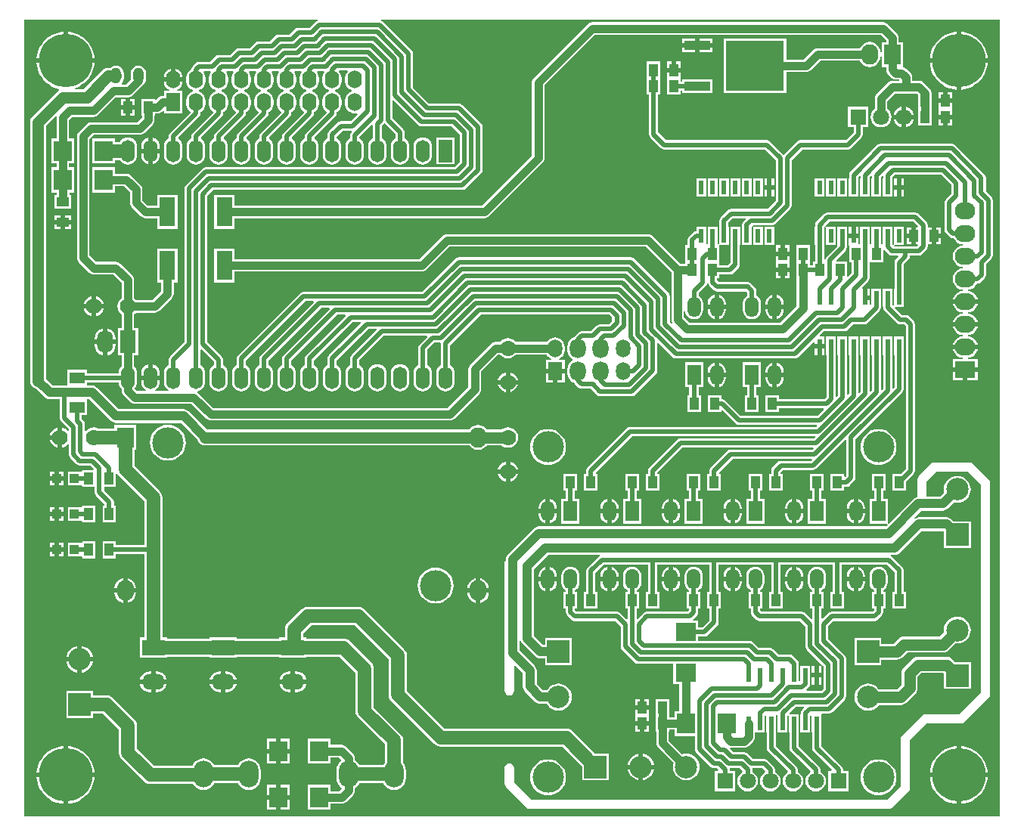
<source format=gbl>
G04*
G04 #@! TF.GenerationSoftware,Altium Limited,Altium Designer,18.0.7 (293)*
G04*
G04 Layer_Physical_Order=2*
G04 Layer_Color=16711680*
%FSLAX25Y25*%
%MOIN*%
G70*
G01*
G75*
%ADD10R,0.07087X0.12992*%
%ADD11R,0.06500X0.05000*%
%ADD12R,0.08000X0.09055*%
%ADD13R,0.03937X0.05500*%
%ADD14R,0.05500X0.03937*%
%ADD15R,0.09055X0.08000*%
%ADD16R,0.02362X0.06102*%
%ADD17R,0.03937X0.03937*%
%ADD18R,0.11221X0.03937*%
%ADD19R,0.25591X0.21850*%
%ADD20C,0.03500*%
%ADD21C,0.02000*%
%ADD22C,0.06000*%
%ADD23C,0.04000*%
%ADD24C,0.05000*%
%ADD25C,0.09843*%
%ADD26C,0.07087*%
%ADD27R,0.07087X0.07087*%
%ADD28R,0.09843X0.09843*%
%ADD29R,0.09843X0.09843*%
%ADD30C,0.13780*%
%ADD31O,0.04724X0.07087*%
%ADD32R,0.06000X0.09000*%
%ADD33O,0.06000X0.09000*%
%ADD34O,0.06299X0.07874*%
%ADD35R,0.06299X0.07874*%
%ADD36C,0.07000*%
%ADD37R,0.10000X0.07000*%
%ADD38O,0.10000X0.07000*%
%ADD39R,0.06142X0.09843*%
%ADD40O,0.06142X0.09843*%
%ADD41O,0.07000X0.10000*%
%ADD42R,0.07000X0.10000*%
%ADD43R,0.06339X0.07874*%
%ADD44O,0.06339X0.07874*%
%ADD45O,0.07087X0.08661*%
%ADD46O,0.09000X0.07500*%
%ADD47R,0.09000X0.07500*%
%ADD48R,0.07500X0.09000*%
%ADD49O,0.07500X0.09000*%
%ADD50O,0.08661X0.11811*%
%ADD51C,0.23622*%
G36*
X413107Y-293319D02*
X-16905D01*
Y57953D01*
X112314D01*
X112364Y57453D01*
X112077Y57396D01*
X111415Y56954D01*
X108848Y54386D01*
X103935D01*
X103155Y54231D01*
X102493Y53789D01*
X100090Y51386D01*
X95178D01*
X94397Y51231D01*
X93736Y50789D01*
X91333Y48386D01*
X86420D01*
X85640Y48231D01*
X84978Y47789D01*
X82576Y45386D01*
X77663D01*
X76882Y45231D01*
X76221Y44789D01*
X73818Y42386D01*
X68906D01*
X68125Y42231D01*
X67463Y41789D01*
X65061Y39386D01*
X60148D01*
X59368Y39231D01*
X58706Y38789D01*
X57243Y37325D01*
X56801Y36664D01*
X56652Y35913D01*
X56592Y35889D01*
X55725Y35224D01*
X55060Y34357D01*
X54642Y33347D01*
X54499Y32264D01*
Y30689D01*
X54642Y29606D01*
X55060Y28597D01*
X55725Y27730D01*
X56592Y27065D01*
X57358Y26747D01*
Y26206D01*
X56592Y25889D01*
X55725Y25224D01*
X55060Y24357D01*
X54642Y23347D01*
X54499Y22264D01*
Y20689D01*
X54642Y19606D01*
X55060Y18597D01*
X55725Y17730D01*
X56144Y17408D01*
X56177Y16909D01*
X47243Y7975D01*
X46801Y7313D01*
X46646Y6533D01*
Y5412D01*
X46632Y5407D01*
X45781Y4754D01*
X45129Y3904D01*
X44719Y2913D01*
X44579Y1851D01*
Y-1850D01*
X44719Y-2913D01*
X45129Y-3903D01*
X45781Y-4753D01*
X46632Y-5406D01*
X47622Y-5816D01*
X48685Y-5956D01*
X49747Y-5816D01*
X50738Y-5406D01*
X51588Y-4753D01*
X52241Y-3903D01*
X52651Y-2913D01*
X52791Y-1850D01*
Y1851D01*
X52651Y2913D01*
X52241Y3904D01*
X51588Y4754D01*
X50918Y5268D01*
X50885Y5805D01*
X50910Y5874D01*
X60127Y15091D01*
X60127Y15091D01*
X60569Y15752D01*
X60724Y16533D01*
X60724Y16533D01*
Y17042D01*
X60777Y17065D01*
X61644Y17730D01*
X62309Y18597D01*
X62727Y19606D01*
X62870Y20689D01*
Y22264D01*
X62727Y23347D01*
X62309Y24357D01*
X61644Y25224D01*
X60777Y25889D01*
X60011Y26206D01*
Y26747D01*
X60777Y27065D01*
X61644Y27730D01*
X62309Y28597D01*
X62727Y29606D01*
X62870Y30689D01*
Y32264D01*
X62727Y33347D01*
X62309Y34357D01*
X61963Y34808D01*
X62210Y35308D01*
X65159D01*
X65406Y34808D01*
X65060Y34357D01*
X64642Y33347D01*
X64499Y32264D01*
Y30689D01*
X64642Y29606D01*
X65060Y28597D01*
X65725Y27730D01*
X66592Y27065D01*
X67358Y26747D01*
Y26206D01*
X66592Y25889D01*
X65725Y25224D01*
X65060Y24357D01*
X64642Y23347D01*
X64499Y22264D01*
Y20689D01*
X64642Y19606D01*
X65060Y18597D01*
X65725Y17730D01*
X66145Y17408D01*
X66177Y16909D01*
X57243Y7975D01*
X56801Y7313D01*
X56646Y6533D01*
Y5412D01*
X56632Y5407D01*
X55781Y4754D01*
X55129Y3904D01*
X54719Y2913D01*
X54579Y1851D01*
Y-1850D01*
X54719Y-2913D01*
X55129Y-3903D01*
X55781Y-4753D01*
X56632Y-5406D01*
X57622Y-5816D01*
X58685Y-5956D01*
X59747Y-5816D01*
X60738Y-5406D01*
X61588Y-4753D01*
X62241Y-3903D01*
X62651Y-2913D01*
X62791Y-1850D01*
Y1851D01*
X62651Y2913D01*
X62241Y3904D01*
X61588Y4754D01*
X60918Y5268D01*
X60885Y5805D01*
X60910Y5874D01*
X70127Y15091D01*
X70127Y15091D01*
X70569Y15752D01*
X70724Y16533D01*
X70724Y16533D01*
Y17042D01*
X70777Y17065D01*
X71644Y17730D01*
X72309Y18597D01*
X72728Y19606D01*
X72870Y20689D01*
Y22264D01*
X72728Y23347D01*
X72309Y24357D01*
X71644Y25224D01*
X70777Y25889D01*
X70011Y26206D01*
Y26747D01*
X70777Y27065D01*
X71644Y27730D01*
X72309Y28597D01*
X72728Y29606D01*
X72870Y30689D01*
Y32264D01*
X72728Y33347D01*
X72309Y34357D01*
X71964Y34808D01*
X72210Y35308D01*
X75159D01*
X75406Y34808D01*
X75060Y34357D01*
X74642Y33347D01*
X74499Y32264D01*
Y30689D01*
X74642Y29606D01*
X75060Y28597D01*
X75725Y27730D01*
X76592Y27065D01*
X77358Y26747D01*
Y26206D01*
X76592Y25889D01*
X75725Y25224D01*
X75060Y24357D01*
X74642Y23347D01*
X74499Y22264D01*
Y20689D01*
X74642Y19606D01*
X75060Y18597D01*
X75725Y17730D01*
X76144Y17408D01*
X76177Y16909D01*
X67243Y7975D01*
X66801Y7313D01*
X66645Y6533D01*
Y5412D01*
X66632Y5407D01*
X65781Y4754D01*
X65129Y3904D01*
X64719Y2913D01*
X64579Y1851D01*
Y-1850D01*
X64719Y-2913D01*
X65129Y-3903D01*
X65781Y-4753D01*
X66632Y-5406D01*
X67622Y-5816D01*
X68685Y-5956D01*
X69747Y-5816D01*
X70738Y-5406D01*
X71588Y-4753D01*
X72241Y-3903D01*
X72651Y-2913D01*
X72791Y-1850D01*
Y1851D01*
X72651Y2913D01*
X72241Y3904D01*
X71588Y4754D01*
X70918Y5268D01*
X70885Y5805D01*
X70910Y5874D01*
X80127Y15091D01*
X80127Y15091D01*
X80569Y15752D01*
X80724Y16533D01*
X80724Y16533D01*
Y17042D01*
X80777Y17065D01*
X81644Y17730D01*
X82309Y18597D01*
X82727Y19606D01*
X82870Y20689D01*
Y22264D01*
X82727Y23347D01*
X82309Y24357D01*
X81644Y25224D01*
X80777Y25889D01*
X80011Y26206D01*
Y26747D01*
X80777Y27065D01*
X81644Y27730D01*
X82309Y28597D01*
X82727Y29606D01*
X82870Y30689D01*
Y32264D01*
X82727Y33347D01*
X82309Y34357D01*
X81963Y34808D01*
X82210Y35308D01*
X85159D01*
X85406Y34808D01*
X85060Y34357D01*
X84642Y33347D01*
X84499Y32264D01*
Y30689D01*
X84642Y29606D01*
X85060Y28597D01*
X85725Y27730D01*
X86592Y27065D01*
X87358Y26747D01*
Y26206D01*
X86592Y25889D01*
X85725Y25224D01*
X85060Y24357D01*
X84642Y23347D01*
X84499Y22264D01*
Y20689D01*
X84642Y19606D01*
X85060Y18597D01*
X85725Y17730D01*
X86145Y17408D01*
X86177Y16909D01*
X77243Y7975D01*
X76801Y7313D01*
X76645Y6533D01*
Y5412D01*
X76632Y5407D01*
X75781Y4754D01*
X75129Y3904D01*
X74719Y2913D01*
X74579Y1851D01*
Y-1850D01*
X74719Y-2913D01*
X75129Y-3903D01*
X75781Y-4753D01*
X76632Y-5406D01*
X77622Y-5816D01*
X78685Y-5956D01*
X79747Y-5816D01*
X80738Y-5406D01*
X81588Y-4753D01*
X82241Y-3903D01*
X82651Y-2913D01*
X82791Y-1850D01*
Y1851D01*
X82651Y2913D01*
X82241Y3904D01*
X81588Y4754D01*
X80918Y5268D01*
X80885Y5805D01*
X80910Y5874D01*
X90127Y15091D01*
X90127Y15091D01*
X90569Y15752D01*
X90724Y16533D01*
X90724Y16533D01*
Y17042D01*
X90777Y17065D01*
X91644Y17730D01*
X92309Y18597D01*
X92728Y19606D01*
X92870Y20689D01*
Y22264D01*
X92728Y23347D01*
X92309Y24357D01*
X91644Y25224D01*
X90777Y25889D01*
X90011Y26206D01*
Y26747D01*
X90777Y27065D01*
X91644Y27730D01*
X92309Y28597D01*
X92728Y29606D01*
X92870Y30689D01*
Y32264D01*
X92728Y33347D01*
X92309Y34357D01*
X91963Y34808D01*
X92210Y35308D01*
X95159D01*
X95406Y34808D01*
X95060Y34357D01*
X94642Y33347D01*
X94499Y32264D01*
Y30689D01*
X94642Y29606D01*
X95060Y28597D01*
X95725Y27730D01*
X96592Y27065D01*
X97358Y26747D01*
Y26206D01*
X96592Y25889D01*
X95725Y25224D01*
X95060Y24357D01*
X94642Y23347D01*
X94499Y22264D01*
Y20689D01*
X94642Y19606D01*
X95060Y18597D01*
X95725Y17730D01*
X96144Y17408D01*
X96177Y16909D01*
X87243Y7975D01*
X86801Y7313D01*
X86646Y6533D01*
Y5412D01*
X86632Y5407D01*
X85781Y4754D01*
X85129Y3904D01*
X84719Y2913D01*
X84579Y1851D01*
Y-1850D01*
X84719Y-2913D01*
X85129Y-3903D01*
X85781Y-4753D01*
X86632Y-5406D01*
X87622Y-5816D01*
X88685Y-5956D01*
X89747Y-5816D01*
X90738Y-5406D01*
X91588Y-4753D01*
X92241Y-3903D01*
X92651Y-2913D01*
X92791Y-1850D01*
Y1851D01*
X92651Y2913D01*
X92241Y3904D01*
X91588Y4754D01*
X90918Y5268D01*
X90885Y5805D01*
X90910Y5874D01*
X100127Y15091D01*
X100127Y15091D01*
X100569Y15752D01*
X100724Y16533D01*
X100724Y16533D01*
Y17042D01*
X100777Y17065D01*
X101644Y17730D01*
X102309Y18597D01*
X102727Y19606D01*
X102870Y20689D01*
Y22264D01*
X102727Y23347D01*
X102309Y24357D01*
X101644Y25224D01*
X100777Y25889D01*
X100011Y26206D01*
Y26747D01*
X100777Y27065D01*
X101644Y27730D01*
X102309Y28597D01*
X102727Y29606D01*
X102870Y30689D01*
Y32264D01*
X102727Y33347D01*
X102309Y34357D01*
X101963Y34808D01*
X102210Y35308D01*
X105159D01*
X105406Y34808D01*
X105060Y34357D01*
X104642Y33347D01*
X104499Y32264D01*
Y30689D01*
X104642Y29606D01*
X105060Y28597D01*
X105725Y27730D01*
X106592Y27065D01*
X107358Y26747D01*
Y26206D01*
X106592Y25889D01*
X105725Y25224D01*
X105060Y24357D01*
X104642Y23347D01*
X104499Y22264D01*
Y20689D01*
X104642Y19606D01*
X105060Y18597D01*
X105725Y17730D01*
X106144Y17408D01*
X106177Y16909D01*
X97243Y7975D01*
X96801Y7313D01*
X96645Y6533D01*
Y5412D01*
X96632Y5407D01*
X95781Y4754D01*
X95129Y3904D01*
X94719Y2913D01*
X94579Y1851D01*
Y-1850D01*
X94719Y-2913D01*
X95129Y-3903D01*
X95781Y-4753D01*
X96632Y-5406D01*
X97622Y-5816D01*
X98685Y-5956D01*
X99747Y-5816D01*
X100738Y-5406D01*
X101588Y-4753D01*
X102241Y-3903D01*
X102651Y-2913D01*
X102791Y-1850D01*
Y1851D01*
X102651Y2913D01*
X102241Y3904D01*
X101588Y4754D01*
X100918Y5268D01*
X100885Y5805D01*
X100910Y5874D01*
X110127Y15091D01*
X110127Y15091D01*
X110569Y15752D01*
X110724Y16533D01*
X110724Y16533D01*
Y17042D01*
X110777Y17065D01*
X111644Y17730D01*
X112309Y18597D01*
X112727Y19606D01*
X112870Y20689D01*
Y22264D01*
X112727Y23347D01*
X112309Y24357D01*
X111644Y25224D01*
X110777Y25889D01*
X110011Y26206D01*
Y26747D01*
X110777Y27065D01*
X111644Y27730D01*
X112309Y28597D01*
X112727Y29606D01*
X112870Y30689D01*
Y32264D01*
X112727Y33347D01*
X112309Y34357D01*
X111963Y34808D01*
X112210Y35308D01*
X115159D01*
X115406Y34808D01*
X115060Y34357D01*
X114642Y33347D01*
X114499Y32264D01*
Y30689D01*
X114642Y29606D01*
X115060Y28597D01*
X115725Y27730D01*
X116592Y27065D01*
X117358Y26747D01*
Y26206D01*
X116592Y25889D01*
X115725Y25224D01*
X115060Y24357D01*
X114642Y23347D01*
X114499Y22264D01*
Y20689D01*
X114642Y19606D01*
X115060Y18597D01*
X115725Y17730D01*
X116145Y17408D01*
X116177Y16909D01*
X107243Y7975D01*
X106801Y7313D01*
X106646Y6533D01*
Y5412D01*
X106632Y5407D01*
X105781Y4754D01*
X105129Y3904D01*
X104719Y2913D01*
X104579Y1851D01*
Y-1850D01*
X104719Y-2913D01*
X105129Y-3903D01*
X105781Y-4753D01*
X106632Y-5406D01*
X107622Y-5816D01*
X108685Y-5956D01*
X109747Y-5816D01*
X110738Y-5406D01*
X111588Y-4753D01*
X112241Y-3903D01*
X112651Y-2913D01*
X112791Y-1850D01*
Y1851D01*
X112651Y2913D01*
X112241Y3904D01*
X111588Y4754D01*
X110918Y5268D01*
X110885Y5805D01*
X110910Y5874D01*
X120127Y15091D01*
X120127Y15091D01*
X120569Y15752D01*
X120724Y16533D01*
X120724Y16533D01*
Y17042D01*
X120777Y17065D01*
X121644Y17730D01*
X122309Y18597D01*
X122728Y19606D01*
X122870Y20689D01*
Y22264D01*
X122728Y23347D01*
X122309Y24357D01*
X121644Y25224D01*
X120777Y25889D01*
X120011Y26206D01*
Y26747D01*
X120777Y27065D01*
X121644Y27730D01*
X122309Y28597D01*
X122728Y29606D01*
X122870Y30689D01*
Y32264D01*
X122728Y33347D01*
X122309Y34357D01*
X121837Y34973D01*
X122083Y35473D01*
X125286D01*
X125533Y34973D01*
X125060Y34357D01*
X124642Y33347D01*
X124499Y32264D01*
Y30689D01*
X124642Y29606D01*
X125060Y28597D01*
X125725Y27730D01*
X126592Y27065D01*
X127358Y26747D01*
Y26206D01*
X126592Y25889D01*
X125725Y25224D01*
X125060Y24357D01*
X124642Y23347D01*
X124499Y22264D01*
Y20689D01*
X124642Y19606D01*
X125060Y18597D01*
X125725Y17730D01*
X126592Y17065D01*
X127602Y16646D01*
X128685Y16504D01*
X129760Y16645D01*
X129777Y16633D01*
X130039Y16218D01*
X126918Y13096D01*
X122510D01*
X121730Y12941D01*
X121068Y12499D01*
X117243Y8673D01*
X116801Y8012D01*
X116646Y7231D01*
Y5412D01*
X116632Y5407D01*
X115781Y4754D01*
X115129Y3904D01*
X114719Y2913D01*
X114579Y1851D01*
Y-1850D01*
X114719Y-2913D01*
X115129Y-3903D01*
X115781Y-4753D01*
X116632Y-5406D01*
X117622Y-5816D01*
X118685Y-5956D01*
X119747Y-5816D01*
X120738Y-5406D01*
X121588Y-4753D01*
X122241Y-3903D01*
X122651Y-2913D01*
X122791Y-1850D01*
Y1851D01*
X122651Y2913D01*
X122241Y3904D01*
X121588Y4754D01*
X120738Y5407D01*
X120724Y5412D01*
Y6387D01*
X123355Y9018D01*
X127261D01*
X127468Y8518D01*
X127243Y8292D01*
X126801Y7631D01*
X126646Y6850D01*
Y5412D01*
X126632Y5407D01*
X125781Y4754D01*
X125129Y3904D01*
X124719Y2913D01*
X124579Y1851D01*
Y-1850D01*
X124719Y-2913D01*
X125129Y-3903D01*
X125781Y-4753D01*
X126632Y-5406D01*
X127622Y-5816D01*
X128685Y-5956D01*
X129747Y-5816D01*
X130738Y-5406D01*
X131588Y-4753D01*
X132241Y-3903D01*
X132651Y-2913D01*
X132791Y-1850D01*
Y1851D01*
X132651Y2913D01*
X132241Y3904D01*
X131588Y4754D01*
X130738Y5407D01*
X130724Y5412D01*
Y6006D01*
X136145Y11427D01*
X136645Y11220D01*
Y5412D01*
X136632Y5407D01*
X135781Y4754D01*
X135129Y3904D01*
X134719Y2913D01*
X134579Y1851D01*
Y-1850D01*
X134719Y-2913D01*
X135129Y-3903D01*
X135781Y-4753D01*
X136632Y-5406D01*
X137622Y-5816D01*
X138685Y-5956D01*
X139747Y-5816D01*
X140738Y-5406D01*
X141588Y-4753D01*
X142241Y-3903D01*
X142651Y-2913D01*
X142791Y-1850D01*
Y1851D01*
X142651Y2913D01*
X142241Y3904D01*
X141588Y4754D01*
X140738Y5407D01*
X140724Y5412D01*
Y11068D01*
X141529Y11874D01*
X141777Y12100D01*
X142205Y11869D01*
X146645Y7429D01*
Y5412D01*
X146632Y5407D01*
X145781Y4754D01*
X145129Y3904D01*
X144719Y2913D01*
X144579Y1851D01*
Y-1850D01*
X144719Y-2913D01*
X145129Y-3903D01*
X145781Y-4753D01*
X146632Y-5406D01*
X147622Y-5816D01*
X148685Y-5956D01*
X149747Y-5816D01*
X150738Y-5406D01*
X151588Y-4753D01*
X152241Y-3903D01*
X152651Y-2913D01*
X152791Y-1850D01*
Y1851D01*
X152651Y2913D01*
X152241Y3904D01*
X151588Y4754D01*
X150738Y5407D01*
X150724Y5412D01*
Y8273D01*
X150569Y9054D01*
X150127Y9715D01*
X145361Y14481D01*
Y22145D01*
X145823Y22336D01*
X156669Y11489D01*
X157331Y11047D01*
X158111Y10892D01*
X171366D01*
X174951Y7307D01*
Y-4966D01*
X172785Y-7132D01*
X63000D01*
X62220Y-7287D01*
X61558Y-7729D01*
X54243Y-15045D01*
X53801Y-15706D01*
X53645Y-16487D01*
Y-84263D01*
X47243Y-90666D01*
X46801Y-91328D01*
X46646Y-92108D01*
Y-94588D01*
X46632Y-94593D01*
X45781Y-95246D01*
X45129Y-96096D01*
X44719Y-97087D01*
X44579Y-98149D01*
Y-101850D01*
X44719Y-102913D01*
X45129Y-103903D01*
X45781Y-104753D01*
X46558Y-105349D01*
X46526Y-105629D01*
X46422Y-105849D01*
X40948D01*
X40843Y-105629D01*
X40812Y-105349D01*
X41588Y-104753D01*
X42241Y-103903D01*
X42651Y-102913D01*
X42791Y-101850D01*
Y-101000D01*
X38685D01*
X34579D01*
Y-101850D01*
X34719Y-102913D01*
X35129Y-103903D01*
X35781Y-104753D01*
X36558Y-105349D01*
X36526Y-105629D01*
X36422Y-105849D01*
X32793D01*
X31635Y-104692D01*
X32241Y-103903D01*
X32651Y-102913D01*
X32791Y-101850D01*
Y-98149D01*
X32651Y-97087D01*
X32241Y-96096D01*
X31588Y-95246D01*
X31458Y-95146D01*
Y-90252D01*
X33185D01*
Y-78252D01*
X31458D01*
Y-72047D01*
X31894Y-71713D01*
X32228Y-71277D01*
X40637D01*
X41354Y-71183D01*
X42023Y-70906D01*
X42598Y-70465D01*
X48048Y-65014D01*
X48489Y-64440D01*
X48766Y-63771D01*
X48861Y-63053D01*
Y-57951D01*
X50630D01*
Y-42959D01*
X41544D01*
Y-57951D01*
X43313D01*
Y-61904D01*
X39488Y-65730D01*
X32228D01*
X31894Y-65294D01*
X31458Y-64960D01*
Y-56884D01*
X31364Y-56166D01*
X31087Y-55497D01*
X30646Y-54923D01*
X25438Y-49715D01*
X24864Y-49274D01*
X24195Y-48997D01*
X23477Y-48902D01*
X14783D01*
X11823Y-45943D01*
Y5278D01*
X13653Y7107D01*
X33967D01*
X34685Y7202D01*
X35354Y7479D01*
X35928Y7920D01*
X39646Y11637D01*
X40087Y12212D01*
X40364Y12881D01*
X40458Y13599D01*
Y15483D01*
X40653D01*
Y16459D01*
X41744D01*
X42462Y16554D01*
X43131Y16831D01*
X43705Y17272D01*
X44073Y17639D01*
X44535Y17448D01*
Y16540D01*
X52834D01*
Y26414D01*
X50513D01*
X50413Y26914D01*
X50777Y27065D01*
X51644Y27730D01*
X52309Y28597D01*
X52728Y29606D01*
X52842Y30477D01*
X44527D01*
X44642Y29606D01*
X45060Y28597D01*
X45725Y27730D01*
X46592Y27065D01*
X46956Y26914D01*
X46857Y26414D01*
X44535D01*
Y24250D01*
X43988D01*
X43270Y24156D01*
X42601Y23879D01*
X42026Y23438D01*
X41115Y22527D01*
X40653Y22718D01*
Y22983D01*
X34716D01*
Y15483D01*
X34911D01*
Y14748D01*
X32818Y12655D01*
X12504D01*
X11786Y12560D01*
X11117Y12283D01*
X10542Y11842D01*
X7088Y8388D01*
X6648Y7814D01*
X6370Y7145D01*
X6276Y6427D01*
Y-47091D01*
X6370Y-47809D01*
X6648Y-48478D01*
X7088Y-49053D01*
X11673Y-53637D01*
X12247Y-54078D01*
X12916Y-54355D01*
X13634Y-54450D01*
X22328D01*
X25911Y-58033D01*
Y-64960D01*
X25475Y-65294D01*
X24754Y-66234D01*
X24301Y-67329D01*
X24146Y-68504D01*
X24301Y-69678D01*
X24754Y-70773D01*
X25475Y-71713D01*
X25911Y-72047D01*
Y-78252D01*
X24185D01*
Y-90252D01*
X25911D01*
Y-95146D01*
X25781Y-95246D01*
X25129Y-96096D01*
X24719Y-97087D01*
X24604Y-97961D01*
X10512D01*
Y-96500D01*
X2012D01*
Y-103474D01*
X-4452D01*
X-7385Y-100541D01*
Y11175D01*
X-3213Y15346D01*
X-2740Y15113D01*
X-2774Y14851D01*
Y5528D01*
X-5000D01*
Y-5527D01*
X-2774D01*
Y-7268D01*
X-4891D01*
Y-18323D01*
X-2665D01*
Y-19364D01*
X-3750D01*
Y-25301D01*
X3750D01*
Y-19364D01*
X2882D01*
Y-18323D01*
X5109D01*
Y-7268D01*
X2773D01*
Y-5527D01*
X5000D01*
Y5528D01*
X2773D01*
Y13702D01*
X4053Y14981D01*
X13534D01*
X14252Y15076D01*
X14921Y15353D01*
X15495Y15794D01*
X23344Y23643D01*
X28849D01*
X29567Y23737D01*
X30236Y24014D01*
X30810Y24455D01*
X35259Y28904D01*
X35700Y29478D01*
X35735Y29564D01*
X36234Y30215D01*
X36573Y31032D01*
X36689Y31910D01*
Y34272D01*
X36573Y35150D01*
X36234Y35968D01*
X35695Y36670D01*
X34993Y37209D01*
X34175Y37548D01*
X33298Y37664D01*
X32420Y37548D01*
X31602Y37209D01*
X30900Y36670D01*
X30361Y35968D01*
X30022Y35150D01*
X29906Y34272D01*
Y31910D01*
X29966Y31456D01*
X27700Y29190D01*
X26219D01*
X25989Y29690D01*
X26392Y30215D01*
X26731Y31032D01*
X26846Y31910D01*
Y32132D01*
X26865Y32178D01*
X26985Y33091D01*
X26865Y34005D01*
X26846Y34050D01*
Y34272D01*
X26731Y35150D01*
X26392Y35968D01*
X25853Y36670D01*
X25151Y37209D01*
X24333Y37548D01*
X23455Y37664D01*
X22577Y37548D01*
X21759Y37209D01*
X21057Y36670D01*
X21020Y36621D01*
X19966D01*
X19052Y36501D01*
X18201Y36149D01*
X17470Y35587D01*
X9073Y27191D01*
X5599D01*
X5500Y27691D01*
X7085Y28347D01*
X8804Y29401D01*
X10337Y30710D01*
X11647Y32244D01*
X12700Y33963D01*
X13472Y35826D01*
X13943Y37787D01*
X14022Y38797D01*
X-11522D01*
X-11442Y37787D01*
X-10971Y35826D01*
X-10199Y33963D01*
X-9146Y32244D01*
X-7836Y30710D01*
X-6303Y29401D01*
X-4584Y28347D01*
X-2721Y27575D01*
X-1563Y27298D01*
X-1522Y26774D01*
X-1656Y26718D01*
X-2387Y26157D01*
X-13411Y15133D01*
X-13972Y14402D01*
X-14325Y13551D01*
X-14445Y12637D01*
Y-101290D01*
X-14325Y-102204D01*
X-13972Y-103055D01*
X-13411Y-103786D01*
X-12680Y-104347D01*
X-11829Y-104700D01*
X-11778Y-104707D01*
X-7845Y-108639D01*
X-7218Y-109120D01*
X-6488Y-109422D01*
X-5705Y-109525D01*
X-1252D01*
Y-117826D01*
X-1097Y-118606D01*
X-654Y-119268D01*
X2709Y-122632D01*
Y-123299D01*
X2209Y-123469D01*
X1971Y-123158D01*
X1031Y-122437D01*
X-64Y-121984D01*
X-238Y-121960D01*
Y-126368D01*
X-1238D01*
D01*
X-238D01*
Y-130775D01*
X-64Y-130752D01*
X1031Y-130298D01*
X1971Y-129577D01*
X2209Y-129267D01*
X2709Y-129436D01*
Y-133919D01*
X2864Y-134700D01*
X3306Y-135361D01*
X6062Y-138117D01*
X6724Y-138559D01*
X7504Y-138715D01*
X12233D01*
X13640Y-140122D01*
X13433Y-140622D01*
X8522D01*
Y-141137D01*
X8133Y-141403D01*
X2196D01*
Y-147340D01*
X8133D01*
X8522Y-147607D01*
Y-148122D01*
X14127D01*
Y-150589D01*
X14282Y-151370D01*
X14724Y-152031D01*
X18452Y-155759D01*
Y-156370D01*
X17522D01*
Y-163870D01*
X23459D01*
Y-156370D01*
X22530D01*
Y-154914D01*
X22375Y-154134D01*
X21933Y-153473D01*
X18205Y-149745D01*
Y-148122D01*
X23459D01*
Y-142475D01*
X23959Y-142376D01*
X24047Y-142588D01*
X24688Y-143423D01*
X35857Y-154591D01*
Y-173828D01*
X23459D01*
Y-172118D01*
X17522D01*
Y-179618D01*
X23459D01*
Y-177907D01*
X35857D01*
Y-214596D01*
X33891D01*
Y-223596D01*
X45891D01*
Y-223130D01*
X64679D01*
Y-223596D01*
X76679D01*
Y-223130D01*
X95468D01*
Y-223596D01*
X107468D01*
Y-223130D01*
X122112D01*
X129036Y-230055D01*
Y-246943D01*
X129036Y-246943D01*
X129174Y-247987D01*
X129577Y-248960D01*
X130218Y-249796D01*
X141935Y-261512D01*
Y-269801D01*
X141313Y-270611D01*
X141218Y-270840D01*
X130720D01*
X130626Y-270611D01*
X129771Y-269498D01*
X128743Y-268709D01*
Y-267739D01*
X128649Y-267021D01*
X128372Y-266352D01*
X127931Y-265777D01*
X124866Y-262713D01*
X124292Y-262272D01*
X123623Y-261995D01*
X122905Y-261901D01*
X117906D01*
Y-259147D01*
X107906D01*
Y-270202D01*
X117906D01*
Y-267448D01*
X121756D01*
X122826Y-268518D01*
X122794Y-269017D01*
X122168Y-269498D01*
X121313Y-270611D01*
X120776Y-271908D01*
X120593Y-273300D01*
Y-276449D01*
X120776Y-277841D01*
X121313Y-279138D01*
X122168Y-280251D01*
X122810Y-280744D01*
X122843Y-281243D01*
X121795Y-282291D01*
X117906D01*
Y-279547D01*
X107906D01*
Y-290602D01*
X117906D01*
Y-287838D01*
X122944D01*
X123662Y-287743D01*
X124331Y-287466D01*
X124905Y-287026D01*
X127970Y-283961D01*
X128410Y-283387D01*
X128687Y-282718D01*
X128782Y-282000D01*
Y-281010D01*
X129771Y-280251D01*
X130626Y-279138D01*
X130720Y-278909D01*
X141218D01*
X141313Y-279138D01*
X142167Y-280251D01*
X143281Y-281106D01*
X144578Y-281643D01*
X145969Y-281826D01*
X147361Y-281643D01*
X148658Y-281106D01*
X149771Y-280251D01*
X150626Y-279138D01*
X151163Y-277841D01*
X151346Y-276449D01*
Y-273300D01*
X151163Y-271908D01*
X150626Y-270611D01*
X150004Y-269801D01*
Y-259841D01*
X149866Y-258797D01*
X149463Y-257824D01*
X148822Y-256988D01*
X137105Y-245271D01*
Y-228384D01*
X137105Y-228384D01*
X136968Y-227339D01*
X136565Y-226366D01*
X135924Y-225531D01*
X135924Y-225531D01*
X126636Y-216243D01*
X125800Y-215602D01*
X124827Y-215199D01*
X123783Y-215061D01*
X123783Y-215061D01*
X107468D01*
Y-214596D01*
X106003D01*
Y-212695D01*
X109545Y-209153D01*
X128528D01*
X143603Y-224228D01*
Y-239764D01*
X143603Y-239764D01*
X143741Y-240808D01*
X144144Y-241781D01*
X144785Y-242617D01*
X163683Y-261514D01*
X163683Y-261514D01*
X164518Y-262155D01*
X165491Y-262559D01*
X166535Y-262696D01*
X220186D01*
X228918Y-271428D01*
Y-277565D01*
X240761D01*
Y-265722D01*
X234624D01*
X224710Y-255809D01*
X223875Y-255167D01*
X222902Y-254764D01*
X221858Y-254627D01*
X221858Y-254627D01*
X168207D01*
X151672Y-238093D01*
Y-222557D01*
X151535Y-221513D01*
X151132Y-220540D01*
X150491Y-219704D01*
X133052Y-202265D01*
X132216Y-201624D01*
X131243Y-201221D01*
X130199Y-201084D01*
X130199Y-201084D01*
X107874D01*
X106830Y-201221D01*
X105857Y-201624D01*
X105021Y-202265D01*
X105021Y-202265D01*
X99116Y-208171D01*
X98475Y-209006D01*
X98071Y-209979D01*
X97934Y-211024D01*
X97934Y-211024D01*
Y-214596D01*
X95468D01*
Y-215061D01*
X76679D01*
Y-214596D01*
X64679D01*
Y-215061D01*
X45891D01*
Y-214596D01*
X43925D01*
Y-175868D01*
Y-152920D01*
X43925Y-152920D01*
X43788Y-151876D01*
X43385Y-150903D01*
X42744Y-150067D01*
X42744Y-150067D01*
X31576Y-138899D01*
Y-131868D01*
X32291D01*
Y-120868D01*
X22791D01*
Y-122333D01*
X15780D01*
X14936Y-121984D01*
X13761Y-121829D01*
X12587Y-121984D01*
X11492Y-122437D01*
X10552Y-123158D01*
X10288Y-123503D01*
X9788Y-123333D01*
Y-120544D01*
X9632Y-119764D01*
X9190Y-119102D01*
X8301Y-118213D01*
Y-116500D01*
X10512D01*
Y-109525D01*
X11693D01*
X21236Y-119069D01*
X21236Y-119069D01*
X21863Y-119550D01*
X22592Y-119852D01*
X23376Y-119955D01*
X23376Y-119955D01*
X52083D01*
X59358Y-127230D01*
X59365Y-127281D01*
X59718Y-128133D01*
X60278Y-128864D01*
X61010Y-129425D01*
X61861Y-129778D01*
X62775Y-129898D01*
X179183D01*
X179649Y-130505D01*
X180642Y-131267D01*
X181797Y-131745D01*
X183037Y-131909D01*
X184277Y-131745D01*
X185433Y-131267D01*
X186425Y-130505D01*
X186891Y-129898D01*
X193425D01*
X193947Y-130298D01*
X195042Y-130752D01*
X196217Y-130906D01*
X197391Y-130752D01*
X198486Y-130298D01*
X199426Y-129577D01*
X200148Y-128637D01*
X200601Y-127542D01*
X200756Y-126368D01*
X200601Y-125193D01*
X200148Y-124098D01*
X199426Y-123158D01*
X198486Y-122437D01*
X197391Y-121984D01*
X196217Y-121829D01*
X195042Y-121984D01*
X193947Y-122437D01*
X193425Y-122837D01*
X186891D01*
X186425Y-122230D01*
X185433Y-121469D01*
X184277Y-120990D01*
X183037Y-120827D01*
X181797Y-120990D01*
X180642Y-121469D01*
X179649Y-122230D01*
X179183Y-122837D01*
X63524D01*
X55476Y-114789D01*
X54849Y-114309D01*
X54119Y-114006D01*
X53336Y-113903D01*
X24629D01*
X15086Y-104360D01*
X14459Y-103879D01*
X13729Y-103577D01*
X12946Y-103474D01*
X10512D01*
Y-102039D01*
X24604D01*
X24719Y-102913D01*
X25129Y-103903D01*
X25781Y-104753D01*
X25911Y-104853D01*
Y-105664D01*
X26006Y-106381D01*
X26283Y-107050D01*
X26723Y-107625D01*
X29683Y-110584D01*
X30257Y-111025D01*
X30926Y-111302D01*
X31644Y-111397D01*
X56687D01*
X63393Y-118103D01*
X63968Y-118544D01*
X64636Y-118821D01*
X65354Y-118915D01*
X170582D01*
X171300Y-118821D01*
X171969Y-118544D01*
X172543Y-118103D01*
X183566Y-107080D01*
X184007Y-106506D01*
X184284Y-105837D01*
X184379Y-105119D01*
Y-97173D01*
X191779Y-89773D01*
X192673D01*
X193007Y-90209D01*
X193947Y-90930D01*
X195042Y-91384D01*
X196217Y-91539D01*
X197391Y-91384D01*
X198486Y-90930D01*
X199426Y-90209D01*
X199761Y-89773D01*
X213304D01*
X213422Y-90059D01*
X214090Y-90930D01*
X214961Y-91598D01*
X215332Y-91751D01*
X215232Y-92251D01*
X212895D01*
Y-96188D01*
X221233D01*
Y-92251D01*
X218896D01*
X218796Y-91751D01*
X219167Y-91598D01*
X220038Y-90930D01*
X220706Y-90059D01*
X221126Y-89044D01*
X221269Y-87956D01*
Y-86421D01*
X221126Y-85332D01*
X220706Y-84318D01*
X220038Y-83447D01*
X219167Y-82779D01*
X218152Y-82359D01*
X217064Y-82215D01*
X215976Y-82359D01*
X214961Y-82779D01*
X214090Y-83447D01*
X213493Y-84226D01*
X199761D01*
X199426Y-83790D01*
X198486Y-83069D01*
X197391Y-82616D01*
X196217Y-82461D01*
X195042Y-82616D01*
X193947Y-83069D01*
X193007Y-83790D01*
X192673Y-84226D01*
X190630D01*
X189912Y-84320D01*
X189243Y-84598D01*
X188668Y-85038D01*
X179643Y-94063D01*
X179203Y-94638D01*
X178926Y-95307D01*
X178831Y-96025D01*
Y-103970D01*
X169433Y-113368D01*
X66503D01*
X59797Y-106662D01*
X59410Y-106365D01*
X59550Y-105842D01*
X59747Y-105816D01*
X60738Y-105406D01*
X61588Y-104753D01*
X62241Y-103903D01*
X62651Y-102913D01*
X62791Y-101850D01*
Y-98149D01*
X62651Y-97087D01*
X62241Y-96096D01*
X61588Y-95246D01*
X60738Y-94593D01*
X60724Y-94588D01*
Y-87684D01*
X61186Y-87493D01*
X66645Y-92953D01*
Y-94588D01*
X66632Y-94593D01*
X65781Y-95246D01*
X65129Y-96096D01*
X64719Y-97087D01*
X64579Y-98149D01*
Y-101850D01*
X64719Y-102913D01*
X65129Y-103903D01*
X65781Y-104753D01*
X66632Y-105406D01*
X67622Y-105816D01*
X68685Y-105956D01*
X69747Y-105816D01*
X70738Y-105406D01*
X71588Y-104753D01*
X72241Y-103903D01*
X72651Y-102913D01*
X72791Y-101850D01*
Y-98149D01*
X72651Y-97087D01*
X72241Y-96096D01*
X71588Y-95246D01*
X70738Y-94593D01*
X70724Y-94588D01*
Y-92108D01*
X70569Y-91328D01*
X70127Y-90666D01*
X70127Y-90666D01*
X63724Y-84263D01*
Y-19816D01*
X66330Y-17210D01*
X176115D01*
X176895Y-17055D01*
X177557Y-16613D01*
X184432Y-9738D01*
X184875Y-9076D01*
X185030Y-8296D01*
Y10637D01*
X184875Y11417D01*
X184432Y12079D01*
X176138Y20373D01*
X175477Y20815D01*
X174696Y20970D01*
X161441D01*
X154360Y28051D01*
Y42954D01*
X154205Y43735D01*
X153763Y44396D01*
X141206Y56954D01*
X140544Y57396D01*
X140257Y57453D01*
X140307Y57953D01*
X413107D01*
Y-293319D01*
D02*
G37*
%LPC*%
G36*
X286278Y49485D02*
X280668D01*
Y47516D01*
X286278D01*
Y49485D01*
D02*
G37*
G36*
X278668D02*
X273058D01*
Y47516D01*
X278668D01*
Y49485D01*
D02*
G37*
G36*
X361565Y56749D02*
X233194D01*
X232476Y56655D01*
X231807Y56378D01*
X231233Y55937D01*
X207636Y32339D01*
X207195Y31765D01*
X206918Y31096D01*
X206823Y30378D01*
Y-1938D01*
X184702Y-24059D01*
X75827D01*
Y-19337D01*
X66741D01*
Y-34329D01*
X75827D01*
Y-29607D01*
X185851D01*
X186569Y-29512D01*
X187238Y-29235D01*
X187812Y-28794D01*
X211558Y-5048D01*
X211999Y-4473D01*
X212276Y-3804D01*
X212371Y-3087D01*
Y29229D01*
X234343Y51202D01*
X360417D01*
X362847Y48772D01*
Y48058D01*
X360871D01*
Y43652D01*
X360370Y43619D01*
X360248Y44548D01*
X359770Y45704D01*
X359008Y46696D01*
X358016Y47457D01*
X356860Y47936D01*
X355621Y48099D01*
X354380Y47936D01*
X353225Y47457D01*
X352233Y46696D01*
X351471Y45704D01*
X351317Y45332D01*
X332786D01*
X332068Y45237D01*
X331399Y44960D01*
X330825Y44519D01*
X326619Y40313D01*
X318857D01*
Y49465D01*
X291266D01*
Y25615D01*
X318857D01*
Y34766D01*
X327767D01*
X328485Y34861D01*
X329154Y35138D01*
X329729Y35578D01*
X333935Y39785D01*
X351317D01*
X351471Y39413D01*
X352233Y38420D01*
X353225Y37659D01*
X354380Y37181D01*
X355621Y37017D01*
X356860Y37181D01*
X358016Y37659D01*
X359008Y38420D01*
X359770Y39413D01*
X360248Y40568D01*
X360370Y41497D01*
X360871Y41464D01*
Y37058D01*
X362847D01*
Y35747D01*
X362941Y35029D01*
X363218Y34360D01*
X363659Y33786D01*
X365116Y32329D01*
X365690Y31888D01*
X366359Y31611D01*
X367077Y31517D01*
X368684D01*
X368777Y31424D01*
Y30922D01*
X365620D01*
X364903Y30828D01*
X364234Y30551D01*
X363659Y30110D01*
X358659Y25110D01*
X358218Y24536D01*
X357941Y23867D01*
X357847Y23149D01*
Y18598D01*
X357380Y18239D01*
X356652Y17290D01*
X356194Y16185D01*
X356038Y14999D01*
X356194Y13813D01*
X356652Y12708D01*
X357380Y11759D01*
X358329Y11031D01*
X359435Y10573D01*
X360620Y10417D01*
X361807Y10573D01*
X362912Y11031D01*
X363861Y11759D01*
X364589Y12708D01*
X365047Y13813D01*
X365203Y14999D01*
X365047Y16185D01*
X364589Y17290D01*
X363861Y18239D01*
X363394Y18598D01*
Y22000D01*
X366770Y25375D01*
X376331D01*
X376932Y24775D01*
Y18336D01*
Y11249D01*
X382869D01*
Y18336D01*
Y25836D01*
X382660D01*
X382579Y26447D01*
X382302Y27116D01*
X381861Y27690D01*
X379441Y30110D01*
X378867Y30551D01*
X378198Y30828D01*
X377480Y30922D01*
X374324D01*
Y32573D01*
X374230Y33291D01*
X373953Y33960D01*
X373512Y34535D01*
X371795Y36252D01*
X371220Y36693D01*
X370793Y36870D01*
X370371Y37058D01*
Y48058D01*
X368394D01*
Y49920D01*
X368300Y50638D01*
X368023Y51307D01*
X367582Y51882D01*
X363527Y55937D01*
X362952Y56378D01*
X362283Y56655D01*
X361565Y56749D01*
D02*
G37*
G36*
X286278Y45516D02*
X280668D01*
Y43548D01*
X286278D01*
Y45516D01*
D02*
G37*
G36*
X278668D02*
X273058D01*
Y43548D01*
X278668D01*
Y45516D01*
D02*
G37*
G36*
X395951Y52569D02*
Y40797D01*
X407723D01*
X407644Y41807D01*
X407173Y43768D01*
X406401Y45631D01*
X405348Y47351D01*
X404038Y48884D01*
X402505Y50194D01*
X400785Y51247D01*
X398922Y52019D01*
X396961Y52490D01*
X395951Y52569D01*
D02*
G37*
G36*
X393951D02*
X392941Y52490D01*
X390980Y52019D01*
X389117Y51247D01*
X387398Y50194D01*
X385864Y48884D01*
X384555Y47351D01*
X383501Y45631D01*
X382730Y43768D01*
X382259Y41807D01*
X382179Y40797D01*
X393951D01*
Y52569D01*
D02*
G37*
G36*
X2251D02*
Y40797D01*
X14022D01*
X13943Y41807D01*
X13472Y43768D01*
X12700Y45631D01*
X11647Y47351D01*
X10337Y48884D01*
X8804Y50194D01*
X7085Y51247D01*
X5221Y52019D01*
X3261Y52490D01*
X2251Y52569D01*
D02*
G37*
G36*
X250D02*
X-760Y52490D01*
X-2721Y52019D01*
X-4584Y51247D01*
X-6303Y50194D01*
X-7836Y48884D01*
X-9146Y47351D01*
X-10199Y45631D01*
X-10971Y43768D01*
X-11442Y41807D01*
X-11522Y40797D01*
X250D01*
Y52569D01*
D02*
G37*
G36*
X272373Y39400D02*
X270404D01*
Y36650D01*
X272373D01*
Y39400D01*
D02*
G37*
G36*
X268404D02*
X266436D01*
Y36650D01*
X268404D01*
Y39400D01*
D02*
G37*
G36*
X49685Y36318D02*
Y32477D01*
X52842D01*
X52728Y33347D01*
X52309Y34357D01*
X51644Y35224D01*
X50777Y35889D01*
X49768Y36307D01*
X49685Y36318D01*
D02*
G37*
G36*
X47685D02*
X47602Y36307D01*
X46592Y35889D01*
X45725Y35224D01*
X45060Y34357D01*
X44642Y33347D01*
X44527Y32477D01*
X47685D01*
Y36318D01*
D02*
G37*
G36*
X407723Y38797D02*
X395951D01*
Y27025D01*
X396961Y27105D01*
X398922Y27575D01*
X400785Y28347D01*
X402505Y29401D01*
X404038Y30710D01*
X405348Y32244D01*
X406401Y33963D01*
X407173Y35826D01*
X407644Y37787D01*
X407723Y38797D01*
D02*
G37*
G36*
X393951D02*
X382179D01*
X382259Y37787D01*
X382730Y35826D01*
X383501Y33963D01*
X384555Y32244D01*
X385864Y30710D01*
X387398Y29401D01*
X389117Y28347D01*
X390980Y27575D01*
X392941Y27105D01*
X393951Y27025D01*
Y38797D01*
D02*
G37*
G36*
X272373Y34650D02*
X269404D01*
X266436D01*
Y32313D01*
X266435D01*
Y24813D01*
X272372D01*
Y26524D01*
X273058D01*
Y25595D01*
X286278D01*
Y31532D01*
X273058D01*
Y30602D01*
X272372D01*
Y31900D01*
X272373D01*
Y34650D01*
D02*
G37*
G36*
X391869Y25836D02*
X389900D01*
Y23086D01*
X391869D01*
Y25836D01*
D02*
G37*
G36*
X387900D02*
X385932D01*
Y23086D01*
X387900D01*
Y25836D01*
D02*
G37*
G36*
X31653Y22983D02*
X29685D01*
Y20233D01*
X31653D01*
Y22983D01*
D02*
G37*
G36*
X27685D02*
X25716D01*
Y20233D01*
X27685D01*
Y22983D01*
D02*
G37*
G36*
X391869Y21086D02*
X388900D01*
X385932D01*
Y18336D01*
Y15999D01*
X388900D01*
X391869D01*
Y18336D01*
Y21086D01*
D02*
G37*
G36*
X371620Y19450D02*
Y15999D01*
X375071D01*
X375047Y16185D01*
X374589Y17290D01*
X373861Y18239D01*
X372912Y18968D01*
X371807Y19425D01*
X371620Y19450D01*
D02*
G37*
G36*
X369620D02*
X369434Y19425D01*
X368329Y18968D01*
X367380Y18239D01*
X366652Y17290D01*
X366194Y16185D01*
X366170Y15999D01*
X369620D01*
Y19450D01*
D02*
G37*
G36*
X31653Y18233D02*
X29685D01*
Y15483D01*
X31653D01*
Y18233D01*
D02*
G37*
G36*
X27685D02*
X25716D01*
Y15483D01*
X27685D01*
Y18233D01*
D02*
G37*
G36*
X391869Y13999D02*
X389900D01*
Y11249D01*
X391869D01*
Y13999D01*
D02*
G37*
G36*
X387900D02*
X385932D01*
Y11249D01*
X387900D01*
Y13999D01*
D02*
G37*
G36*
X375071Y13999D02*
X371620D01*
Y10548D01*
X371807Y10573D01*
X372912Y11031D01*
X373861Y11759D01*
X374589Y12708D01*
X375047Y13813D01*
X375071Y13999D01*
D02*
G37*
G36*
X369620D02*
X366170D01*
X366194Y13813D01*
X366652Y12708D01*
X367380Y11759D01*
X368329Y11031D01*
X369434Y10573D01*
X369620Y10548D01*
Y13999D01*
D02*
G37*
G36*
X28685Y5957D02*
X27622Y5817D01*
X26632Y5407D01*
X25781Y4754D01*
X25229Y4035D01*
X23000D01*
Y5528D01*
X13000D01*
Y-5527D01*
X23000D01*
Y-4034D01*
X25229D01*
X25781Y-4753D01*
X26632Y-5406D01*
X27622Y-5816D01*
X28685Y-5956D01*
X29747Y-5816D01*
X30738Y-5406D01*
X31588Y-4753D01*
X32241Y-3903D01*
X32651Y-2913D01*
X32791Y-1850D01*
Y1851D01*
X32651Y2913D01*
X32241Y3904D01*
X31588Y4754D01*
X30738Y5407D01*
X29747Y5817D01*
X28685Y5957D01*
D02*
G37*
G36*
X39685Y5825D02*
Y1000D01*
X42791D01*
Y1851D01*
X42651Y2913D01*
X42241Y3904D01*
X41588Y4754D01*
X40738Y5407D01*
X39747Y5817D01*
X39685Y5825D01*
D02*
G37*
G36*
X37685Y5825D02*
X37622Y5817D01*
X36632Y5407D01*
X35781Y4754D01*
X35129Y3904D01*
X34719Y2913D01*
X34579Y1851D01*
Y1000D01*
X37685D01*
Y5825D01*
D02*
G37*
G36*
X42791Y-1000D02*
X39685D01*
Y-5824D01*
X39747Y-5816D01*
X40738Y-5406D01*
X41588Y-4753D01*
X42241Y-3903D01*
X42651Y-2913D01*
X42791Y-1850D01*
Y-1000D01*
D02*
G37*
G36*
X37685D02*
X34579D01*
Y-1850D01*
X34719Y-2913D01*
X35129Y-3903D01*
X35781Y-4753D01*
X36632Y-5406D01*
X37622Y-5816D01*
X37685Y-5824D01*
Y-1000D01*
D02*
G37*
G36*
X172756Y5922D02*
X164614D01*
Y-5921D01*
X172756D01*
Y5922D01*
D02*
G37*
G36*
X158685Y5957D02*
X157622Y5817D01*
X156632Y5407D01*
X155781Y4754D01*
X155129Y3904D01*
X154719Y2913D01*
X154579Y1851D01*
Y-1850D01*
X154719Y-2913D01*
X155129Y-3903D01*
X155781Y-4753D01*
X156632Y-5406D01*
X157622Y-5816D01*
X158685Y-5956D01*
X159747Y-5816D01*
X160738Y-5406D01*
X161588Y-4753D01*
X162241Y-3903D01*
X162651Y-2913D01*
X162791Y-1850D01*
Y1851D01*
X162651Y2913D01*
X162241Y3904D01*
X161588Y4754D01*
X160738Y5407D01*
X159747Y5817D01*
X158685Y5957D01*
D02*
G37*
G36*
X313650Y-12152D02*
X312469D01*
Y-15203D01*
X313650D01*
Y-12152D01*
D02*
G37*
G36*
X370764D02*
X369583D01*
Y-15203D01*
X370764D01*
Y-12152D01*
D02*
G37*
G36*
X367583D02*
X366402D01*
Y-15203D01*
X367583D01*
Y-12152D01*
D02*
G37*
G36*
X310469D02*
X309288D01*
Y-15203D01*
X310469D01*
Y-12152D01*
D02*
G37*
G36*
X370764Y-17203D02*
X369583D01*
Y-20254D01*
X370764D01*
Y-17203D01*
D02*
G37*
G36*
X367583D02*
X366402D01*
Y-20254D01*
X367583D01*
Y-17203D01*
D02*
G37*
G36*
X345764Y-12152D02*
X341402D01*
Y-20254D01*
X345764D01*
Y-12152D01*
D02*
G37*
G36*
X340764D02*
X336402D01*
Y-20254D01*
X340764D01*
Y-12152D01*
D02*
G37*
G36*
X335764D02*
X331401D01*
Y-20254D01*
X335764D01*
Y-12152D01*
D02*
G37*
G36*
X313650Y-17203D02*
X312469D01*
Y-20254D01*
X313650D01*
Y-17203D01*
D02*
G37*
G36*
X310469D02*
X309288D01*
Y-20254D01*
X310469D01*
Y-17203D01*
D02*
G37*
G36*
X308650Y-12152D02*
X304288D01*
Y-20254D01*
X308650D01*
Y-12152D01*
D02*
G37*
G36*
X303650D02*
X299288D01*
Y-20254D01*
X303650D01*
Y-12152D01*
D02*
G37*
G36*
X298650D02*
X294288D01*
Y-20254D01*
X298650D01*
Y-12152D01*
D02*
G37*
G36*
X293650D02*
X289288D01*
Y-20254D01*
X293650D01*
Y-12152D01*
D02*
G37*
G36*
X288650D02*
X284288D01*
Y-20254D01*
X288650D01*
Y-12152D01*
D02*
G37*
G36*
X283650D02*
X279288D01*
Y-20254D01*
X283650D01*
Y-12152D01*
D02*
G37*
G36*
X3750Y-28364D02*
X1000D01*
Y-30333D01*
X3750D01*
Y-28364D01*
D02*
G37*
G36*
X-1000D02*
X-3750D01*
Y-30333D01*
X-1000D01*
Y-28364D01*
D02*
G37*
G36*
X3750Y-32333D02*
X1000D01*
Y-34301D01*
X3750D01*
Y-32333D01*
D02*
G37*
G36*
X-1000D02*
X-3750D01*
Y-34301D01*
X-1000D01*
Y-32333D01*
D02*
G37*
G36*
X23109Y-7268D02*
X13109D01*
Y-18323D01*
X23109D01*
Y-15569D01*
X27001D01*
X29510Y-18078D01*
Y-22835D01*
X29604Y-23552D01*
X29881Y-24221D01*
X30322Y-24796D01*
X34320Y-28794D01*
X34895Y-29235D01*
X35564Y-29512D01*
X36282Y-29607D01*
X41544D01*
Y-34329D01*
X50630D01*
Y-19337D01*
X41544D01*
Y-24059D01*
X37431D01*
X35057Y-21686D01*
Y-16929D01*
X34963Y-16211D01*
X34686Y-15542D01*
X34245Y-14968D01*
X30111Y-10834D01*
X29537Y-10393D01*
X28868Y-10116D01*
X28150Y-10022D01*
X23109D01*
Y-7268D01*
D02*
G37*
G36*
X386878Y-33713D02*
X384909D01*
Y-36463D01*
X386878D01*
Y-33713D01*
D02*
G37*
G36*
Y-38463D02*
X384909D01*
Y-41213D01*
X386878D01*
Y-38463D01*
D02*
G37*
G36*
X263373Y39400D02*
X257436D01*
Y32313D01*
X257435D01*
Y24813D01*
X258365D01*
Y7369D01*
X258520Y6589D01*
X258962Y5928D01*
X263637Y1253D01*
X264298Y811D01*
X265079Y656D01*
X309510D01*
X314221Y-4055D01*
Y-22028D01*
X310668Y-25581D01*
X294606D01*
X293826Y-25736D01*
X293164Y-26178D01*
X290027Y-29315D01*
X289585Y-29977D01*
X289430Y-30757D01*
Y-33411D01*
X289288D01*
Y-41073D01*
X289237Y-41115D01*
X288973Y-41265D01*
X288650Y-41073D01*
Y-33411D01*
X284288D01*
Y-41073D01*
X283947Y-41275D01*
X283915Y-41262D01*
X283650Y-41073D01*
Y-33411D01*
X279288D01*
Y-35423D01*
X279252D01*
X278471Y-35579D01*
X277810Y-36021D01*
X276027Y-37804D01*
X275585Y-38465D01*
X275430Y-39246D01*
Y-41587D01*
X274501D01*
Y-49650D01*
X272133D01*
X259953Y-37470D01*
X259379Y-37029D01*
X258710Y-36752D01*
X257992Y-36658D01*
X169315D01*
X168597Y-36752D01*
X167928Y-37029D01*
X167354Y-37470D01*
X157143Y-47681D01*
X75827D01*
Y-42959D01*
X66741D01*
Y-57951D01*
X75827D01*
Y-53228D01*
X158292D01*
X159010Y-53134D01*
X159678Y-52857D01*
X160253Y-52416D01*
X170464Y-42205D01*
X256843D01*
X268210Y-53572D01*
Y-74377D01*
X268305Y-75094D01*
X268582Y-75763D01*
X268642Y-75842D01*
X268265Y-76172D01*
X267523Y-75429D01*
Y-63982D01*
X267367Y-63202D01*
X266925Y-62540D01*
X266925Y-62540D01*
X251905Y-47520D01*
X251243Y-47078D01*
X250463Y-46922D01*
X174590Y-46922D01*
X173810Y-47078D01*
X173148Y-47520D01*
X158541Y-62127D01*
X106030D01*
X105250Y-62282D01*
X104588Y-62724D01*
X77243Y-90070D01*
X76801Y-90731D01*
X76645Y-91512D01*
Y-94588D01*
X76632Y-94593D01*
X75781Y-95246D01*
X75129Y-96096D01*
X74719Y-97087D01*
X74579Y-98149D01*
Y-101850D01*
X74719Y-102913D01*
X75129Y-103903D01*
X75781Y-104753D01*
X76632Y-105406D01*
X77622Y-105816D01*
X78685Y-105956D01*
X79747Y-105816D01*
X80738Y-105406D01*
X81588Y-104753D01*
X82241Y-103903D01*
X82651Y-102913D01*
X82791Y-101850D01*
Y-98149D01*
X82651Y-97087D01*
X82241Y-96096D01*
X81588Y-95246D01*
X80738Y-94593D01*
X80724Y-94588D01*
Y-92356D01*
X106875Y-66205D01*
X110454D01*
X110645Y-66667D01*
X87243Y-90070D01*
X86801Y-90731D01*
X86646Y-91512D01*
Y-94588D01*
X86632Y-94593D01*
X85781Y-95246D01*
X85129Y-96096D01*
X84719Y-97087D01*
X84579Y-98149D01*
Y-101850D01*
X84719Y-102913D01*
X85129Y-103903D01*
X85781Y-104753D01*
X86632Y-105406D01*
X87622Y-105816D01*
X88685Y-105956D01*
X89747Y-105816D01*
X90738Y-105406D01*
X91588Y-104753D01*
X92241Y-103903D01*
X92651Y-102913D01*
X92791Y-101850D01*
Y-98149D01*
X92651Y-97087D01*
X92241Y-96096D01*
X91588Y-95246D01*
X90738Y-94593D01*
X90724Y-94588D01*
Y-92356D01*
X113875Y-69205D01*
X117454D01*
X117645Y-69667D01*
X97243Y-90070D01*
X96801Y-90731D01*
X96645Y-91512D01*
Y-94588D01*
X96632Y-94593D01*
X95781Y-95246D01*
X95129Y-96096D01*
X94719Y-97087D01*
X94579Y-98149D01*
Y-101850D01*
X94719Y-102913D01*
X95129Y-103903D01*
X95781Y-104753D01*
X96632Y-105406D01*
X97622Y-105816D01*
X98685Y-105956D01*
X99747Y-105816D01*
X100738Y-105406D01*
X101588Y-104753D01*
X102241Y-103903D01*
X102651Y-102913D01*
X102791Y-101850D01*
Y-98149D01*
X102651Y-97087D01*
X102241Y-96096D01*
X101588Y-95246D01*
X100738Y-94593D01*
X100724Y-94588D01*
Y-92356D01*
X120875Y-72205D01*
X124454D01*
X124645Y-72667D01*
X107243Y-90070D01*
X106801Y-90731D01*
X106646Y-91512D01*
Y-94588D01*
X106632Y-94593D01*
X105781Y-95246D01*
X105129Y-96096D01*
X104719Y-97087D01*
X104579Y-98149D01*
Y-101850D01*
X104719Y-102913D01*
X105129Y-103903D01*
X105781Y-104753D01*
X106632Y-105406D01*
X107622Y-105816D01*
X108685Y-105956D01*
X109747Y-105816D01*
X110738Y-105406D01*
X111588Y-104753D01*
X112241Y-103903D01*
X112651Y-102913D01*
X112791Y-101850D01*
Y-98149D01*
X112651Y-97087D01*
X112241Y-96096D01*
X111588Y-95246D01*
X110738Y-94593D01*
X110724Y-94588D01*
Y-92356D01*
X127697Y-75384D01*
X131276D01*
X131467Y-75846D01*
X117243Y-90070D01*
X116801Y-90731D01*
X116646Y-91512D01*
Y-94588D01*
X116632Y-94593D01*
X115781Y-95246D01*
X115129Y-96096D01*
X114719Y-97087D01*
X114579Y-98149D01*
Y-101850D01*
X114719Y-102913D01*
X115129Y-103903D01*
X115781Y-104753D01*
X116632Y-105406D01*
X117622Y-105816D01*
X118685Y-105956D01*
X119747Y-105816D01*
X120738Y-105406D01*
X121588Y-104753D01*
X122241Y-103903D01*
X122651Y-102913D01*
X122791Y-101850D01*
Y-98149D01*
X122651Y-97087D01*
X122241Y-96096D01*
X121588Y-95246D01*
X120738Y-94593D01*
X120724Y-94588D01*
Y-92356D01*
X134696Y-78384D01*
X138276D01*
X138467Y-78846D01*
X127243Y-90070D01*
X126801Y-90731D01*
X126646Y-91512D01*
Y-94588D01*
X126632Y-94593D01*
X125781Y-95246D01*
X125129Y-96096D01*
X124719Y-97087D01*
X124579Y-98149D01*
Y-101850D01*
X124719Y-102913D01*
X125129Y-103903D01*
X125781Y-104753D01*
X126632Y-105406D01*
X127622Y-105816D01*
X128685Y-105956D01*
X129747Y-105816D01*
X130738Y-105406D01*
X131588Y-104753D01*
X132241Y-103903D01*
X132651Y-102913D01*
X132791Y-101850D01*
Y-98149D01*
X132651Y-97087D01*
X132241Y-96096D01*
X131588Y-95246D01*
X130738Y-94593D01*
X130724Y-94588D01*
Y-92356D01*
X141493Y-81587D01*
X160331D01*
X160522Y-82049D01*
X157243Y-85328D01*
X156801Y-85990D01*
X156646Y-86770D01*
Y-94588D01*
X156632Y-94593D01*
X155781Y-95246D01*
X155129Y-96096D01*
X154719Y-97087D01*
X154579Y-98149D01*
Y-101850D01*
X154719Y-102913D01*
X155129Y-103903D01*
X155781Y-104753D01*
X156632Y-105406D01*
X157622Y-105816D01*
X158685Y-105956D01*
X159747Y-105816D01*
X160738Y-105406D01*
X161588Y-104753D01*
X162241Y-103903D01*
X162651Y-102913D01*
X162791Y-101850D01*
Y-98149D01*
X162651Y-97087D01*
X162241Y-96096D01*
X161588Y-95246D01*
X160738Y-94593D01*
X160724Y-94588D01*
Y-87615D01*
X163752Y-84587D01*
X166456D01*
X166646Y-84817D01*
Y-94588D01*
X166632Y-94593D01*
X165781Y-95246D01*
X165129Y-96096D01*
X164719Y-97087D01*
X164579Y-98149D01*
Y-101850D01*
X164719Y-102913D01*
X165129Y-103903D01*
X165781Y-104753D01*
X166632Y-105406D01*
X167622Y-105816D01*
X168685Y-105956D01*
X169747Y-105816D01*
X170738Y-105406D01*
X171588Y-104753D01*
X172241Y-103903D01*
X172651Y-102913D01*
X172791Y-101850D01*
Y-98149D01*
X172651Y-97087D01*
X172241Y-96096D01*
X171588Y-95246D01*
X170738Y-94593D01*
X170724Y-94588D01*
Y-85662D01*
X184207Y-72179D01*
X240846Y-72179D01*
X242149Y-73482D01*
Y-75045D01*
X240713Y-76481D01*
X236673D01*
X235893Y-76637D01*
X235231Y-77079D01*
X232829Y-79482D01*
X228745D01*
X227965Y-79637D01*
X227304Y-80079D01*
X225622Y-81760D01*
X225326Y-82203D01*
X224773Y-82432D01*
X223824Y-83161D01*
X223095Y-84110D01*
X222638Y-85215D01*
X222481Y-86401D01*
Y-87976D01*
X222638Y-89162D01*
X223095Y-90267D01*
X223824Y-91216D01*
X224728Y-91910D01*
X224760Y-92188D01*
X224728Y-92467D01*
X223824Y-93160D01*
X223095Y-94110D01*
X222638Y-95215D01*
X222481Y-96401D01*
Y-97976D01*
X222638Y-99162D01*
X223095Y-100267D01*
X223824Y-101216D01*
X224773Y-101944D01*
X225326Y-102173D01*
X225622Y-102616D01*
X227304Y-104298D01*
X227965Y-104740D01*
X228745Y-104895D01*
X232720D01*
X235392Y-107567D01*
X235392Y-107567D01*
X236054Y-108009D01*
X236834Y-108165D01*
X250800D01*
X251581Y-108009D01*
X252242Y-107567D01*
X261497Y-98313D01*
X261497Y-98313D01*
X261939Y-97651D01*
X262094Y-96871D01*
X262094Y-96871D01*
Y-84907D01*
X262556Y-84716D01*
X268808Y-90968D01*
X269469Y-91410D01*
X270250Y-91565D01*
X322559D01*
X323339Y-91410D01*
X324001Y-90968D01*
X330940Y-84029D01*
X331401Y-84220D01*
Y-84963D01*
X335764D01*
Y-81911D01*
X333710D01*
X333519Y-81450D01*
X335459Y-79510D01*
X344491D01*
X345271Y-79355D01*
X345933Y-78913D01*
X348335Y-76510D01*
X353248D01*
X354028Y-76354D01*
X354690Y-75912D01*
X360024Y-70578D01*
X360467Y-69916D01*
X360622Y-69136D01*
Y-68754D01*
X360764D01*
Y-60652D01*
X356401D01*
Y-68087D01*
X356264Y-68179D01*
X355764Y-67912D01*
Y-65703D01*
X353583D01*
Y-64703D01*
X352583D01*
Y-60652D01*
X352474D01*
X352283Y-60190D01*
X355025Y-57448D01*
X355467Y-56786D01*
X355622Y-56006D01*
Y-49087D01*
X361551D01*
Y-43722D01*
X362051Y-43571D01*
X362141Y-43705D01*
X364033Y-45597D01*
X364695Y-46040D01*
X365475Y-46195D01*
X368124D01*
X368316Y-46657D01*
X367141Y-47832D01*
X366699Y-48493D01*
X366543Y-49274D01*
Y-60652D01*
X366402D01*
Y-67813D01*
X365901Y-68081D01*
X365764Y-67988D01*
Y-60652D01*
X361402D01*
Y-68754D01*
X361543D01*
Y-69037D01*
X361699Y-69818D01*
X362141Y-70479D01*
X367574Y-75912D01*
X368235Y-76354D01*
X369016Y-76510D01*
X370927D01*
X371543Y-77126D01*
Y-140209D01*
X369450Y-142303D01*
X365615D01*
Y-149803D01*
X371552D01*
Y-145969D01*
X375025Y-142496D01*
X375025Y-142496D01*
X375467Y-141834D01*
X375622Y-141054D01*
Y-76282D01*
X375467Y-75501D01*
X375025Y-74840D01*
X373214Y-73029D01*
X372552Y-72587D01*
X371772Y-72431D01*
X369860D01*
X366683Y-69254D01*
X366890Y-68754D01*
X370764D01*
Y-60652D01*
X370622D01*
Y-50118D01*
X372839Y-47901D01*
X372839Y-47901D01*
X373282Y-47239D01*
X373437Y-46459D01*
Y-46195D01*
X377320D01*
X378100Y-46040D01*
X378762Y-45597D01*
X380654Y-43705D01*
X381097Y-43043D01*
X381252Y-42263D01*
Y-41213D01*
X382909D01*
Y-37463D01*
Y-33713D01*
X381252D01*
Y-32662D01*
X381252Y-32662D01*
X381097Y-31882D01*
X380654Y-31220D01*
X380654Y-31220D01*
X377187Y-27753D01*
X376525Y-27311D01*
X375745Y-27156D01*
X337050D01*
X337050Y-27156D01*
X336270Y-27311D01*
X335608Y-27753D01*
X335608Y-27753D01*
X332141Y-31220D01*
X331699Y-31882D01*
X331543Y-32662D01*
Y-33411D01*
X331401D01*
Y-41514D01*
X331543D01*
Y-48673D01*
X330614D01*
Y-50384D01*
X329240D01*
Y-49087D01*
Y-41587D01*
X323303D01*
Y-49087D01*
Y-56173D01*
X323498D01*
Y-68428D01*
X316179Y-75747D01*
X276277D01*
X273758Y-73228D01*
Y-70873D01*
X274258Y-70840D01*
X274314Y-71267D01*
X274717Y-72241D01*
X275358Y-73076D01*
X276194Y-73717D01*
X277167Y-74120D01*
X278211Y-74258D01*
X279255Y-74120D01*
X280228Y-73717D01*
X281064Y-73076D01*
X281705Y-72241D01*
X282108Y-71267D01*
X282246Y-70223D01*
Y-67223D01*
X282108Y-66179D01*
X281705Y-65206D01*
X281064Y-64371D01*
X280250Y-63746D01*
Y-62576D01*
X283411Y-59416D01*
X283853Y-58754D01*
X283964Y-58195D01*
X284474D01*
X284585Y-58754D01*
X285027Y-59416D01*
X286957Y-61345D01*
X287618Y-61788D01*
X288399Y-61943D01*
X301129D01*
X301763Y-62576D01*
Y-63746D01*
X300949Y-64371D01*
X300308Y-65206D01*
X299905Y-66179D01*
X299767Y-67223D01*
Y-70223D01*
X299905Y-71267D01*
X300308Y-72241D01*
X300949Y-73076D01*
X301784Y-73717D01*
X302758Y-74120D01*
X303802Y-74258D01*
X304846Y-74120D01*
X305819Y-73717D01*
X306655Y-73076D01*
X307296Y-72241D01*
X307699Y-71267D01*
X307836Y-70223D01*
Y-67223D01*
X307699Y-66179D01*
X307296Y-65206D01*
X306655Y-64371D01*
X305841Y-63746D01*
Y-61732D01*
X305686Y-60951D01*
X305244Y-60290D01*
X303415Y-58462D01*
X302754Y-58020D01*
X301974Y-57864D01*
X289243D01*
X288508Y-57129D01*
Y-56173D01*
X289438D01*
Y-54462D01*
X294107D01*
X294887Y-54307D01*
X295549Y-53865D01*
X297911Y-51503D01*
X297911Y-51503D01*
X298353Y-50841D01*
X298508Y-50061D01*
X298508Y-50061D01*
Y-41514D01*
X298650D01*
Y-33411D01*
X294288D01*
Y-41514D01*
X294430D01*
Y-49216D01*
X293262Y-50384D01*
X289438D01*
Y-49087D01*
Y-42014D01*
X289438Y-41587D01*
X289907Y-41514D01*
X293650D01*
Y-33411D01*
X293508D01*
Y-31602D01*
X295451Y-29659D01*
X300873D01*
X301065Y-30121D01*
X300027Y-31159D01*
X299585Y-31820D01*
X299430Y-32601D01*
Y-33411D01*
X299288D01*
Y-41514D01*
X303650D01*
Y-33411D01*
X303650Y-33411D01*
X303650D01*
X303919Y-33035D01*
X304294Y-32659D01*
X312755D01*
X313536Y-32504D01*
X314197Y-32062D01*
X320702Y-25558D01*
X321144Y-24896D01*
X321299Y-24116D01*
Y-4055D01*
X326010Y656D01*
X346072D01*
X346852Y811D01*
X347514Y1253D01*
X352063Y5801D01*
X352504Y6463D01*
X352660Y7243D01*
Y10456D01*
X355164D01*
Y19542D01*
X346077D01*
Y10456D01*
X348581D01*
Y8088D01*
X345228Y4734D01*
X325165D01*
X324385Y4579D01*
X323723Y4137D01*
X318104Y-1482D01*
X317760Y-1727D01*
X317415Y-1482D01*
X311796Y4137D01*
X311135Y4579D01*
X310354Y4734D01*
X265923D01*
X262443Y8214D01*
Y24813D01*
X263372D01*
Y31900D01*
X263373D01*
Y39400D01*
D02*
G37*
G36*
X313650Y-33411D02*
X309288D01*
Y-41514D01*
X313650D01*
Y-33411D01*
D02*
G37*
G36*
X308650D02*
X304288D01*
Y-41514D01*
X308650D01*
Y-33411D01*
D02*
G37*
G36*
X320240Y-41587D02*
X318271D01*
Y-44337D01*
X320240D01*
Y-41587D01*
D02*
G37*
G36*
X316271D02*
X314303D01*
Y-44337D01*
X316271D01*
Y-41587D01*
D02*
G37*
G36*
X320240Y-46337D02*
X314303D01*
Y-49087D01*
Y-51423D01*
X320240D01*
Y-49087D01*
Y-46337D01*
D02*
G37*
G36*
Y-53423D02*
X318271D01*
Y-56173D01*
X320240D01*
Y-53423D01*
D02*
G37*
G36*
X316271D02*
X314303D01*
Y-56173D01*
X316271D01*
Y-53423D01*
D02*
G37*
G36*
X355764Y-60652D02*
X354583D01*
Y-63703D01*
X355764D01*
Y-60652D01*
D02*
G37*
G36*
X391949Y3104D02*
X360260D01*
X359479Y2949D01*
X358818Y2507D01*
X347141Y-9170D01*
X346699Y-9832D01*
X346543Y-10612D01*
Y-12152D01*
X346402D01*
Y-20254D01*
X350764D01*
Y-12152D01*
X350622D01*
Y-11457D01*
X351043Y-11035D01*
X351543Y-11242D01*
Y-12152D01*
X351401D01*
Y-20254D01*
X355764D01*
Y-12152D01*
X355622D01*
Y-11457D01*
X356043Y-11035D01*
X356543Y-11242D01*
Y-12152D01*
X356401D01*
Y-20254D01*
X360764D01*
Y-12152D01*
X360622D01*
Y-11457D01*
X361043Y-11035D01*
X361543Y-11242D01*
Y-12152D01*
X361402D01*
Y-20254D01*
X365764D01*
Y-12152D01*
X365622D01*
Y-11457D01*
X366711Y-10368D01*
X387213D01*
X391780Y-14934D01*
Y-18902D01*
X389264Y-21417D01*
X388822Y-22078D01*
X388667Y-22859D01*
Y-34744D01*
X388822Y-35524D01*
X389264Y-36186D01*
X391020Y-37942D01*
X391682Y-38384D01*
X392462Y-38539D01*
X392766D01*
X392913Y-38895D01*
X393674Y-39887D01*
X394667Y-40649D01*
X395822Y-41127D01*
X396734Y-41247D01*
Y-41752D01*
X395822Y-41872D01*
X394667Y-42351D01*
X393674Y-43112D01*
X392913Y-44104D01*
X392435Y-45260D01*
X392271Y-46500D01*
X392435Y-47740D01*
X392913Y-48895D01*
X393674Y-49887D01*
X394667Y-50649D01*
X395822Y-51127D01*
X396734Y-51248D01*
Y-51752D01*
X395822Y-51872D01*
X394667Y-52351D01*
X393674Y-53112D01*
X392913Y-54104D01*
X392435Y-55260D01*
X392271Y-56500D01*
X392435Y-57740D01*
X392913Y-58895D01*
X393674Y-59887D01*
X394667Y-60649D01*
X395822Y-61127D01*
X396734Y-61247D01*
Y-61752D01*
X395822Y-61872D01*
X394667Y-62351D01*
X393674Y-63112D01*
X392913Y-64104D01*
X392435Y-65260D01*
X392403Y-65500D01*
X397812D01*
X403222D01*
X403190Y-65260D01*
X402711Y-64104D01*
X401950Y-63112D01*
X400958Y-62351D01*
X399802Y-61872D01*
X398890Y-61752D01*
Y-61247D01*
X399802Y-61127D01*
X400958Y-60649D01*
X401950Y-59887D01*
X402711Y-58895D01*
X402859Y-58539D01*
X403162D01*
X403943Y-58384D01*
X404604Y-57942D01*
X406360Y-56186D01*
X406802Y-55524D01*
X406957Y-54744D01*
Y-49831D01*
X409360Y-47428D01*
X409802Y-46767D01*
X409958Y-45986D01*
Y-21616D01*
X409802Y-20836D01*
X409360Y-20174D01*
X406845Y-17659D01*
Y-11792D01*
X406845Y-11792D01*
X406690Y-11012D01*
X406248Y-10350D01*
X393391Y2507D01*
X392729Y2949D01*
X391949Y3104D01*
D02*
G37*
G36*
X14685Y-64096D02*
Y-67504D01*
X18092D01*
X18069Y-67329D01*
X17616Y-66234D01*
X16894Y-65294D01*
X15954Y-64573D01*
X14860Y-64119D01*
X14685Y-64096D01*
D02*
G37*
G36*
X12685D02*
X12510Y-64119D01*
X11415Y-64573D01*
X10475Y-65294D01*
X9754Y-66234D01*
X9301Y-67329D01*
X9278Y-67504D01*
X12685D01*
Y-64096D01*
D02*
G37*
G36*
X314802Y-63320D02*
Y-67723D01*
X317836D01*
Y-67223D01*
X317699Y-66179D01*
X317296Y-65206D01*
X316655Y-64371D01*
X315819Y-63729D01*
X314846Y-63326D01*
X314802Y-63320D01*
D02*
G37*
G36*
X289211D02*
Y-67723D01*
X292246D01*
Y-67223D01*
X292108Y-66179D01*
X291705Y-65206D01*
X291064Y-64371D01*
X290228Y-63729D01*
X289255Y-63326D01*
X289211Y-63320D01*
D02*
G37*
G36*
X312802D02*
X312757Y-63326D01*
X311785Y-63729D01*
X310949Y-64371D01*
X310308Y-65206D01*
X309905Y-66179D01*
X309767Y-67223D01*
Y-67723D01*
X312802D01*
Y-63320D01*
D02*
G37*
G36*
X287211D02*
X287167Y-63326D01*
X286194Y-63729D01*
X285358Y-64371D01*
X284717Y-65206D01*
X284314Y-66179D01*
X284177Y-67223D01*
Y-67723D01*
X287211D01*
Y-63320D01*
D02*
G37*
G36*
X18092Y-69504D02*
X14685D01*
Y-72911D01*
X14860Y-72888D01*
X15954Y-72434D01*
X16894Y-71713D01*
X17616Y-70773D01*
X18069Y-69678D01*
X18092Y-69504D01*
D02*
G37*
G36*
X12685D02*
X9278D01*
X9301Y-69678D01*
X9754Y-70773D01*
X10475Y-71713D01*
X11415Y-72434D01*
X12510Y-72888D01*
X12685Y-72911D01*
Y-69504D01*
D02*
G37*
G36*
X317836Y-69723D02*
X314802D01*
Y-74126D01*
X314846Y-74120D01*
X315819Y-73717D01*
X316655Y-73076D01*
X317296Y-72241D01*
X317699Y-71267D01*
X317836Y-70223D01*
Y-69723D01*
D02*
G37*
G36*
X292246D02*
X289211D01*
Y-74126D01*
X289255Y-74120D01*
X290228Y-73717D01*
X291064Y-73076D01*
X291705Y-72241D01*
X292108Y-71267D01*
X292246Y-70223D01*
Y-69723D01*
D02*
G37*
G36*
X312802D02*
X309767D01*
Y-70223D01*
X309905Y-71267D01*
X310308Y-72241D01*
X310949Y-73076D01*
X311785Y-73717D01*
X312757Y-74120D01*
X312802Y-74126D01*
Y-69723D01*
D02*
G37*
G36*
X287211D02*
X284177D01*
Y-70223D01*
X284314Y-71267D01*
X284717Y-72241D01*
X285358Y-73076D01*
X286194Y-73717D01*
X287167Y-74120D01*
X287211Y-74126D01*
Y-69723D01*
D02*
G37*
G36*
X403222Y-67500D02*
X397812D01*
X392403D01*
X392435Y-67740D01*
X392913Y-68895D01*
X393674Y-69887D01*
X394667Y-70649D01*
X395822Y-71127D01*
X396734Y-71248D01*
Y-71752D01*
X395822Y-71872D01*
X394667Y-72351D01*
X393674Y-73112D01*
X392913Y-74104D01*
X392435Y-75260D01*
X392403Y-75500D01*
X397812D01*
X403222D01*
X403190Y-75260D01*
X402711Y-74104D01*
X401950Y-73112D01*
X400958Y-72351D01*
X399802Y-71872D01*
X398890Y-71752D01*
Y-71248D01*
X399802Y-71127D01*
X400958Y-70649D01*
X401950Y-69887D01*
X402711Y-68895D01*
X403190Y-67740D01*
X403222Y-67500D01*
D02*
G37*
G36*
X19685Y-78345D02*
Y-83252D01*
X23224D01*
Y-82752D01*
X23069Y-81577D01*
X22615Y-80482D01*
X21894Y-79542D01*
X20954Y-78821D01*
X19860Y-78368D01*
X19685Y-78345D01*
D02*
G37*
G36*
X17685D02*
X17510Y-78368D01*
X16415Y-78821D01*
X15475Y-79542D01*
X14754Y-80482D01*
X14301Y-81577D01*
X14146Y-82752D01*
Y-83252D01*
X17685D01*
Y-78345D01*
D02*
G37*
G36*
X403222Y-77500D02*
X397812D01*
X392403D01*
X392435Y-77740D01*
X392913Y-78895D01*
X393674Y-79887D01*
X394667Y-80649D01*
X395822Y-81127D01*
X396734Y-81248D01*
Y-81752D01*
X395822Y-81872D01*
X394667Y-82351D01*
X393674Y-83112D01*
X392913Y-84104D01*
X392435Y-85260D01*
X392403Y-85500D01*
X397812D01*
X403222D01*
X403190Y-85260D01*
X402711Y-84104D01*
X401950Y-83112D01*
X400958Y-82351D01*
X399802Y-81872D01*
X398890Y-81752D01*
Y-81248D01*
X399802Y-81127D01*
X400958Y-80649D01*
X401950Y-79887D01*
X402711Y-78895D01*
X403190Y-77740D01*
X403222Y-77500D01*
D02*
G37*
G36*
X335764Y-86963D02*
X334583D01*
Y-90014D01*
X335764D01*
Y-86963D01*
D02*
G37*
G36*
X332583D02*
X331401D01*
Y-90014D01*
X332583D01*
Y-86963D01*
D02*
G37*
G36*
X23224Y-85252D02*
X19685D01*
Y-90159D01*
X19860Y-90136D01*
X20954Y-89682D01*
X21894Y-88961D01*
X22615Y-88021D01*
X23069Y-86926D01*
X23224Y-85752D01*
Y-85252D01*
D02*
G37*
G36*
X17685D02*
X14146D01*
Y-85752D01*
X14301Y-86926D01*
X14754Y-88021D01*
X15475Y-88961D01*
X16415Y-89682D01*
X17510Y-90136D01*
X17685Y-90159D01*
Y-85252D01*
D02*
G37*
G36*
X403222Y-87500D02*
X397812D01*
X392403D01*
X392435Y-87740D01*
X392913Y-88895D01*
X393674Y-89887D01*
X394667Y-90649D01*
X395822Y-91127D01*
X396751Y-91250D01*
X396718Y-91750D01*
X392312D01*
Y-95500D01*
X397812D01*
Y-96500D01*
D01*
Y-95500D01*
X403312D01*
Y-91750D01*
X398906D01*
X398874Y-91250D01*
X399802Y-91127D01*
X400958Y-90649D01*
X401950Y-89887D01*
X402711Y-88895D01*
X403190Y-87740D01*
X403222Y-87500D01*
D02*
G37*
G36*
X314802Y-93320D02*
Y-97723D01*
X317836D01*
Y-97223D01*
X317699Y-96179D01*
X317296Y-95206D01*
X316655Y-94371D01*
X315819Y-93729D01*
X314846Y-93326D01*
X314802Y-93320D01*
D02*
G37*
G36*
X289211D02*
Y-97723D01*
X292246D01*
Y-97223D01*
X292108Y-96179D01*
X291705Y-95206D01*
X291064Y-94371D01*
X290228Y-93729D01*
X289255Y-93326D01*
X289211Y-93320D01*
D02*
G37*
G36*
X312802D02*
X312757Y-93326D01*
X311785Y-93729D01*
X310949Y-94371D01*
X310308Y-95206D01*
X309905Y-96179D01*
X309767Y-97223D01*
Y-97723D01*
X312802D01*
Y-93320D01*
D02*
G37*
G36*
X287211D02*
X287167Y-93326D01*
X286194Y-93729D01*
X285358Y-94371D01*
X284717Y-95206D01*
X284314Y-96179D01*
X284177Y-97223D01*
Y-97723D01*
X287211D01*
Y-93320D01*
D02*
G37*
G36*
X39685Y-94175D02*
Y-99000D01*
X42791D01*
Y-98149D01*
X42651Y-97087D01*
X42241Y-96096D01*
X41588Y-95246D01*
X40738Y-94593D01*
X39747Y-94183D01*
X39685Y-94175D01*
D02*
G37*
G36*
X37685D02*
X37622Y-94183D01*
X36632Y-94593D01*
X35781Y-95246D01*
X35129Y-96096D01*
X34719Y-97087D01*
X34579Y-98149D01*
Y-99000D01*
X37685D01*
Y-94175D01*
D02*
G37*
G36*
X197217Y-97593D02*
Y-101000D01*
X200624D01*
X200601Y-100825D01*
X200148Y-99730D01*
X199426Y-98790D01*
X198486Y-98069D01*
X197391Y-97615D01*
X197217Y-97593D01*
D02*
G37*
G36*
X195217Y-97593D02*
X195042Y-97615D01*
X193947Y-98069D01*
X193007Y-98790D01*
X192286Y-99730D01*
X191833Y-100825D01*
X191810Y-101000D01*
X195217D01*
Y-97593D01*
D02*
G37*
G36*
X403312Y-97500D02*
X398812D01*
Y-101250D01*
X403312D01*
Y-97500D01*
D02*
G37*
G36*
X396812D02*
X392312D01*
Y-101250D01*
X396812D01*
Y-97500D01*
D02*
G37*
G36*
X221233Y-98188D02*
X218064D01*
Y-102125D01*
X221233D01*
Y-98188D01*
D02*
G37*
G36*
X216064D02*
X212895D01*
Y-102125D01*
X216064D01*
Y-98188D01*
D02*
G37*
G36*
X317836Y-99723D02*
X314802D01*
Y-104126D01*
X314846Y-104120D01*
X315819Y-103717D01*
X316655Y-103076D01*
X317296Y-102241D01*
X317699Y-101268D01*
X317836Y-100223D01*
Y-99723D01*
D02*
G37*
G36*
X292246D02*
X289211D01*
Y-104126D01*
X289255Y-104120D01*
X290228Y-103717D01*
X291064Y-103076D01*
X291705Y-102241D01*
X292108Y-101268D01*
X292246Y-100223D01*
Y-99723D01*
D02*
G37*
G36*
X312802D02*
X309767D01*
Y-100223D01*
X309905Y-101268D01*
X310308Y-102241D01*
X310949Y-103076D01*
X311785Y-103717D01*
X312757Y-104120D01*
X312802Y-104126D01*
Y-99723D01*
D02*
G37*
G36*
X287211D02*
X284177D01*
Y-100223D01*
X284314Y-101268D01*
X284717Y-102241D01*
X285358Y-103076D01*
X286194Y-103717D01*
X287167Y-104120D01*
X287211Y-104126D01*
Y-99723D01*
D02*
G37*
G36*
X370764Y-81911D02*
X366402D01*
Y-90014D01*
X366543D01*
Y-104195D01*
X366084Y-104655D01*
X365622Y-104463D01*
Y-90014D01*
X365764D01*
Y-81911D01*
X361402D01*
Y-90014D01*
X361543D01*
Y-104864D01*
X361084Y-105324D01*
X360622Y-105132D01*
Y-90014D01*
X360764D01*
Y-81911D01*
X356401D01*
Y-90014D01*
X356543D01*
Y-105622D01*
X356084Y-106081D01*
X355622Y-105890D01*
Y-90014D01*
X355764D01*
Y-81911D01*
X351401D01*
Y-90014D01*
X351543D01*
Y-106379D01*
X351084Y-106839D01*
X350622Y-106647D01*
Y-90014D01*
X350764D01*
Y-81911D01*
X346402D01*
Y-90014D01*
X346543D01*
Y-107136D01*
X346084Y-107596D01*
X345622Y-107404D01*
Y-90014D01*
X345764D01*
Y-81911D01*
X341402D01*
Y-90014D01*
X341543D01*
Y-107894D01*
X341084Y-108353D01*
X340622Y-108162D01*
Y-90014D01*
X340764D01*
Y-81911D01*
X336402D01*
Y-90014D01*
X336543D01*
Y-108651D01*
X335715Y-109479D01*
X315770D01*
Y-107769D01*
X309833D01*
Y-115269D01*
X315770D01*
Y-113558D01*
X335226D01*
X335417Y-114020D01*
X332707Y-116730D01*
X298805D01*
X292151Y-110077D01*
X291490Y-109635D01*
X290709Y-109479D01*
X290180D01*
Y-107769D01*
X284243D01*
Y-115269D01*
X290180D01*
Y-114526D01*
X290642Y-114335D01*
X296518Y-120211D01*
X297180Y-120653D01*
X297960Y-120808D01*
X332218D01*
X332409Y-121270D01*
X332036Y-121644D01*
X250142D01*
X250142Y-121644D01*
X249361Y-121799D01*
X248700Y-122241D01*
X248700Y-122241D01*
X231354Y-139587D01*
X230912Y-140248D01*
X230757Y-141029D01*
Y-142303D01*
X229828D01*
Y-149803D01*
X235765D01*
Y-142303D01*
X235005D01*
X234905Y-141803D01*
X250986Y-125722D01*
X331547D01*
X331738Y-126184D01*
X331278Y-126644D01*
X272299D01*
X271519Y-126799D01*
X270857Y-127241D01*
X258512Y-139587D01*
X258070Y-140248D01*
X257914Y-141029D01*
Y-142303D01*
X256985D01*
Y-149803D01*
X262922D01*
Y-142303D01*
X262162D01*
X262063Y-141803D01*
X273144Y-130722D01*
X330789D01*
X330981Y-131184D01*
X330521Y-131644D01*
X294457D01*
X293676Y-131799D01*
X293015Y-132241D01*
X285669Y-139587D01*
X285227Y-140248D01*
X285072Y-141029D01*
Y-142303D01*
X284143D01*
Y-149803D01*
X290080D01*
Y-142303D01*
X289319D01*
X289220Y-141803D01*
X295301Y-135722D01*
X330032D01*
X330223Y-136184D01*
X329764Y-136644D01*
X316614D01*
X316614Y-136644D01*
X315834Y-136799D01*
X315172Y-137241D01*
X312827Y-139587D01*
X312385Y-140248D01*
X312229Y-141029D01*
Y-142303D01*
X311300D01*
Y-149803D01*
X317237D01*
Y-142303D01*
X316477D01*
X316378Y-141803D01*
X317459Y-140722D01*
X330608D01*
X331389Y-140567D01*
X332050Y-140125D01*
X344861Y-127314D01*
X345323Y-127506D01*
Y-143311D01*
X344895Y-143739D01*
X344395Y-143532D01*
Y-142303D01*
X338458D01*
Y-149803D01*
X344395D01*
Y-148092D01*
X345464D01*
X346245Y-147937D01*
X346906Y-147495D01*
X348804Y-145598D01*
X349246Y-144936D01*
X349401Y-144156D01*
Y-127105D01*
X370024Y-106481D01*
X370467Y-105820D01*
X370622Y-105040D01*
X370622Y-105039D01*
Y-90014D01*
X370764D01*
Y-81911D01*
D02*
G37*
G36*
X148685Y-94043D02*
X147622Y-94183D01*
X146632Y-94593D01*
X145781Y-95246D01*
X145129Y-96096D01*
X144719Y-97087D01*
X144579Y-98149D01*
Y-101850D01*
X144719Y-102913D01*
X145129Y-103903D01*
X145781Y-104753D01*
X146632Y-105406D01*
X147622Y-105816D01*
X148685Y-105956D01*
X149747Y-105816D01*
X150738Y-105406D01*
X151588Y-104753D01*
X152241Y-103903D01*
X152651Y-102913D01*
X152791Y-101850D01*
Y-98149D01*
X152651Y-97087D01*
X152241Y-96096D01*
X151588Y-95246D01*
X150738Y-94593D01*
X149747Y-94183D01*
X148685Y-94043D01*
D02*
G37*
G36*
X138685D02*
X137622Y-94183D01*
X136632Y-94593D01*
X135781Y-95246D01*
X135129Y-96096D01*
X134719Y-97087D01*
X134579Y-98149D01*
Y-101850D01*
X134719Y-102913D01*
X135129Y-103903D01*
X135781Y-104753D01*
X136632Y-105406D01*
X137622Y-105816D01*
X138685Y-105956D01*
X139747Y-105816D01*
X140738Y-105406D01*
X141588Y-104753D01*
X142241Y-103903D01*
X142651Y-102913D01*
X142791Y-101850D01*
Y-98149D01*
X142651Y-97087D01*
X142241Y-96096D01*
X141588Y-95246D01*
X140738Y-94593D01*
X139747Y-94183D01*
X138685Y-94043D01*
D02*
G37*
G36*
X195217Y-103000D02*
X191810D01*
X191833Y-103174D01*
X192286Y-104269D01*
X193007Y-105209D01*
X193947Y-105930D01*
X195042Y-106384D01*
X195217Y-106407D01*
Y-103000D01*
D02*
G37*
G36*
X200624D02*
X197217D01*
Y-106407D01*
X197391Y-106384D01*
X198486Y-105930D01*
X199426Y-105209D01*
X200148Y-104269D01*
X200601Y-103174D01*
X200624Y-103000D01*
D02*
G37*
G36*
X307802Y-93223D02*
X299802D01*
Y-104223D01*
X301763D01*
Y-107769D01*
X300833D01*
Y-115269D01*
X306770D01*
Y-107769D01*
X305841D01*
Y-104223D01*
X307802D01*
Y-93223D01*
D02*
G37*
G36*
X282211D02*
X274211D01*
Y-104223D01*
X276172D01*
Y-107769D01*
X275243D01*
Y-115269D01*
X281180D01*
Y-107769D01*
X280250D01*
Y-104223D01*
X282211D01*
Y-93223D01*
D02*
G37*
G36*
X-2238Y-121960D02*
X-2413Y-121984D01*
X-3508Y-122437D01*
X-4448Y-123158D01*
X-5169Y-124098D01*
X-5623Y-125193D01*
X-5646Y-125368D01*
X-2238D01*
Y-121960D01*
D02*
G37*
G36*
Y-127368D02*
X-5646D01*
X-5623Y-127542D01*
X-5169Y-128637D01*
X-4448Y-129577D01*
X-3508Y-130298D01*
X-2413Y-130752D01*
X-2238Y-130775D01*
Y-127368D01*
D02*
G37*
G36*
X46289Y-120692D02*
X44742Y-120844D01*
X43255Y-121295D01*
X41884Y-122028D01*
X40683Y-123014D01*
X39697Y-124215D01*
X38965Y-125586D01*
X38513Y-127073D01*
X38361Y-128620D01*
X38513Y-130166D01*
X38965Y-131653D01*
X39697Y-133024D01*
X40683Y-134225D01*
X41884Y-135212D01*
X43255Y-135944D01*
X44742Y-136395D01*
X46289Y-136548D01*
X47836Y-136395D01*
X49323Y-135944D01*
X50694Y-135212D01*
X51895Y-134225D01*
X52881Y-133024D01*
X53614Y-131653D01*
X54065Y-130166D01*
X54217Y-128620D01*
X54065Y-127073D01*
X53614Y-125586D01*
X52881Y-124215D01*
X51895Y-123014D01*
X50694Y-122028D01*
X49323Y-121295D01*
X47836Y-120844D01*
X46289Y-120692D01*
D02*
G37*
G36*
X359524Y-122652D02*
X357978Y-122805D01*
X356491Y-123256D01*
X355120Y-123988D01*
X353919Y-124974D01*
X352933Y-126176D01*
X352200Y-127546D01*
X351749Y-129034D01*
X351596Y-130580D01*
X351749Y-132127D01*
X352200Y-133614D01*
X352933Y-134985D01*
X353919Y-136186D01*
X355120Y-137172D01*
X356491Y-137905D01*
X357978Y-138356D01*
X359524Y-138508D01*
X361071Y-138356D01*
X362558Y-137905D01*
X363929Y-137172D01*
X365130Y-136186D01*
X366116Y-134985D01*
X366849Y-133614D01*
X367300Y-132127D01*
X367452Y-130580D01*
X367300Y-129034D01*
X366849Y-127546D01*
X366116Y-126176D01*
X365130Y-124974D01*
X363929Y-123988D01*
X362558Y-123256D01*
X361071Y-122805D01*
X359524Y-122652D01*
D02*
G37*
G36*
X213855D02*
X212309Y-122805D01*
X210821Y-123256D01*
X209451Y-123988D01*
X208249Y-124974D01*
X207263Y-126176D01*
X206531Y-127546D01*
X206080Y-129034D01*
X205927Y-130580D01*
X206080Y-132127D01*
X206531Y-133614D01*
X207263Y-134985D01*
X208249Y-136186D01*
X209451Y-137172D01*
X210821Y-137905D01*
X212309Y-138356D01*
X213855Y-138508D01*
X215402Y-138356D01*
X216889Y-137905D01*
X218260Y-137172D01*
X219461Y-136186D01*
X220447Y-134985D01*
X221180Y-133614D01*
X221631Y-132127D01*
X221783Y-130580D01*
X221631Y-129034D01*
X221180Y-127546D01*
X220447Y-126176D01*
X219461Y-124974D01*
X218260Y-123988D01*
X216889Y-123256D01*
X215402Y-122805D01*
X213855Y-122652D01*
D02*
G37*
G36*
X197217Y-136960D02*
Y-140368D01*
X200624D01*
X200601Y-140193D01*
X200148Y-139098D01*
X199426Y-138158D01*
X198486Y-137437D01*
X197391Y-136984D01*
X197217Y-136960D01*
D02*
G37*
G36*
X195217D02*
X195042Y-136984D01*
X193947Y-137437D01*
X193007Y-138158D01*
X192286Y-139098D01*
X191833Y-140193D01*
X191810Y-140368D01*
X195217D01*
Y-136960D01*
D02*
G37*
G36*
X259Y-141403D02*
X-1710D01*
Y-143372D01*
X259D01*
Y-141403D01*
D02*
G37*
G36*
X-3710D02*
X-5678D01*
Y-143372D01*
X-3710D01*
Y-141403D01*
D02*
G37*
G36*
X200624Y-142368D02*
X197217D01*
Y-145775D01*
X197391Y-145752D01*
X198486Y-145298D01*
X199426Y-144577D01*
X200148Y-143637D01*
X200601Y-142542D01*
X200624Y-142368D01*
D02*
G37*
G36*
X195217D02*
X191810D01*
X191833Y-142542D01*
X192286Y-143637D01*
X193007Y-144577D01*
X193947Y-145298D01*
X195042Y-145752D01*
X195217Y-145775D01*
Y-142368D01*
D02*
G37*
G36*
X259Y-145372D02*
X-1710D01*
Y-147340D01*
X259D01*
Y-145372D01*
D02*
G37*
G36*
X-3710D02*
X-5678D01*
Y-147340D01*
X-3710D01*
Y-145372D01*
D02*
G37*
G36*
X214796Y-153446D02*
Y-157849D01*
X217831D01*
Y-157349D01*
X217693Y-156304D01*
X217290Y-155331D01*
X216649Y-154496D01*
X215813Y-153855D01*
X214840Y-153451D01*
X214796Y-153446D01*
D02*
G37*
G36*
X212796D02*
X212752Y-153451D01*
X211779Y-153855D01*
X210943Y-154496D01*
X210302Y-155331D01*
X209899Y-156304D01*
X209762Y-157349D01*
Y-157849D01*
X212796D01*
Y-153446D01*
D02*
G37*
G36*
X350584D02*
Y-157849D01*
X353618D01*
Y-157349D01*
X353481Y-156304D01*
X353078Y-155331D01*
X352436Y-154496D01*
X351601Y-153855D01*
X350628Y-153451D01*
X350584Y-153446D01*
D02*
G37*
G36*
X323426D02*
Y-157849D01*
X326461D01*
Y-157349D01*
X326323Y-156304D01*
X325920Y-155331D01*
X325279Y-154496D01*
X324443Y-153855D01*
X323470Y-153451D01*
X323426Y-153446D01*
D02*
G37*
G36*
X269111D02*
Y-157849D01*
X272146D01*
Y-157349D01*
X272008Y-156304D01*
X271605Y-155331D01*
X270964Y-154496D01*
X270128Y-153855D01*
X269155Y-153451D01*
X269111Y-153446D01*
D02*
G37*
G36*
X241954D02*
Y-157849D01*
X244988D01*
Y-157349D01*
X244851Y-156304D01*
X244448Y-155331D01*
X243807Y-154496D01*
X242971Y-153855D01*
X241998Y-153451D01*
X241954Y-153446D01*
D02*
G37*
G36*
X348584D02*
X348539Y-153451D01*
X347566Y-153855D01*
X346731Y-154496D01*
X346090Y-155331D01*
X345687Y-156304D01*
X345549Y-157349D01*
Y-157849D01*
X348584D01*
Y-153446D01*
D02*
G37*
G36*
X321426D02*
X321382Y-153451D01*
X320409Y-153855D01*
X319573Y-154496D01*
X318932Y-155331D01*
X318529Y-156304D01*
X318391Y-157349D01*
Y-157849D01*
X321426D01*
Y-153446D01*
D02*
G37*
G36*
X267111D02*
X267067Y-153451D01*
X266094Y-153855D01*
X265258Y-154496D01*
X264617Y-155331D01*
X264214Y-156304D01*
X264077Y-157349D01*
Y-157849D01*
X267111D01*
Y-153446D01*
D02*
G37*
G36*
X239954D02*
X239909Y-153451D01*
X238936Y-153855D01*
X238101Y-154496D01*
X237460Y-155331D01*
X237057Y-156304D01*
X236919Y-157349D01*
Y-157849D01*
X239954D01*
Y-153446D01*
D02*
G37*
G36*
X296269D02*
Y-157849D01*
X299303D01*
Y-157349D01*
X299166Y-156304D01*
X298763Y-155331D01*
X298121Y-154496D01*
X297286Y-153855D01*
X296313Y-153451D01*
X296269Y-153446D01*
D02*
G37*
G36*
X294268D02*
X294224Y-153451D01*
X293251Y-153855D01*
X292416Y-154496D01*
X291775Y-155331D01*
X291371Y-156304D01*
X291234Y-157349D01*
Y-157849D01*
X294268D01*
Y-153446D01*
D02*
G37*
G36*
X259Y-157151D02*
X-1710D01*
Y-159120D01*
X259D01*
Y-157151D01*
D02*
G37*
G36*
X-3710D02*
X-5678D01*
Y-159120D01*
X-3710D01*
Y-157151D01*
D02*
G37*
G36*
X259Y-161120D02*
X-1710D01*
Y-163088D01*
X259D01*
Y-161120D01*
D02*
G37*
G36*
X-3710D02*
X-5678D01*
Y-163088D01*
X-3710D01*
Y-161120D01*
D02*
G37*
G36*
X14459Y-156370D02*
X8522D01*
Y-156885D01*
X8133Y-157151D01*
X2196D01*
Y-163088D01*
X8133D01*
X8522Y-163355D01*
Y-163870D01*
X14459D01*
Y-156370D01*
D02*
G37*
G36*
X294268Y-159848D02*
X291234D01*
Y-160348D01*
X291371Y-161393D01*
X291775Y-162366D01*
X292416Y-163201D01*
X293251Y-163842D01*
X294224Y-164246D01*
X294268Y-164251D01*
Y-159848D01*
D02*
G37*
G36*
X217831Y-159848D02*
X214796D01*
Y-164251D01*
X214840Y-164246D01*
X215813Y-163842D01*
X216649Y-163201D01*
X217290Y-162366D01*
X217693Y-161393D01*
X217831Y-160348D01*
Y-159848D01*
D02*
G37*
G36*
X353618Y-159848D02*
X350584D01*
Y-164251D01*
X350628Y-164246D01*
X351601Y-163842D01*
X352436Y-163201D01*
X353078Y-162366D01*
X353481Y-161393D01*
X353618Y-160348D01*
Y-159848D01*
D02*
G37*
G36*
X326461D02*
X323426D01*
Y-164251D01*
X323470Y-164246D01*
X324443Y-163842D01*
X325279Y-163201D01*
X325920Y-162366D01*
X326323Y-161393D01*
X326461Y-160348D01*
Y-159848D01*
D02*
G37*
G36*
X272146D02*
X269111D01*
Y-164251D01*
X269155Y-164246D01*
X270128Y-163842D01*
X270964Y-163201D01*
X271605Y-162366D01*
X272008Y-161393D01*
X272146Y-160348D01*
Y-159848D01*
D02*
G37*
G36*
X244988D02*
X241954D01*
Y-164251D01*
X241998Y-164246D01*
X242971Y-163842D01*
X243807Y-163201D01*
X244448Y-162366D01*
X244851Y-161393D01*
X244988Y-160348D01*
Y-159848D01*
D02*
G37*
G36*
X348584D02*
X345549D01*
Y-160348D01*
X345687Y-161393D01*
X346090Y-162366D01*
X346731Y-163201D01*
X347566Y-163842D01*
X348539Y-164246D01*
X348584Y-164251D01*
Y-159848D01*
D02*
G37*
G36*
X321426D02*
X318391D01*
Y-160348D01*
X318529Y-161393D01*
X318932Y-162366D01*
X319573Y-163201D01*
X320409Y-163842D01*
X321382Y-164246D01*
X321426Y-164251D01*
Y-159848D01*
D02*
G37*
G36*
X267111D02*
X264077D01*
Y-160348D01*
X264214Y-161393D01*
X264617Y-162366D01*
X265258Y-163201D01*
X266094Y-163842D01*
X267067Y-164246D01*
X267111Y-164251D01*
Y-159848D01*
D02*
G37*
G36*
X239954D02*
X236919D01*
Y-160348D01*
X237057Y-161393D01*
X237460Y-162366D01*
X238101Y-163201D01*
X238936Y-163842D01*
X239909Y-164246D01*
X239954Y-164251D01*
Y-159848D01*
D02*
G37*
G36*
X212796Y-159848D02*
X209762D01*
Y-160348D01*
X209899Y-161393D01*
X210302Y-162366D01*
X210943Y-163201D01*
X211779Y-163842D01*
X212752Y-164246D01*
X212796Y-164251D01*
Y-159848D01*
D02*
G37*
G36*
X299303Y-159848D02*
X296269D01*
Y-164251D01*
X296313Y-164246D01*
X297286Y-163842D01*
X298121Y-163201D01*
X298763Y-162366D01*
X299166Y-161393D01*
X299303Y-160348D01*
Y-159848D01*
D02*
G37*
G36*
X335395Y-142303D02*
X329458D01*
Y-149803D01*
X330387D01*
Y-153349D01*
X328426D01*
Y-164348D01*
X336426D01*
Y-153349D01*
X334465D01*
Y-149803D01*
X335395D01*
Y-142303D01*
D02*
G37*
G36*
X308237D02*
X302300D01*
Y-149803D01*
X303229D01*
Y-153349D01*
X301269D01*
Y-164348D01*
X309269D01*
Y-153349D01*
X307308D01*
Y-149803D01*
X308237D01*
Y-142303D01*
D02*
G37*
G36*
X281080D02*
X275143D01*
Y-149803D01*
X276072D01*
Y-153349D01*
X274111D01*
Y-164348D01*
X282111D01*
Y-153349D01*
X280150D01*
Y-149803D01*
X281080D01*
Y-142303D01*
D02*
G37*
G36*
X253922D02*
X247985D01*
Y-149803D01*
X248914D01*
Y-153349D01*
X246954D01*
Y-164348D01*
X254954D01*
Y-153349D01*
X252993D01*
Y-149803D01*
X253922D01*
Y-142303D01*
D02*
G37*
G36*
X226765D02*
X220828D01*
Y-149803D01*
X221757D01*
Y-153349D01*
X219796D01*
Y-164348D01*
X227796D01*
Y-153349D01*
X225835D01*
Y-149803D01*
X226765D01*
Y-142303D01*
D02*
G37*
G36*
X259Y-172899D02*
X-1710D01*
Y-174868D01*
X259D01*
Y-172899D01*
D02*
G37*
G36*
X-3710D02*
X-5678D01*
Y-174868D01*
X-3710D01*
Y-172899D01*
D02*
G37*
G36*
X259Y-176868D02*
X-1710D01*
Y-178836D01*
X259D01*
Y-176868D01*
D02*
G37*
G36*
X-3710D02*
X-5678D01*
Y-178836D01*
X-3710D01*
Y-176868D01*
D02*
G37*
G36*
X14459Y-172118D02*
X8522D01*
Y-172633D01*
X8133Y-172899D01*
X2196D01*
Y-178836D01*
X8133D01*
X8522Y-179103D01*
Y-179618D01*
X14459D01*
Y-172118D01*
D02*
G37*
G36*
X214796Y-183446D02*
Y-187848D01*
X217831D01*
Y-187348D01*
X217693Y-186304D01*
X217290Y-185331D01*
X216649Y-184496D01*
X215813Y-183854D01*
X214840Y-183451D01*
X214796Y-183446D01*
D02*
G37*
G36*
X212796D02*
X212752Y-183451D01*
X211779Y-183854D01*
X210943Y-184496D01*
X210302Y-185331D01*
X209899Y-186304D01*
X209762Y-187348D01*
Y-187848D01*
X212796D01*
Y-183446D01*
D02*
G37*
G36*
X350584D02*
Y-187848D01*
X353618D01*
Y-187348D01*
X353481Y-186304D01*
X353078Y-185331D01*
X352436Y-184496D01*
X351601Y-183854D01*
X350628Y-183451D01*
X350584Y-183446D01*
D02*
G37*
G36*
X323426D02*
Y-187848D01*
X326461D01*
Y-187348D01*
X326323Y-186304D01*
X325920Y-185331D01*
X325279Y-184496D01*
X324443Y-183854D01*
X323470Y-183451D01*
X323426Y-183446D01*
D02*
G37*
G36*
X269111D02*
Y-187848D01*
X272146D01*
Y-187348D01*
X272008Y-186304D01*
X271605Y-185331D01*
X270964Y-184496D01*
X270128Y-183854D01*
X269155Y-183451D01*
X269111Y-183446D01*
D02*
G37*
G36*
X241954D02*
Y-187848D01*
X244988D01*
Y-187348D01*
X244851Y-186304D01*
X244448Y-185331D01*
X243807Y-184496D01*
X242971Y-183854D01*
X241998Y-183451D01*
X241954Y-183446D01*
D02*
G37*
G36*
X348584D02*
X348539Y-183451D01*
X347566Y-183854D01*
X346731Y-184496D01*
X346090Y-185331D01*
X345687Y-186304D01*
X345549Y-187348D01*
Y-187848D01*
X348584D01*
Y-183446D01*
D02*
G37*
G36*
X321426D02*
X321382Y-183451D01*
X320409Y-183854D01*
X319573Y-184496D01*
X318932Y-185331D01*
X318529Y-186304D01*
X318391Y-187348D01*
Y-187848D01*
X321426D01*
Y-183446D01*
D02*
G37*
G36*
X267111D02*
X267067Y-183451D01*
X266094Y-183854D01*
X265258Y-184496D01*
X264617Y-185331D01*
X264214Y-186304D01*
X264077Y-187348D01*
Y-187848D01*
X267111D01*
Y-183446D01*
D02*
G37*
G36*
X239954D02*
X239909Y-183451D01*
X238936Y-183854D01*
X238101Y-184496D01*
X237460Y-185331D01*
X237057Y-186304D01*
X236919Y-187348D01*
Y-187848D01*
X239954D01*
Y-183446D01*
D02*
G37*
G36*
X296269D02*
Y-187848D01*
X299303D01*
Y-187348D01*
X299166Y-186304D01*
X298763Y-185331D01*
X298121Y-184496D01*
X297286Y-183854D01*
X296313Y-183451D01*
X296269Y-183446D01*
D02*
G37*
G36*
X294268D02*
X294224Y-183451D01*
X293251Y-183854D01*
X292416Y-184496D01*
X291775Y-185331D01*
X291371Y-186304D01*
X291234Y-187348D01*
Y-187848D01*
X294268D01*
Y-183446D01*
D02*
G37*
G36*
X184037Y-188462D02*
Y-192872D01*
X187795D01*
X187665Y-191882D01*
X187186Y-190726D01*
X186425Y-189734D01*
X185433Y-188972D01*
X184277Y-188494D01*
X184037Y-188462D01*
D02*
G37*
G36*
X182037D02*
X181797Y-188494D01*
X180642Y-188972D01*
X179649Y-189734D01*
X178888Y-190726D01*
X178409Y-191882D01*
X178279Y-192872D01*
X182037D01*
Y-188462D01*
D02*
G37*
G36*
X28541D02*
Y-192872D01*
X32299D01*
X32169Y-191882D01*
X31690Y-190726D01*
X30929Y-189734D01*
X29937Y-188972D01*
X28781Y-188494D01*
X28541Y-188462D01*
D02*
G37*
G36*
X26541D02*
X26301Y-188494D01*
X25146Y-188972D01*
X24153Y-189734D01*
X23392Y-190726D01*
X22913Y-191882D01*
X22783Y-192872D01*
X26541D01*
Y-188462D01*
D02*
G37*
G36*
X294268Y-189848D02*
X291234D01*
Y-190348D01*
X291371Y-191393D01*
X291775Y-192366D01*
X292416Y-193201D01*
X293251Y-193842D01*
X294224Y-194246D01*
X294268Y-194251D01*
Y-189848D01*
D02*
G37*
G36*
X217831Y-189848D02*
X214796D01*
Y-194251D01*
X214840Y-194246D01*
X215813Y-193842D01*
X216649Y-193201D01*
X217290Y-192366D01*
X217693Y-191393D01*
X217831Y-190348D01*
Y-189848D01*
D02*
G37*
G36*
X353618Y-189848D02*
X350584D01*
Y-194251D01*
X350628Y-194246D01*
X351601Y-193842D01*
X352436Y-193201D01*
X353078Y-192366D01*
X353481Y-191393D01*
X353618Y-190348D01*
Y-189848D01*
D02*
G37*
G36*
X326461D02*
X323426D01*
Y-194251D01*
X323470Y-194246D01*
X324443Y-193842D01*
X325279Y-193201D01*
X325920Y-192366D01*
X326323Y-191393D01*
X326461Y-190348D01*
Y-189848D01*
D02*
G37*
G36*
X272146D02*
X269111D01*
Y-194251D01*
X269155Y-194246D01*
X270128Y-193842D01*
X270964Y-193201D01*
X271605Y-192366D01*
X272008Y-191393D01*
X272146Y-190348D01*
Y-189848D01*
D02*
G37*
G36*
X244988D02*
X241954D01*
Y-194251D01*
X241998Y-194246D01*
X242971Y-193842D01*
X243807Y-193201D01*
X244448Y-192366D01*
X244851Y-191393D01*
X244988Y-190348D01*
Y-189848D01*
D02*
G37*
G36*
X348584D02*
X345549D01*
Y-190348D01*
X345687Y-191393D01*
X346090Y-192366D01*
X346731Y-193201D01*
X347566Y-193842D01*
X348539Y-194246D01*
X348584Y-194251D01*
Y-189848D01*
D02*
G37*
G36*
X321426D02*
X318391D01*
Y-190348D01*
X318529Y-191393D01*
X318932Y-192366D01*
X319573Y-193201D01*
X320409Y-193842D01*
X321382Y-194246D01*
X321426Y-194251D01*
Y-189848D01*
D02*
G37*
G36*
X267111D02*
X264077D01*
Y-190348D01*
X264214Y-191393D01*
X264617Y-192366D01*
X265258Y-193201D01*
X266094Y-193842D01*
X267067Y-194246D01*
X267111Y-194251D01*
Y-189848D01*
D02*
G37*
G36*
X239954D02*
X236919D01*
Y-190348D01*
X237057Y-191393D01*
X237460Y-192366D01*
X238101Y-193201D01*
X238936Y-193842D01*
X239909Y-194246D01*
X239954Y-194251D01*
Y-189848D01*
D02*
G37*
G36*
X212796Y-189848D02*
X209762D01*
Y-190348D01*
X209899Y-191393D01*
X210302Y-192366D01*
X210943Y-193201D01*
X211779Y-193842D01*
X212752Y-194246D01*
X212796Y-194251D01*
Y-189848D01*
D02*
G37*
G36*
X299303Y-189848D02*
X296269D01*
Y-194251D01*
X296313Y-194246D01*
X297286Y-193842D01*
X298121Y-193201D01*
X298763Y-192366D01*
X299166Y-191393D01*
X299303Y-190348D01*
Y-189848D01*
D02*
G37*
G36*
X187795Y-194872D02*
X184037D01*
Y-199281D01*
X184277Y-199249D01*
X185433Y-198771D01*
X186425Y-198009D01*
X187186Y-197017D01*
X187665Y-195862D01*
X187795Y-194872D01*
D02*
G37*
G36*
X182037D02*
X178279D01*
X178409Y-195862D01*
X178888Y-197017D01*
X179649Y-198009D01*
X180642Y-198771D01*
X181797Y-199249D01*
X182037Y-199281D01*
Y-194872D01*
D02*
G37*
G36*
X32299D02*
X28541D01*
Y-199281D01*
X28781Y-199249D01*
X29937Y-198771D01*
X30929Y-198009D01*
X31690Y-197017D01*
X32169Y-195862D01*
X32299Y-194872D01*
D02*
G37*
G36*
X26541D02*
X22783D01*
X22913Y-195862D01*
X23392Y-197017D01*
X24153Y-198009D01*
X25146Y-198771D01*
X26301Y-199249D01*
X26541Y-199281D01*
Y-194872D01*
D02*
G37*
G36*
X164289Y-183692D02*
X162742Y-183844D01*
X161255Y-184295D01*
X159885Y-185028D01*
X158683Y-186014D01*
X157697Y-187215D01*
X156965Y-188586D01*
X156513Y-190073D01*
X156361Y-191620D01*
X156513Y-193166D01*
X156965Y-194653D01*
X157697Y-196024D01*
X158683Y-197225D01*
X159885Y-198212D01*
X161255Y-198944D01*
X162742Y-199395D01*
X164289Y-199548D01*
X165836Y-199395D01*
X167323Y-198944D01*
X168694Y-198212D01*
X169895Y-197225D01*
X170881Y-196024D01*
X171614Y-194653D01*
X172065Y-193166D01*
X172217Y-191620D01*
X172065Y-190073D01*
X171614Y-188586D01*
X170881Y-187215D01*
X169895Y-186014D01*
X168694Y-185028D01*
X167323Y-184295D01*
X165836Y-183844D01*
X164289Y-183692D01*
D02*
G37*
G36*
X394269Y-205355D02*
X393108Y-205469D01*
X391992Y-205808D01*
X390963Y-206358D01*
X390061Y-207098D01*
X389321Y-207999D01*
X388772Y-209028D01*
X388433Y-210144D01*
X388319Y-211305D01*
X388404Y-212176D01*
X386479Y-214101D01*
X370769D01*
X369855Y-214222D01*
X369004Y-214574D01*
X368273Y-215135D01*
X366122Y-217286D01*
X360839D01*
Y-214895D01*
X348997D01*
Y-226738D01*
X360839D01*
Y-224347D01*
X367584D01*
X368498Y-224226D01*
X369349Y-223874D01*
X370080Y-223313D01*
X372231Y-221162D01*
X387942D01*
X388855Y-221041D01*
X389707Y-220689D01*
X390438Y-220128D01*
X393397Y-217169D01*
X394269Y-217255D01*
X395429Y-217140D01*
X396546Y-216802D01*
X397574Y-216252D01*
X398476Y-215512D01*
X399216Y-214610D01*
X399766Y-213582D01*
X400104Y-212466D01*
X400218Y-211305D01*
X400104Y-210144D01*
X399766Y-209028D01*
X399216Y-207999D01*
X398476Y-207098D01*
X397574Y-206358D01*
X396546Y-205808D01*
X395429Y-205469D01*
X394269Y-205355D01*
D02*
G37*
G36*
X8433Y-218288D02*
Y-223140D01*
X13285D01*
X13269Y-222979D01*
X12930Y-221863D01*
X12380Y-220834D01*
X11640Y-219932D01*
X10739Y-219192D01*
X9710Y-218643D01*
X8594Y-218304D01*
X8433Y-218288D01*
D02*
G37*
G36*
X6433Y-218288D02*
X6272Y-218304D01*
X5156Y-218643D01*
X4128Y-219192D01*
X3226Y-219932D01*
X2486Y-220834D01*
X1936Y-221863D01*
X1598Y-222979D01*
X1582Y-223140D01*
X6433D01*
Y-218288D01*
D02*
G37*
G36*
Y-225140D02*
X1582D01*
X1598Y-225300D01*
X1936Y-226416D01*
X2486Y-227445D01*
X3226Y-228347D01*
X4128Y-229087D01*
X5156Y-229637D01*
X6272Y-229975D01*
X6433Y-229991D01*
Y-225140D01*
D02*
G37*
G36*
X13284D02*
X8433D01*
Y-229991D01*
X8594Y-229975D01*
X9710Y-229637D01*
X10739Y-229087D01*
X11640Y-228347D01*
X12380Y-227445D01*
X12930Y-226416D01*
X13269Y-225300D01*
X13284Y-225140D01*
D02*
G37*
G36*
X331310Y-227167D02*
X330129D01*
Y-230219D01*
X331310D01*
Y-227167D01*
D02*
G37*
G36*
X102968Y-229557D02*
X102468D01*
Y-233096D01*
X107375D01*
X107352Y-232921D01*
X106899Y-231826D01*
X106177Y-230887D01*
X105237Y-230165D01*
X104143Y-229712D01*
X102968Y-229557D01*
D02*
G37*
G36*
X72180D02*
X71680D01*
Y-233096D01*
X76587D01*
X76564Y-232921D01*
X76110Y-231826D01*
X75389Y-230887D01*
X74449Y-230165D01*
X73354Y-229712D01*
X72180Y-229557D01*
D02*
G37*
G36*
X41391D02*
X40891D01*
Y-233096D01*
X45798D01*
X45775Y-232921D01*
X45322Y-231826D01*
X44600Y-230887D01*
X43660Y-230165D01*
X42566Y-229712D01*
X41391Y-229557D01*
D02*
G37*
G36*
X100468D02*
X99968D01*
X98793Y-229712D01*
X97698Y-230165D01*
X96759Y-230887D01*
X96037Y-231826D01*
X95584Y-232921D01*
X95561Y-233096D01*
X100468D01*
Y-229557D01*
D02*
G37*
G36*
X69679D02*
X69179D01*
X68005Y-229712D01*
X66910Y-230165D01*
X65970Y-230887D01*
X65249Y-231826D01*
X64795Y-232921D01*
X64772Y-233096D01*
X69679D01*
Y-229557D01*
D02*
G37*
G36*
X38891D02*
X38391D01*
X37216Y-229712D01*
X36122Y-230165D01*
X35182Y-230887D01*
X34460Y-231826D01*
X34007Y-232921D01*
X33984Y-233096D01*
X38891D01*
Y-229557D01*
D02*
G37*
G36*
X334491Y-232219D02*
X333310D01*
Y-235270D01*
X334491D01*
Y-232219D01*
D02*
G37*
G36*
X331310D02*
X330129D01*
Y-235270D01*
X331310D01*
Y-232219D01*
D02*
G37*
G36*
X389595Y-223101D02*
X376976D01*
X376062Y-223222D01*
X375211Y-223574D01*
X374479Y-224135D01*
X370680Y-227935D01*
X370119Y-228666D01*
X369766Y-229518D01*
X369646Y-230431D01*
Y-235469D01*
X367829Y-237286D01*
X359681D01*
X359125Y-236609D01*
X358224Y-235869D01*
X357195Y-235319D01*
X356079Y-234981D01*
X354918Y-234867D01*
X353757Y-234981D01*
X352641Y-235319D01*
X351613Y-235869D01*
X350711Y-236609D01*
X349971Y-237511D01*
X349421Y-238540D01*
X349083Y-239656D01*
X348968Y-240816D01*
X349083Y-241977D01*
X349421Y-243093D01*
X349971Y-244122D01*
X350711Y-245024D01*
X351613Y-245764D01*
X352641Y-246314D01*
X353757Y-246652D01*
X354918Y-246766D01*
X356079Y-246652D01*
X357195Y-246314D01*
X358224Y-245764D01*
X359125Y-245024D01*
X359681Y-244347D01*
X369291D01*
X370205Y-244226D01*
X371056Y-243874D01*
X371787Y-243313D01*
X375672Y-239428D01*
X376233Y-238697D01*
X376586Y-237845D01*
X376706Y-236932D01*
Y-231893D01*
X378438Y-230162D01*
X388133D01*
X388347Y-230376D01*
Y-237226D01*
X400190D01*
Y-225383D01*
X393340D01*
X392092Y-224135D01*
X391360Y-223574D01*
X390509Y-223222D01*
X389595Y-223101D01*
D02*
G37*
G36*
X107375Y-235096D02*
X102468D01*
Y-238635D01*
X102968D01*
X104143Y-238480D01*
X105237Y-238027D01*
X106177Y-237305D01*
X106899Y-236365D01*
X107352Y-235271D01*
X107375Y-235096D01*
D02*
G37*
G36*
X100468D02*
X95561D01*
X95584Y-235271D01*
X96037Y-236365D01*
X96759Y-237305D01*
X97698Y-238027D01*
X98793Y-238480D01*
X99968Y-238635D01*
X100468D01*
Y-235096D01*
D02*
G37*
G36*
X76587D02*
X71680D01*
Y-238635D01*
X72180D01*
X73354Y-238480D01*
X74449Y-238027D01*
X75389Y-237305D01*
X76110Y-236365D01*
X76564Y-235271D01*
X76587Y-235096D01*
D02*
G37*
G36*
X69679D02*
X64772D01*
X64795Y-235271D01*
X65249Y-236365D01*
X65970Y-237305D01*
X66910Y-238027D01*
X68005Y-238480D01*
X69179Y-238635D01*
X69679D01*
Y-235096D01*
D02*
G37*
G36*
X45798D02*
X40891D01*
Y-238635D01*
X41391D01*
X42566Y-238480D01*
X43660Y-238027D01*
X44600Y-237305D01*
X45322Y-236365D01*
X45775Y-235271D01*
X45798Y-235096D01*
D02*
G37*
G36*
X38891D02*
X33984D01*
X34007Y-235271D01*
X34460Y-236365D01*
X35182Y-237305D01*
X36122Y-238027D01*
X37216Y-238480D01*
X38391Y-238635D01*
X38891D01*
Y-235096D01*
D02*
G37*
G36*
X258314Y-241642D02*
X256345D01*
Y-244392D01*
X258314D01*
Y-241642D01*
D02*
G37*
G36*
X254345D02*
X252377D01*
Y-244392D01*
X254345D01*
Y-241642D01*
D02*
G37*
G36*
X258314Y-246392D02*
X252377D01*
Y-249142D01*
Y-251478D01*
X258314D01*
Y-249142D01*
Y-246392D01*
D02*
G37*
G36*
Y-253478D02*
X256345D01*
Y-256228D01*
X258314D01*
Y-253478D01*
D02*
G37*
G36*
X254345D02*
X252377D01*
Y-256228D01*
X254345D01*
Y-253478D01*
D02*
G37*
G36*
X99906Y-259147D02*
X95906D01*
Y-263674D01*
X99906D01*
Y-259147D01*
D02*
G37*
G36*
X93906D02*
X89906D01*
Y-263674D01*
X93906D01*
Y-259147D01*
D02*
G37*
G36*
X99906Y-265674D02*
X95906D01*
Y-270202D01*
X99906D01*
Y-265674D01*
D02*
G37*
G36*
X93906D02*
X89906D01*
Y-270202D01*
X93906D01*
Y-265674D01*
D02*
G37*
G36*
X255839Y-265792D02*
Y-270643D01*
X260691D01*
X260675Y-270482D01*
X260336Y-269366D01*
X259787Y-268338D01*
X259047Y-267436D01*
X258145Y-266696D01*
X257116Y-266146D01*
X256000Y-265808D01*
X255839Y-265792D01*
D02*
G37*
G36*
X253839D02*
X253679Y-265808D01*
X252562Y-266146D01*
X251534Y-266696D01*
X250632Y-267436D01*
X249892Y-268338D01*
X249342Y-269366D01*
X249004Y-270482D01*
X248988Y-270643D01*
X253839D01*
Y-265792D01*
D02*
G37*
G36*
X395951Y-262391D02*
Y-274164D01*
X407723D01*
X407644Y-273153D01*
X407173Y-271192D01*
X406401Y-269329D01*
X405348Y-267610D01*
X404038Y-266077D01*
X402505Y-264767D01*
X400785Y-263714D01*
X398922Y-262942D01*
X396961Y-262471D01*
X395951Y-262391D01*
D02*
G37*
G36*
X393951D02*
X392941Y-262471D01*
X390980Y-262942D01*
X389117Y-263714D01*
X387398Y-264767D01*
X385864Y-266077D01*
X384555Y-267610D01*
X383501Y-269329D01*
X382730Y-271192D01*
X382259Y-273153D01*
X382179Y-274164D01*
X393951D01*
Y-262391D01*
D02*
G37*
G36*
X2251D02*
Y-274164D01*
X14022D01*
X13943Y-273153D01*
X13472Y-271192D01*
X12700Y-269329D01*
X11647Y-267610D01*
X10337Y-266077D01*
X8804Y-264767D01*
X7085Y-263714D01*
X5221Y-262942D01*
X3261Y-262471D01*
X2251Y-262391D01*
D02*
G37*
G36*
X250D02*
X-760Y-262471D01*
X-2721Y-262942D01*
X-4584Y-263714D01*
X-6303Y-264767D01*
X-7836Y-266077D01*
X-9146Y-267610D01*
X-10199Y-269329D01*
X-10971Y-271192D01*
X-11442Y-273153D01*
X-11522Y-274164D01*
X250D01*
Y-262391D01*
D02*
G37*
G36*
X260691Y-272643D02*
X255839D01*
Y-277495D01*
X256000Y-277479D01*
X257116Y-277140D01*
X258145Y-276590D01*
X259047Y-275851D01*
X259787Y-274949D01*
X260336Y-273920D01*
X260675Y-272804D01*
X260691Y-272643D01*
D02*
G37*
G36*
X253839D02*
X248988D01*
X249004Y-272804D01*
X249342Y-273920D01*
X249892Y-274949D01*
X250632Y-275851D01*
X251534Y-276590D01*
X252562Y-277140D01*
X253679Y-277479D01*
X253839Y-277495D01*
Y-272643D01*
D02*
G37*
G36*
X13354Y-238218D02*
X1512D01*
Y-250061D01*
X13354D01*
Y-248174D01*
X17665D01*
X24706Y-255215D01*
Y-265354D01*
X24706Y-265354D01*
X24843Y-266399D01*
X25246Y-267372D01*
X25887Y-268207D01*
X35730Y-278050D01*
X36565Y-278691D01*
X37538Y-279094D01*
X38583Y-279231D01*
X57359D01*
X58141Y-280251D01*
X59255Y-281106D01*
X60552Y-281643D01*
X61943Y-281826D01*
X63335Y-281643D01*
X64632Y-281106D01*
X65745Y-280251D01*
X66600Y-279138D01*
X66694Y-278909D01*
X77192D01*
X77287Y-279138D01*
X78141Y-280251D01*
X79255Y-281106D01*
X80552Y-281643D01*
X81943Y-281826D01*
X83335Y-281643D01*
X84632Y-281106D01*
X85745Y-280251D01*
X86600Y-279138D01*
X87137Y-277841D01*
X87320Y-276449D01*
Y-273300D01*
X87137Y-271908D01*
X86600Y-270611D01*
X85745Y-269498D01*
X84632Y-268643D01*
X83335Y-268106D01*
X81943Y-267923D01*
X80552Y-268106D01*
X79255Y-268643D01*
X78141Y-269498D01*
X77287Y-270611D01*
X77192Y-270840D01*
X66694D01*
X66600Y-270611D01*
X65745Y-269498D01*
X64632Y-268643D01*
X63335Y-268106D01*
X61943Y-267923D01*
X60552Y-268106D01*
X59255Y-268643D01*
X58141Y-269498D01*
X57287Y-270611D01*
X57059Y-271162D01*
X40254D01*
X32775Y-263683D01*
Y-253543D01*
X32637Y-252499D01*
X32234Y-251526D01*
X31593Y-250691D01*
X22189Y-241287D01*
X21354Y-240646D01*
X20381Y-240243D01*
X19336Y-240105D01*
X19336Y-240105D01*
X13354D01*
Y-238218D01*
D02*
G37*
G36*
X99906Y-279547D02*
X95906D01*
Y-284074D01*
X99906D01*
Y-279547D01*
D02*
G37*
G36*
X93906D02*
X89906D01*
Y-284074D01*
X93906D01*
Y-279547D01*
D02*
G37*
G36*
X359524Y-268322D02*
X357978Y-268474D01*
X356491Y-268925D01*
X355120Y-269658D01*
X353919Y-270644D01*
X352933Y-271845D01*
X352200Y-273216D01*
X351749Y-274703D01*
X351596Y-276250D01*
X351749Y-277796D01*
X352200Y-279283D01*
X352933Y-280654D01*
X353919Y-281856D01*
X355120Y-282841D01*
X356491Y-283574D01*
X357978Y-284025D01*
X359524Y-284177D01*
X361071Y-284025D01*
X362558Y-283574D01*
X363929Y-282841D01*
X365130Y-281856D01*
X366116Y-280654D01*
X366849Y-279283D01*
X367300Y-277796D01*
X367452Y-276250D01*
X367300Y-274703D01*
X366849Y-273216D01*
X366116Y-271845D01*
X365130Y-270644D01*
X363929Y-269658D01*
X362558Y-268925D01*
X361071Y-268474D01*
X359524Y-268322D01*
D02*
G37*
G36*
X213855D02*
X212309Y-268474D01*
X210821Y-268925D01*
X209451Y-269658D01*
X208249Y-270644D01*
X207263Y-271845D01*
X206531Y-273216D01*
X206080Y-274703D01*
X205927Y-276250D01*
X206080Y-277796D01*
X206531Y-279283D01*
X207263Y-280654D01*
X208249Y-281856D01*
X209451Y-282841D01*
X210821Y-283574D01*
X212309Y-284025D01*
X213855Y-284177D01*
X215402Y-284025D01*
X216889Y-283574D01*
X218260Y-282841D01*
X219461Y-281856D01*
X220447Y-280654D01*
X221180Y-279283D01*
X221631Y-277796D01*
X221783Y-276250D01*
X221631Y-274703D01*
X221180Y-273216D01*
X220447Y-271845D01*
X219461Y-270644D01*
X218260Y-269658D01*
X216889Y-268925D01*
X215402Y-268474D01*
X213855Y-268322D01*
D02*
G37*
G36*
X384252Y-137331D02*
X383472Y-137486D01*
X382810Y-137928D01*
X377298Y-143440D01*
X376856Y-144102D01*
X376701Y-144882D01*
Y-152623D01*
X376368Y-152667D01*
X375638Y-152970D01*
X375011Y-153451D01*
X364062Y-164399D01*
X363584Y-164171D01*
X363583Y-163922D01*
Y-153349D01*
X361623D01*
Y-149803D01*
X362552D01*
Y-142303D01*
X356615D01*
Y-149803D01*
X357544D01*
Y-153349D01*
X355584D01*
Y-164348D01*
X363122D01*
X363406Y-164348D01*
X363634Y-164827D01*
X362868Y-165594D01*
X209790Y-165594D01*
X209007Y-165697D01*
X208277Y-166000D01*
X207651Y-166481D01*
X207651Y-166481D01*
X196092Y-178040D01*
X195611Y-178666D01*
X195308Y-179396D01*
X195205Y-180179D01*
Y-180422D01*
X194966Y-180780D01*
X194811Y-181560D01*
Y-238099D01*
X194966Y-238879D01*
X195408Y-239541D01*
X196070Y-239983D01*
X196850Y-240138D01*
X197631Y-239983D01*
X198292Y-239541D01*
X198734Y-238879D01*
X198890Y-238099D01*
Y-227105D01*
X199352Y-226914D01*
X202827Y-230389D01*
Y-236258D01*
X202930Y-237041D01*
X203233Y-237771D01*
X203714Y-238398D01*
X208272Y-242956D01*
X208899Y-243437D01*
X209629Y-243739D01*
X210412Y-243842D01*
X210412Y-243842D01*
X213365D01*
X213514Y-244122D01*
X214254Y-245024D01*
X215156Y-245764D01*
X216184Y-246314D01*
X217301Y-246652D01*
X218461Y-246766D01*
X219622Y-246652D01*
X220738Y-246314D01*
X221767Y-245764D01*
X222669Y-245024D01*
X223409Y-244122D01*
X223958Y-243093D01*
X224297Y-241977D01*
X224411Y-240816D01*
X224297Y-239656D01*
X223958Y-238540D01*
X223409Y-237511D01*
X222669Y-236609D01*
X221767Y-235869D01*
X220738Y-235319D01*
X219622Y-234981D01*
X218461Y-234867D01*
X217301Y-234981D01*
X216184Y-235319D01*
X215156Y-235869D01*
X214254Y-236609D01*
X213514Y-237511D01*
X213365Y-237791D01*
X211665D01*
X208879Y-235005D01*
Y-229136D01*
X208879Y-229136D01*
X208776Y-228353D01*
X208474Y-227623D01*
X207993Y-226996D01*
X207993Y-226996D01*
X201257Y-220261D01*
Y-215931D01*
X201749Y-215860D01*
X202052Y-216590D01*
X202533Y-217216D01*
X208272Y-222956D01*
X208899Y-223437D01*
X209629Y-223739D01*
X210412Y-223842D01*
X212540D01*
Y-226738D01*
X224383D01*
Y-214895D01*
X212540D01*
Y-217791D01*
X211665D01*
X207698Y-213824D01*
Y-184441D01*
X214025Y-178113D01*
X236551D01*
X236638Y-178613D01*
X236075Y-178989D01*
X231354Y-183710D01*
X230912Y-184372D01*
X230757Y-185152D01*
Y-194351D01*
X229828D01*
Y-201851D01*
X235765D01*
Y-194351D01*
X234835D01*
Y-185997D01*
X238362Y-182470D01*
X257914D01*
Y-194351D01*
X256985D01*
Y-201851D01*
X262922D01*
Y-194351D01*
X261993D01*
Y-182470D01*
X285072D01*
Y-194351D01*
X284143D01*
Y-201851D01*
X285072D01*
Y-206990D01*
X281961Y-210100D01*
X280137D01*
Y-207140D01*
X277994D01*
X277840Y-206795D01*
X277824Y-206640D01*
X279553Y-204910D01*
X279995Y-204249D01*
X280150Y-203469D01*
X280150Y-203468D01*
Y-201851D01*
X281080D01*
Y-194351D01*
X280150D01*
Y-193826D01*
X280964Y-193201D01*
X281605Y-192366D01*
X282008Y-191393D01*
X282146Y-190348D01*
Y-187348D01*
X282008Y-186304D01*
X281605Y-185331D01*
X280964Y-184496D01*
X280128Y-183854D01*
X279155Y-183451D01*
X278111Y-183314D01*
X277067Y-183451D01*
X276094Y-183854D01*
X275258Y-184496D01*
X274617Y-185331D01*
X274214Y-186304D01*
X274077Y-187348D01*
Y-190348D01*
X274214Y-191393D01*
X274617Y-192366D01*
X275258Y-193201D01*
X276072Y-193826D01*
Y-194351D01*
X275143D01*
Y-201851D01*
X276072D01*
Y-202624D01*
X275501Y-203195D01*
X257452D01*
X256671Y-203350D01*
X256010Y-203792D01*
X253455Y-206347D01*
X252993Y-206156D01*
Y-201851D01*
X253922D01*
Y-194351D01*
X252993D01*
Y-193826D01*
X253806Y-193201D01*
X254448Y-192366D01*
X254851Y-191393D01*
X254988Y-190348D01*
Y-187348D01*
X254851Y-186304D01*
X254448Y-185331D01*
X253806Y-184496D01*
X252971Y-183854D01*
X251998Y-183451D01*
X250954Y-183314D01*
X249909Y-183451D01*
X248936Y-183854D01*
X248101Y-184496D01*
X247460Y-185331D01*
X247057Y-186304D01*
X246919Y-187348D01*
Y-190348D01*
X247057Y-191393D01*
X247460Y-192366D01*
X248101Y-193201D01*
X248914Y-193826D01*
Y-194351D01*
X247985D01*
Y-201851D01*
X248914D01*
Y-206349D01*
X248452Y-206540D01*
X245705Y-203792D01*
X245043Y-203350D01*
X244263Y-203195D01*
X226407D01*
X225835Y-202624D01*
Y-201851D01*
X226765D01*
Y-194351D01*
X225835D01*
Y-193826D01*
X226649Y-193201D01*
X227290Y-192366D01*
X227693Y-191393D01*
X227831Y-190348D01*
Y-187348D01*
X227693Y-186304D01*
X227290Y-185331D01*
X226649Y-184496D01*
X225813Y-183854D01*
X224840Y-183451D01*
X223796Y-183314D01*
X222752Y-183451D01*
X221779Y-183854D01*
X220943Y-184496D01*
X220302Y-185331D01*
X219899Y-186304D01*
X219762Y-187348D01*
Y-190348D01*
X219899Y-191393D01*
X220302Y-192366D01*
X220943Y-193201D01*
X221757Y-193826D01*
Y-194351D01*
X220828D01*
Y-201851D01*
X221757D01*
Y-203469D01*
X221912Y-204249D01*
X222354Y-204910D01*
X224120Y-206676D01*
X224781Y-207118D01*
X225562Y-207274D01*
X225562Y-207274D01*
X243418D01*
X245914Y-209770D01*
Y-218517D01*
X246070Y-219298D01*
X246512Y-219959D01*
X252134Y-225582D01*
X252796Y-226024D01*
X253576Y-226179D01*
X269082D01*
Y-235140D01*
X271835D01*
Y-246951D01*
X269609D01*
Y-249705D01*
X267314D01*
Y-241642D01*
X261377D01*
Y-249142D01*
Y-256228D01*
X261572D01*
Y-261149D01*
X261666Y-261867D01*
X261943Y-262536D01*
X262384Y-263110D01*
X269179Y-269905D01*
X269004Y-270482D01*
X268889Y-271643D01*
X269004Y-272804D01*
X269342Y-273920D01*
X269892Y-274949D01*
X270632Y-275851D01*
X271534Y-276590D01*
X272563Y-277140D01*
X273679Y-277479D01*
X274839Y-277593D01*
X276000Y-277479D01*
X277116Y-277140D01*
X278145Y-276590D01*
X279047Y-275851D01*
X279787Y-274949D01*
X280336Y-273920D01*
X280675Y-272804D01*
X280789Y-271643D01*
X280675Y-270482D01*
X280336Y-269366D01*
X279787Y-268338D01*
X279047Y-267436D01*
X278145Y-266696D01*
X277116Y-266146D01*
X276000Y-265808D01*
X274839Y-265693D01*
X273679Y-265808D01*
X273102Y-265983D01*
X267119Y-260000D01*
Y-256228D01*
X267314D01*
Y-255252D01*
X269609D01*
Y-258006D01*
X278570D01*
Y-263672D01*
X278725Y-264453D01*
X279167Y-265114D01*
X285690Y-271637D01*
X286351Y-272079D01*
X287132Y-272234D01*
X288365D01*
X288989Y-272859D01*
X288798Y-273320D01*
X287304D01*
Y-282407D01*
X296391D01*
Y-273320D01*
X293886D01*
Y-272833D01*
X293844Y-272621D01*
X294162Y-272234D01*
X298365D01*
X299506Y-273375D01*
X299522Y-273544D01*
X299422Y-273998D01*
X298607Y-274623D01*
X297879Y-275572D01*
X297421Y-276678D01*
X297265Y-277864D01*
X297421Y-279050D01*
X297879Y-280155D01*
X298607Y-281104D01*
X299556Y-281832D01*
X300661Y-282290D01*
X301847Y-282446D01*
X303033Y-282290D01*
X304139Y-281832D01*
X305088Y-281104D01*
X305816Y-280155D01*
X306274Y-279050D01*
X306430Y-277864D01*
X306274Y-276678D01*
X305816Y-275572D01*
X305088Y-274623D01*
X304139Y-273895D01*
X303887Y-273791D01*
Y-272833D01*
X303844Y-272621D01*
X304162Y-272234D01*
X308365D01*
X309506Y-273375D01*
X309522Y-273544D01*
X309422Y-273998D01*
X308607Y-274623D01*
X307879Y-275572D01*
X307421Y-276678D01*
X307265Y-277864D01*
X307421Y-279050D01*
X307879Y-280155D01*
X308607Y-281104D01*
X309556Y-281832D01*
X310661Y-282290D01*
X311847Y-282446D01*
X313033Y-282290D01*
X314139Y-281832D01*
X315088Y-281104D01*
X315816Y-280155D01*
X316274Y-279050D01*
X316430Y-277864D01*
X316274Y-276678D01*
X315816Y-275572D01*
X315088Y-274623D01*
X314139Y-273895D01*
X313886Y-273791D01*
Y-272833D01*
X313731Y-272052D01*
X313289Y-271391D01*
X310651Y-268753D01*
X309990Y-268311D01*
X309209Y-268156D01*
X304297D01*
X301894Y-265753D01*
X301233Y-265311D01*
X300452Y-265156D01*
X295539D01*
X293950Y-263567D01*
X294184Y-263093D01*
X294436Y-263126D01*
X300341D01*
X301059Y-263032D01*
X301728Y-262755D01*
X302303Y-262314D01*
X304271Y-260345D01*
X304712Y-259771D01*
X304989Y-259102D01*
X305084Y-258384D01*
Y-257011D01*
X305129Y-256530D01*
X309491D01*
Y-248972D01*
X309629Y-248880D01*
X310129Y-249147D01*
Y-256530D01*
X310271D01*
Y-263295D01*
X310426Y-264076D01*
X310868Y-264737D01*
X319506Y-273375D01*
X319522Y-273544D01*
X319422Y-273998D01*
X318607Y-274623D01*
X317879Y-275572D01*
X317421Y-276678D01*
X317265Y-277864D01*
X317421Y-279050D01*
X317879Y-280155D01*
X318607Y-281104D01*
X319556Y-281832D01*
X320661Y-282290D01*
X321847Y-282446D01*
X323033Y-282290D01*
X324139Y-281832D01*
X325088Y-281104D01*
X325816Y-280155D01*
X326274Y-279050D01*
X326430Y-277864D01*
X326274Y-276678D01*
X325816Y-275572D01*
X325088Y-274623D01*
X324139Y-273895D01*
X323886Y-273791D01*
Y-272833D01*
X323886Y-272833D01*
X323731Y-272052D01*
X323289Y-271391D01*
X314349Y-262451D01*
Y-256530D01*
X314491D01*
X314491Y-248770D01*
X314934Y-248478D01*
X315129Y-248583D01*
Y-256530D01*
X319491D01*
Y-248972D01*
X319629Y-248880D01*
X320129Y-249147D01*
Y-256530D01*
X320271D01*
Y-263295D01*
X320426Y-264076D01*
X320868Y-264737D01*
X329506Y-273375D01*
X329522Y-273544D01*
X329422Y-273998D01*
X328607Y-274623D01*
X327879Y-275572D01*
X327421Y-276678D01*
X327265Y-277864D01*
X327421Y-279050D01*
X327879Y-280155D01*
X328607Y-281104D01*
X329556Y-281832D01*
X330661Y-282290D01*
X331847Y-282446D01*
X333033Y-282290D01*
X334139Y-281832D01*
X335088Y-281104D01*
X335816Y-280155D01*
X336274Y-279050D01*
X336430Y-277864D01*
X336274Y-276678D01*
X335816Y-275572D01*
X335088Y-274623D01*
X334139Y-273895D01*
X333887Y-273791D01*
Y-272833D01*
X333887Y-272833D01*
X333731Y-272052D01*
X333289Y-271391D01*
X324349Y-262451D01*
Y-256530D01*
X324491D01*
Y-248427D01*
X320518Y-248427D01*
X320514D01*
X320514D01*
X320396Y-248427D01*
X320315Y-248231D01*
X320189Y-247927D01*
X323048Y-245069D01*
X326627D01*
X326818Y-245531D01*
X325868Y-246481D01*
X325426Y-247143D01*
X325271Y-247923D01*
Y-248427D01*
X325129D01*
Y-256530D01*
X329491D01*
Y-248972D01*
X329629Y-248880D01*
X330129Y-249147D01*
Y-256530D01*
X330271D01*
Y-263296D01*
X330426Y-264076D01*
X330868Y-264738D01*
X338990Y-272859D01*
X338798Y-273321D01*
X337304D01*
Y-282408D01*
X346391D01*
Y-273321D01*
X343887D01*
Y-272833D01*
X343732Y-272053D01*
X343290Y-271392D01*
X334349Y-262451D01*
Y-256530D01*
X334491D01*
Y-248569D01*
X334491Y-248427D01*
X334833Y-248069D01*
X337777D01*
X338557Y-247914D01*
X339218Y-247471D01*
X344669Y-242021D01*
X345111Y-241360D01*
X345266Y-240579D01*
X345266Y-240579D01*
Y-223833D01*
X345111Y-223052D01*
X344669Y-222391D01*
X337465Y-215187D01*
Y-209577D01*
X339769Y-207274D01*
X357818D01*
X358598Y-207118D01*
X359260Y-206676D01*
X361026Y-204910D01*
X361468Y-204249D01*
X361623Y-203469D01*
X361623Y-203468D01*
Y-201851D01*
X362552D01*
Y-194351D01*
X361623D01*
Y-193826D01*
X362436Y-193201D01*
X363077Y-192366D01*
X363481Y-191393D01*
X363618Y-190348D01*
Y-187348D01*
X363481Y-186304D01*
X363077Y-185331D01*
X362436Y-184496D01*
X361601Y-183854D01*
X360628Y-183451D01*
X359583Y-183314D01*
X358539Y-183451D01*
X357566Y-183854D01*
X356731Y-184496D01*
X356089Y-185331D01*
X355686Y-186304D01*
X355549Y-187348D01*
Y-190348D01*
X355686Y-191393D01*
X356089Y-192366D01*
X356731Y-193201D01*
X357544Y-193826D01*
Y-194351D01*
X356615D01*
Y-201851D01*
X357544D01*
Y-202624D01*
X356973Y-203195D01*
X338924D01*
X338144Y-203350D01*
X337482Y-203792D01*
X334927Y-206347D01*
X334465Y-206156D01*
Y-201851D01*
X335395D01*
Y-194351D01*
X334465D01*
Y-193826D01*
X335279Y-193201D01*
X335920Y-192366D01*
X336323Y-191393D01*
X336461Y-190348D01*
Y-187348D01*
X336323Y-186304D01*
X335920Y-185331D01*
X335279Y-184496D01*
X334443Y-183854D01*
X333470Y-183451D01*
X332426Y-183314D01*
X331382Y-183451D01*
X330409Y-183854D01*
X329573Y-184496D01*
X328932Y-185331D01*
X328529Y-186304D01*
X328392Y-187348D01*
Y-190348D01*
X328529Y-191393D01*
X328932Y-192366D01*
X329573Y-193201D01*
X330387Y-193826D01*
Y-194351D01*
X329458D01*
Y-201851D01*
X330387D01*
Y-206349D01*
X329925Y-206540D01*
X327177Y-203792D01*
X326516Y-203350D01*
X325735Y-203195D01*
X307879D01*
X307308Y-202624D01*
Y-201851D01*
X308237D01*
Y-194351D01*
X307308D01*
Y-193826D01*
X308121Y-193201D01*
X308763Y-192366D01*
X309166Y-191393D01*
X309303Y-190348D01*
Y-187348D01*
X309166Y-186304D01*
X308763Y-185331D01*
X308121Y-184496D01*
X307286Y-183854D01*
X306313Y-183451D01*
X305269Y-183314D01*
X304224Y-183451D01*
X303251Y-183854D01*
X302416Y-184496D01*
X301775Y-185331D01*
X301372Y-186304D01*
X301234Y-187348D01*
Y-190348D01*
X301372Y-191393D01*
X301775Y-192366D01*
X302416Y-193201D01*
X303229Y-193826D01*
Y-194351D01*
X302300D01*
Y-201851D01*
X303229D01*
Y-203469D01*
X303385Y-204249D01*
X303827Y-204910D01*
X305592Y-206676D01*
X306254Y-207118D01*
X307034Y-207274D01*
X307034Y-207274D01*
X324890D01*
X327387Y-209770D01*
Y-218517D01*
X327542Y-219298D01*
X327984Y-219959D01*
X334835Y-226810D01*
X334658Y-226990D01*
X334451Y-227167D01*
X333993Y-227167D01*
X333310D01*
Y-230219D01*
X334491D01*
Y-227667D01*
X334491Y-227239D01*
X334887Y-226923D01*
X335188Y-227191D01*
Y-237249D01*
X334447Y-237990D01*
X327891D01*
X327700Y-237528D01*
X328752Y-236476D01*
X328752Y-236476D01*
X329194Y-235815D01*
X329302Y-235270D01*
X329491D01*
Y-227167D01*
X325129D01*
Y-234005D01*
X324991Y-234121D01*
X324491Y-233889D01*
Y-227167D01*
X324349D01*
Y-225987D01*
X324194Y-225206D01*
X323752Y-224545D01*
X323752Y-224545D01*
X321905Y-222698D01*
X321243Y-222256D01*
X320463Y-222100D01*
X315550D01*
X313148Y-219698D01*
X312486Y-219256D01*
X311706Y-219100D01*
X306793D01*
X304390Y-216698D01*
X303729Y-216256D01*
X302948Y-216100D01*
X280137D01*
Y-214179D01*
X282806D01*
X283587Y-214024D01*
X284248Y-213581D01*
X288553Y-209277D01*
X288995Y-208615D01*
X289150Y-207835D01*
Y-201851D01*
X290080D01*
Y-194351D01*
X289150D01*
Y-182470D01*
X312229D01*
Y-194351D01*
X311300D01*
Y-201851D01*
X317237D01*
Y-194351D01*
X316308D01*
Y-182470D01*
X339387D01*
Y-194351D01*
X338458D01*
Y-201851D01*
X344395D01*
Y-194351D01*
X343465D01*
Y-182470D01*
X363276D01*
X366544Y-185738D01*
Y-194351D01*
X365615D01*
Y-201851D01*
X371552D01*
Y-194351D01*
X370623D01*
Y-184894D01*
X370623Y-184894D01*
X370467Y-184113D01*
X370025Y-183452D01*
X370025Y-183452D01*
X365563Y-178989D01*
X365000Y-178613D01*
X365087Y-178113D01*
X366800D01*
X367583Y-178010D01*
X368313Y-177708D01*
X368939Y-177227D01*
X378550Y-167616D01*
X388342D01*
X388347Y-167621D01*
Y-175185D01*
X400190D01*
Y-163342D01*
X392627D01*
X391735Y-162451D01*
X391108Y-161970D01*
X390379Y-161667D01*
X389595Y-161564D01*
X377297D01*
X377297Y-161564D01*
X376514Y-161667D01*
X375784Y-161970D01*
X375672Y-162056D01*
X375341Y-161679D01*
X378404Y-158616D01*
X387942D01*
X388725Y-158513D01*
X389455Y-158211D01*
X390081Y-157730D01*
X392804Y-155007D01*
X393108Y-155099D01*
X394269Y-155213D01*
X395429Y-155099D01*
X396546Y-154760D01*
X397574Y-154210D01*
X398476Y-153471D01*
X399216Y-152569D01*
X399766Y-151540D01*
X400104Y-150424D01*
X400218Y-149263D01*
X400104Y-148102D01*
X399766Y-146986D01*
X399216Y-145958D01*
X398476Y-145056D01*
X397574Y-144316D01*
X396546Y-143766D01*
X395429Y-143428D01*
X394269Y-143313D01*
X393108Y-143428D01*
X391992Y-143766D01*
X390963Y-144316D01*
X390061Y-145056D01*
X389321Y-145958D01*
X388772Y-146986D01*
X388433Y-148102D01*
X388319Y-149263D01*
X388433Y-150424D01*
X388525Y-150728D01*
X386688Y-152564D01*
X380779D01*
Y-145727D01*
X385097Y-141409D01*
X398837D01*
X404654Y-147226D01*
Y-238919D01*
X395218Y-248355D01*
X379997D01*
X379217Y-248510D01*
X378555Y-248952D01*
X369894Y-257613D01*
X369451Y-258275D01*
X369296Y-259055D01*
Y-280054D01*
X363200Y-286150D01*
X206750D01*
X198890Y-278289D01*
Y-272047D01*
X198734Y-271267D01*
X198292Y-270605D01*
X197631Y-270163D01*
X196850Y-270008D01*
X196070Y-270163D01*
X195408Y-270605D01*
X194966Y-271267D01*
X194811Y-272047D01*
Y-279134D01*
X194966Y-279914D01*
X195408Y-280576D01*
X204464Y-289631D01*
X205125Y-290073D01*
X205906Y-290228D01*
X364045D01*
X364825Y-290073D01*
X365487Y-289631D01*
X372777Y-282340D01*
X373219Y-281679D01*
X373375Y-280898D01*
X373375Y-280898D01*
Y-259900D01*
X380842Y-252433D01*
X396063D01*
X396843Y-252278D01*
X397505Y-251836D01*
X408135Y-241206D01*
X408577Y-240544D01*
X408732Y-239764D01*
Y-146381D01*
X408577Y-145601D01*
X408135Y-144939D01*
X401124Y-137928D01*
X400462Y-137486D01*
X399682Y-137331D01*
X384252D01*
X384252Y-137331D01*
D02*
G37*
G36*
X407723Y-276164D02*
X395951D01*
Y-287935D01*
X396961Y-287856D01*
X398922Y-287385D01*
X400785Y-286613D01*
X402505Y-285560D01*
X404038Y-284250D01*
X405348Y-282717D01*
X406401Y-280997D01*
X407173Y-279134D01*
X407644Y-277174D01*
X407723Y-276164D01*
D02*
G37*
G36*
X393951D02*
X382179D01*
X382259Y-277174D01*
X382730Y-279134D01*
X383501Y-280997D01*
X384555Y-282717D01*
X385864Y-284250D01*
X387398Y-285560D01*
X389117Y-286613D01*
X390980Y-287385D01*
X392941Y-287856D01*
X393951Y-287935D01*
Y-276164D01*
D02*
G37*
G36*
X14022D02*
X2251D01*
Y-287935D01*
X3261Y-287856D01*
X5221Y-287385D01*
X7085Y-286613D01*
X8804Y-285560D01*
X10337Y-284250D01*
X11647Y-282717D01*
X12700Y-280997D01*
X13472Y-279134D01*
X13943Y-277174D01*
X14022Y-276164D01*
D02*
G37*
G36*
X250D02*
X-11522D01*
X-11442Y-277174D01*
X-10971Y-279134D01*
X-10199Y-280997D01*
X-9146Y-282717D01*
X-7836Y-284250D01*
X-6303Y-285560D01*
X-4584Y-286613D01*
X-2721Y-287385D01*
X-760Y-287856D01*
X250Y-287935D01*
Y-276164D01*
D02*
G37*
G36*
X99906Y-286074D02*
X95906D01*
Y-290602D01*
X99906D01*
Y-286074D01*
D02*
G37*
G36*
X93906D02*
X89906D01*
Y-290602D01*
X93906D01*
Y-286074D01*
D02*
G37*
%LPD*%
G36*
X376879Y-33213D02*
X376672Y-33713D01*
X375909D01*
Y-37463D01*
Y-41213D01*
X376672D01*
X376879Y-41713D01*
X376475Y-42116D01*
X366552D01*
X366506Y-42014D01*
X366832Y-41514D01*
X366892Y-41514D01*
X370764D01*
Y-33411D01*
X366402D01*
Y-41014D01*
X366402Y-41153D01*
X366393Y-41211D01*
X366349Y-41269D01*
X365907Y-41484D01*
X365890Y-41478D01*
X365764Y-41396D01*
Y-33411D01*
X361402D01*
Y-41073D01*
X361083Y-41262D01*
X360764Y-41073D01*
Y-33411D01*
X356401D01*
Y-41073D01*
X356083Y-41262D01*
X355764Y-41073D01*
Y-33411D01*
X351401D01*
Y-41073D01*
X351083Y-41262D01*
X350764Y-41073D01*
Y-38463D01*
X348583D01*
X346402D01*
Y-41175D01*
X346402Y-41514D01*
X346614Y-41926D01*
Y-49087D01*
X347543D01*
Y-54043D01*
X346013Y-55574D01*
X345551Y-55382D01*
Y-48673D01*
X341039D01*
X340848Y-48211D01*
X345024Y-44034D01*
X345024Y-44034D01*
X345467Y-43373D01*
X345622Y-42593D01*
Y-41514D01*
X345764D01*
Y-33411D01*
X341402D01*
Y-41514D01*
X341402D01*
X341314Y-41978D01*
X336641Y-46651D01*
X336199Y-47312D01*
X336122Y-47699D01*
X335622Y-47649D01*
Y-41514D01*
X335764D01*
Y-33529D01*
X335901Y-33439D01*
X336349Y-33656D01*
X336402Y-33726D01*
X336402Y-33902D01*
Y-41514D01*
X340764D01*
Y-33411D01*
X336901D01*
X336676Y-33411D01*
X336328Y-33305D01*
X336087Y-33042D01*
X337895Y-31234D01*
X374900D01*
X376879Y-33213D01*
D02*
G37*
G36*
X278471Y-48147D02*
X278662Y-51107D01*
X278707Y-51187D01*
X276231D01*
X276276Y-51107D01*
X276317Y-50962D01*
X276352Y-50753D01*
X276383Y-50480D01*
X276448Y-49274D01*
X276469Y-47487D01*
X278469D01*
X278471Y-48147D01*
D02*
G37*
%LPC*%
G36*
X350764Y-33411D02*
X349583D01*
Y-36463D01*
X350764D01*
Y-33411D01*
D02*
G37*
G36*
X347583D02*
X346402D01*
Y-36463D01*
X347583D01*
Y-33411D01*
D02*
G37*
G36*
X373909Y-33713D02*
X371941D01*
Y-36463D01*
X373909D01*
Y-33713D01*
D02*
G37*
G36*
Y-38463D02*
X371941D01*
Y-41213D01*
X373909D01*
Y-38463D01*
D02*
G37*
%LPD*%
D10*
X71284Y-26833D02*
D03*
X46087D02*
D03*
X71284Y-50455D02*
D03*
X46087D02*
D03*
D11*
X6262Y-100000D02*
D03*
Y-113000D02*
D03*
D12*
X18109Y-12795D02*
D03*
X109D02*
D03*
X274609Y-252478D02*
D03*
X292609D02*
D03*
X94906Y-285074D02*
D03*
X112906D02*
D03*
X94906Y-264674D02*
D03*
X112906D02*
D03*
X-0Y0D02*
D03*
X18000D02*
D03*
D13*
X379900Y14999D02*
D03*
X388900D02*
D03*
X379900Y22086D02*
D03*
X388900D02*
D03*
X37685Y19233D02*
D03*
X28685D02*
D03*
X342583Y-52423D02*
D03*
X333583D02*
D03*
X374909Y-37463D02*
D03*
X383909D02*
D03*
X349583Y-45337D02*
D03*
X358583D02*
D03*
X255345Y-245392D02*
D03*
X264345D02*
D03*
Y-252478D02*
D03*
X255345D02*
D03*
X332426Y-146053D02*
D03*
X341426D02*
D03*
X305269D02*
D03*
X314269D02*
D03*
X278111D02*
D03*
X287111D02*
D03*
X250954D02*
D03*
X259954D02*
D03*
X359583D02*
D03*
X368583D02*
D03*
X223796D02*
D03*
X232796D02*
D03*
X332426Y-198100D02*
D03*
X341426D02*
D03*
X305269D02*
D03*
X314269D02*
D03*
X278111D02*
D03*
X287111D02*
D03*
X250954D02*
D03*
X259954D02*
D03*
X359583D02*
D03*
X368583D02*
D03*
X223796D02*
D03*
X232796D02*
D03*
X20491Y-175868D02*
D03*
X11491D02*
D03*
X20491Y-160120D02*
D03*
X11491D02*
D03*
X20491Y-144372D02*
D03*
X11491D02*
D03*
X269404Y28563D02*
D03*
X260404D02*
D03*
X260404Y35650D02*
D03*
X269404D02*
D03*
X277469Y-52423D02*
D03*
X286469D02*
D03*
X277469Y-45337D02*
D03*
X286469D02*
D03*
X312802Y-111519D02*
D03*
X303802D02*
D03*
X287211D02*
D03*
X278211D02*
D03*
X317271Y-45337D02*
D03*
X326271D02*
D03*
X317271Y-52423D02*
D03*
X326271D02*
D03*
D14*
X0Y-22333D02*
D03*
Y-31333D02*
D03*
X382660Y-226632D02*
D03*
Y-217632D02*
D03*
Y-164590D02*
D03*
Y-155590D02*
D03*
D15*
X274609Y-230140D02*
D03*
Y-212140D02*
D03*
D16*
X302310Y-231219D02*
D03*
X307310D02*
D03*
X312310D02*
D03*
X317310D02*
D03*
X322310D02*
D03*
X327310D02*
D03*
X332310D02*
D03*
X302310Y-252478D02*
D03*
X307310D02*
D03*
X312310D02*
D03*
X317310D02*
D03*
X322310D02*
D03*
X327310D02*
D03*
X332310D02*
D03*
X333583Y-37463D02*
D03*
X338583D02*
D03*
X368583Y-16203D02*
D03*
Y-37463D02*
D03*
X363583D02*
D03*
X358583D02*
D03*
X353583D02*
D03*
X348583D02*
D03*
X343583D02*
D03*
X363583Y-16203D02*
D03*
X358583D02*
D03*
X353583D02*
D03*
X348583D02*
D03*
X343583D02*
D03*
X338583D02*
D03*
X333583D02*
D03*
X311469Y-37463D02*
D03*
X306469D02*
D03*
X301469D02*
D03*
X296469D02*
D03*
X291469D02*
D03*
X286469D02*
D03*
X281469D02*
D03*
X311469Y-16203D02*
D03*
X306469D02*
D03*
X301469D02*
D03*
X296469D02*
D03*
X291469D02*
D03*
X286469D02*
D03*
X281469D02*
D03*
X368583Y-64703D02*
D03*
X363583D02*
D03*
X333583Y-85963D02*
D03*
Y-64703D02*
D03*
X338583D02*
D03*
X343583D02*
D03*
X348583D02*
D03*
X353583D02*
D03*
X358583D02*
D03*
X338583Y-85963D02*
D03*
X343583D02*
D03*
X348583D02*
D03*
X353583D02*
D03*
X358583D02*
D03*
X363583D02*
D03*
X368583D02*
D03*
D17*
X5164Y-144372D02*
D03*
X-2710D02*
D03*
X5164Y-160120D02*
D03*
X-2710D02*
D03*
X5164Y-175868D02*
D03*
X-2710D02*
D03*
D18*
X279668Y28563D02*
D03*
Y46516D02*
D03*
D19*
X305062Y37540D02*
D03*
D20*
X216875Y-87000D02*
X217064Y-87188D01*
X196217Y-87000D02*
X216875D01*
X190630D02*
X196217D01*
X181605Y-96025D02*
X190630Y-87000D01*
X65354Y-116142D02*
X170582D01*
X57836Y-108623D02*
X65354Y-116142D01*
X31644Y-108623D02*
X57836D01*
X170582Y-116142D02*
X181605Y-105119D01*
X126008Y-282000D02*
Y-274874D01*
X36282Y-26833D02*
X46087D01*
X32283Y-22835D02*
X36282Y-26833D01*
X32283Y-22835D02*
Y-16929D01*
X28150Y-12795D02*
X32283Y-16929D01*
X18109Y-12795D02*
X28150D01*
X0Y-22333D02*
X109Y-22224D01*
Y-12795D01*
X-0Y-12686D02*
X109Y-12795D01*
X-0Y-12686D02*
Y0D01*
X112945Y-285064D02*
X122944D01*
X126008Y-282000D01*
X125969Y-274874D02*
Y-267739D01*
X122905Y-264674D02*
X125969Y-267739D01*
X112906Y-264674D02*
X122905D01*
X270984Y-74377D02*
Y-52423D01*
Y-74377D02*
X275128Y-78521D01*
X270984Y-52423D02*
X277469D01*
X169315Y-39431D02*
X257992D01*
X158292Y-50455D02*
X169315Y-39431D01*
X71284Y-50455D02*
X158292D01*
X257992Y-39431D02*
X270984Y-52423D01*
X46087Y-63053D02*
Y-50455D01*
X233194Y53975D02*
X361565D01*
X209597Y30378D02*
X233194Y53975D01*
X209597Y-3087D02*
Y30378D01*
X185851Y-26833D02*
X209597Y-3087D01*
X71284Y-26833D02*
X185851D01*
X40637Y-68504D02*
X46087Y-63053D01*
X28685Y-68504D02*
X40637D01*
X12504Y9881D02*
X33967D01*
X9050Y6427D02*
X12504Y9881D01*
X9050Y-47091D02*
Y6427D01*
X33967Y9881D02*
X37685Y13599D01*
X2904Y17755D02*
X13534D01*
X-0Y14851D02*
X2904Y17755D01*
X-0Y0D02*
Y14851D01*
X13534Y17755D02*
X22195Y26417D01*
X28849D01*
X181605Y-105119D02*
Y-96025D01*
X28685Y-105664D02*
X31644Y-108623D01*
X28685Y-105664D02*
Y-100000D01*
X361565Y53975D02*
X365620Y49920D01*
Y42558D02*
Y49920D01*
X369833Y34291D02*
X371550Y32573D01*
X367077Y34291D02*
X369833D01*
X365620Y35747D02*
X367077Y34291D01*
X371550Y28149D02*
X377480D01*
X365620D02*
X371550D01*
Y32573D01*
X377480Y28149D02*
X379900Y25729D01*
Y22086D02*
Y25729D01*
X365620Y35747D02*
Y42558D01*
X379900Y14999D02*
Y22086D01*
X13634Y-51676D02*
X23477D01*
X9050Y-47091D02*
X13634Y-51676D01*
X28685Y-68504D02*
Y-56884D01*
X23477Y-51676D02*
X28685Y-56884D01*
X37685Y13599D02*
Y19233D01*
X41744D01*
X43988Y21477D01*
X48685D01*
X33298Y30865D02*
Y33091D01*
X28849Y26417D02*
X33298Y30865D01*
X28685Y-100000D02*
Y-84252D01*
Y-68504D01*
X360620Y23149D02*
X365620Y28149D01*
X360620Y14999D02*
Y23149D01*
X332786Y42558D02*
X355621D01*
X327767Y37540D02*
X332786Y42558D01*
X305062Y37540D02*
X327767D01*
X275128Y-78521D02*
X317328D01*
X326271Y-69577D01*
Y-52423D01*
X274609Y-252478D02*
Y-230140D01*
X264345Y-252478D02*
X274609D01*
X264345Y-261149D02*
X274839Y-271643D01*
X264345Y-261149D02*
Y-252478D01*
Y-245392D01*
X300341Y-260352D02*
X302310Y-258384D01*
X294436Y-260352D02*
X300341D01*
X292609Y-258526D02*
X294436Y-260352D01*
X292609Y-258526D02*
Y-252478D01*
X302310Y-258384D02*
Y-252478D01*
D21*
X148685Y0D02*
Y8273D01*
X143321Y13637D02*
X148685Y8273D01*
X143321Y13637D02*
Y39226D01*
X137321Y15487D02*
Y36741D01*
X128685Y6850D02*
X137321Y15487D01*
X128685Y0D02*
Y6850D01*
X140321Y13550D02*
Y37984D01*
X138685Y11913D02*
X140321Y13550D01*
X138685Y0D02*
Y11913D01*
X134793Y43512D02*
X140321Y37984D01*
X158111Y12931D02*
X172211D01*
X146321Y24721D02*
X158111Y12931D01*
X146321Y24721D02*
Y40469D01*
X159354Y15931D02*
X173454D01*
X149321Y25964D02*
X159354Y15931D01*
X149321Y25964D02*
Y41712D01*
X160597Y18931D02*
X174696D01*
X152321Y27206D02*
X160597Y18931D01*
X152321Y27206D02*
Y42954D01*
X236834Y-106125D02*
X250800D01*
X233564Y-102856D02*
X236834Y-106125D01*
X228745Y-102856D02*
X233564D01*
X236673Y-78521D02*
X241557D01*
X233674Y-81521D02*
X236673Y-78521D01*
X228745Y-81521D02*
X233674D01*
X227064Y-83202D02*
X228745Y-81521D01*
X134321Y17616D02*
Y35498D01*
X132308Y37512D02*
X134321Y35498D01*
X120313Y37512D02*
X132308D01*
X133551Y40512D02*
X137321Y36741D01*
X119070Y40512D02*
X133551D01*
X117828Y43512D02*
X134793D01*
X136036Y46512D02*
X143321Y39226D01*
X116585Y46512D02*
X136036D01*
X137278Y49512D02*
X146321Y40469D01*
X115342Y49512D02*
X137278D01*
X138521Y52512D02*
X149321Y41712D01*
X114100Y52512D02*
X138521D01*
X139764Y55512D02*
X152321Y42954D01*
X112857Y55512D02*
X139764D01*
X118685Y35883D02*
X120313Y37512D01*
X115905Y37347D02*
X119070Y40512D01*
X114663Y40347D02*
X117828Y43512D01*
X113420Y43347D02*
X116585Y46512D01*
X112178Y46347D02*
X115342Y49512D01*
X110935Y49347D02*
X114100Y52512D01*
X109692Y52347D02*
X112857Y55512D01*
X257055Y-95628D02*
Y-84816D01*
X249558Y-103125D02*
X257055Y-95628D01*
X239015Y-103125D02*
X249558D01*
X250800Y-106125D02*
X260055Y-96871D01*
X237064Y-101174D02*
X239015Y-103125D01*
X373583Y-141054D02*
Y-76282D01*
X368583Y-146053D02*
X373583Y-141054D01*
X338583Y-109496D02*
Y-85963D01*
X336560Y-111519D02*
X338583Y-109496D01*
X312802Y-111519D02*
X336560D01*
X343583Y-108738D02*
Y-85963D01*
X333552Y-118769D02*
X343583Y-108738D01*
X297960Y-118769D02*
X333552D01*
X332880Y-123683D02*
X348583Y-107981D01*
Y-85963D01*
X250142Y-123683D02*
X332880D01*
X332123Y-128683D02*
X353583Y-107223D01*
Y-85963D01*
X272299Y-128683D02*
X332123D01*
X358583Y-106466D02*
Y-85963D01*
X331366Y-133683D02*
X358583Y-106466D01*
X294457Y-133683D02*
X331366D01*
X363583Y-105709D02*
Y-85963D01*
X330608Y-138683D02*
X363583Y-105709D01*
X316614Y-138683D02*
X330608D01*
X368583Y-105040D02*
Y-85963D01*
X347362Y-126260D02*
X368583Y-105040D01*
X347362Y-144156D02*
Y-126260D01*
X345464Y-146053D02*
X347362Y-144156D01*
X63000Y-9171D02*
X173630D01*
X64243Y-12171D02*
X174873D01*
X65485Y-15171D02*
X176115D01*
X55685Y-16487D02*
X63000Y-9171D01*
X58685Y-17729D02*
X64243Y-12171D01*
X61685Y-18972D02*
X65485Y-15171D01*
X173630Y-9171D02*
X176991Y-5811D01*
X174873Y-12171D02*
X179991Y-7053D01*
X176115Y-15171D02*
X182991Y-8296D01*
X6262Y-119058D02*
Y-113000D01*
X7748Y-132589D02*
Y-120544D01*
X6262Y-119058D02*
X7748Y-120544D01*
X787Y-117826D02*
Y-106500D01*
X6262Y-100000D02*
X28685D01*
X787Y-117826D02*
X4748Y-121787D01*
Y-133919D02*
Y-121787D01*
X5164Y-144372D02*
X11491D01*
X5164Y-160120D02*
X11491D01*
X5164Y-175868D02*
X11491D01*
X20491D02*
X39891D01*
X20491Y-144372D02*
Y-139819D01*
X14347Y-133675D02*
X20491Y-139819D01*
X8835Y-133675D02*
X14347D01*
X16166Y-150589D02*
Y-139763D01*
X13078Y-136675D02*
X16166Y-139763D01*
X7504Y-136675D02*
X13078D01*
X7748Y-132589D02*
X8835Y-133675D01*
X4748Y-133919D02*
X7504Y-136675D01*
X16166Y-150589D02*
X20491Y-154914D01*
Y-160120D02*
Y-154914D01*
X164430Y-76345D02*
X179634Y-61140D01*
X133852Y-76345D02*
X164430D01*
X165469Y-79548D02*
X180877Y-64140D01*
X140649Y-79548D02*
X165469D01*
X166712Y-82548D02*
X182120Y-67140D01*
X162907Y-82548D02*
X166712D01*
X158685Y-86770D02*
X162907Y-82548D01*
X158685Y-100000D02*
Y-86770D01*
X168685Y-84817D02*
X183362Y-70140D01*
X168685Y-100000D02*
Y-84817D01*
X159385Y-64166D02*
X174590Y-48961D01*
X118685Y31477D02*
Y35883D01*
X350621Y7243D02*
Y14999D01*
X346072Y2695D02*
X350621Y7243D01*
X325165Y2695D02*
X346072D01*
X319260Y-3211D02*
X325165Y2695D01*
X78685Y-91512D02*
X106030Y-64166D01*
X88685Y-91512D02*
X113030Y-67166D01*
X88685Y-100000D02*
Y-91512D01*
X78685Y-100000D02*
Y-91512D01*
X98685D02*
X120030Y-70166D01*
X98685Y-100000D02*
Y-91512D01*
X120030Y-70166D02*
X161871D01*
X108685Y-91512D02*
X126852Y-73345D01*
X108685Y-100000D02*
Y-91512D01*
X126852Y-73345D02*
X163187D01*
X118685Y-91512D02*
X133852Y-76345D01*
X118685Y-100000D02*
Y-91512D01*
X128685D02*
X140649Y-79548D01*
X128685Y-100000D02*
Y-91512D01*
X161871Y-70166D02*
X177075Y-54962D01*
X113030Y-67166D02*
X160628D01*
X106030Y-64166D02*
X159385D01*
X182120Y-67140D02*
X242933Y-67140D01*
X183362Y-70140D02*
X241690Y-70140D01*
X160628Y-67166D02*
X175833Y-51961D01*
X163187Y-73345D02*
X178392Y-58140D01*
X180877Y-64140D02*
X244176Y-64140D01*
X175833Y-51961D02*
X249220Y-51961D01*
X174590Y-48961D02*
X250463Y-48961D01*
X179634Y-61140D02*
X245419Y-61140D01*
X178392Y-58140D02*
X246661Y-58140D01*
X177075Y-54962D02*
X247978Y-54962D01*
X108685Y-100000D02*
X108779Y-99905D01*
X249220Y-51961D02*
X262483Y-65225D01*
X250463Y-48961D02*
X265483Y-63982D01*
X334614Y-77470D02*
X344491D01*
X322559Y-89526D02*
X334614Y-77470D01*
X333371Y-74471D02*
X343248D01*
X321316Y-86526D02*
X333371Y-74471D01*
X332129Y-71470D02*
X341248D01*
X320074Y-83526D02*
X332129Y-71470D01*
X247978Y-54962D02*
X259483Y-66467D01*
Y-78759D02*
Y-66467D01*
X246661Y-58140D02*
X256483Y-67962D01*
Y-80002D02*
Y-67962D01*
X245419Y-61140D02*
X253483Y-69205D01*
Y-81244D02*
Y-69205D01*
X241690Y-70140D02*
X244188Y-72637D01*
Y-75890D02*
Y-72637D01*
X242933Y-67140D02*
X247188Y-71395D01*
Y-77132D02*
Y-71395D01*
X244176Y-64140D02*
X250188Y-70152D01*
Y-82192D02*
Y-70152D01*
Y-82192D02*
X254055Y-86059D01*
X242800Y-81521D02*
X247188Y-77132D01*
X238745Y-81521D02*
X242800D01*
X241557Y-78521D02*
X244188Y-75890D01*
X262483Y-77517D02*
Y-65225D01*
X265483Y-76274D02*
Y-63982D01*
X256483Y-80002D02*
X260055Y-83574D01*
X259483Y-78759D02*
X270250Y-89526D01*
X322559D01*
X260055Y-96871D02*
Y-83574D01*
X253483Y-81244D02*
X257055Y-84816D01*
X254055Y-94385D02*
Y-86059D01*
X251252Y-97188D02*
X254055Y-94385D01*
X262483Y-77517D02*
X271493Y-86526D01*
X265483Y-76274D02*
X272735Y-83526D01*
X247064Y-97188D02*
X251252D01*
X271493Y-86526D02*
X321316D01*
X272735Y-83526D02*
X320074D01*
X237064Y-101174D02*
Y-97188D01*
X227064Y-101174D02*
X228745Y-102856D01*
X227064Y-101174D02*
Y-97188D01*
X237064Y-87188D02*
Y-83202D01*
X227064Y-87188D02*
Y-83202D01*
X237064D02*
X238745Y-81521D01*
X277469Y-52423D02*
Y-45337D01*
Y-39246D02*
X279252Y-37463D01*
X277469Y-45337D02*
Y-39246D01*
X279252Y-37463D02*
X281469D01*
X319260Y-24116D02*
Y-3211D01*
X312755Y-30620D02*
X319260Y-24116D01*
X303450Y-30620D02*
X312755D01*
X301469Y-32601D02*
X303450Y-30620D01*
X301469Y-37463D02*
Y-32601D01*
X316260Y-22873D02*
Y-3211D01*
X311513Y-27620D02*
X316260Y-22873D01*
X294606Y-27620D02*
X311513D01*
X291469Y-30757D02*
X294606Y-27620D01*
X291469Y-37463D02*
Y-30757D01*
X310354Y2695D02*
X316260Y-3211D01*
X265079Y2695D02*
X310354D01*
X260404Y7369D02*
X265079Y2695D01*
X260404Y7369D02*
Y28563D01*
X260404Y28564D01*
Y35650D01*
X269404Y28563D02*
X279668D01*
X232796Y-141029D02*
X250142Y-123683D01*
X301974Y-59904D02*
X303802Y-61732D01*
X288399Y-59904D02*
X301974D01*
X286469Y-57974D02*
X288399Y-59904D01*
X303802Y-68723D02*
Y-61732D01*
X286469Y-57974D02*
Y-52423D01*
X281969Y-57974D02*
Y-47305D01*
X278211Y-61732D02*
X281969Y-57974D01*
X278211Y-68723D02*
Y-61732D01*
X281969Y-47305D02*
X283937Y-45337D01*
X286469D01*
X296469Y-37463D02*
X296469Y-37463D01*
X296469Y-50061D02*
Y-37463D01*
X294107Y-52423D02*
X296469Y-50061D01*
X286469Y-52423D02*
X294107D01*
X286469Y-45337D02*
Y-37463D01*
X391949Y1065D02*
X404806Y-11792D01*
Y-18504D02*
Y-11792D01*
Y-18504D02*
X407918Y-21616D01*
Y-45986D02*
Y-21616D01*
X404918Y-48986D02*
X407918Y-45986D01*
X404918Y-54744D02*
Y-48986D01*
X401806Y-19746D02*
X404918Y-22859D01*
Y-44744D02*
Y-22859D01*
X397812Y-56500D02*
X403162D01*
X404918Y-54744D01*
X397812Y-46500D02*
X403162D01*
X404918Y-44744D01*
X390706Y-1935D02*
X401806Y-13035D01*
Y-19746D02*
Y-13035D01*
X390706Y-22859D02*
X393819Y-19746D01*
X390706Y-34744D02*
Y-22859D01*
Y-34744D02*
X392462Y-36500D01*
X393819Y-19746D02*
Y-14090D01*
X388058Y-8329D02*
X393819Y-14090D01*
X389300Y-5329D02*
X397812Y-13841D01*
Y-26500D02*
Y-13841D01*
X392462Y-36500D02*
X397812D01*
X360260Y1065D02*
X391949D01*
X348583Y-10612D02*
X360260Y1065D01*
X348583Y-16203D02*
Y-10612D01*
X362260Y-1935D02*
X390706D01*
X353583Y-10612D02*
X362260Y-1935D01*
X353583Y-16203D02*
Y-10612D01*
X363866Y-5329D02*
X389300D01*
X358583Y-10612D02*
X363866Y-5329D01*
X358583Y-16203D02*
Y-10612D01*
X365866Y-8329D02*
X388058D01*
X363583Y-10612D02*
X365866Y-8329D01*
X363583Y-16203D02*
Y-10612D01*
X371772Y-74471D02*
X373583Y-76282D01*
X369016Y-74471D02*
X371772D01*
X363583Y-69037D02*
X369016Y-74471D01*
X363583Y-69037D02*
Y-64703D01*
X341426Y-146053D02*
X345464D01*
X287111Y-141029D02*
X294457Y-133683D01*
X287111Y-146053D02*
Y-141029D01*
X232796Y-146053D02*
Y-141029D01*
X259954D02*
X272299Y-128683D01*
X259954Y-146053D02*
Y-141029D01*
X314269D02*
X316614Y-138683D01*
X314269Y-146053D02*
Y-141029D01*
X290709Y-111519D02*
X297960Y-118769D01*
X287211Y-111519D02*
X290709D01*
X278211D02*
Y-98723D01*
X303802Y-111519D02*
Y-98723D01*
X359583Y-158849D02*
Y-146053D01*
X332426Y-158849D02*
Y-146053D01*
X305269Y-158849D02*
Y-146053D01*
X278111Y-158849D02*
Y-146053D01*
X250954Y-158849D02*
Y-146053D01*
X223796Y-158849D02*
Y-146053D01*
X365475Y-44156D02*
X371398D01*
Y-46459D02*
Y-44156D01*
X363583Y-42263D02*
X365475Y-44156D01*
X377320D02*
X379212Y-42263D01*
X371398Y-44156D02*
X377320D01*
X368583Y-49274D02*
X371398Y-46459D01*
X368583Y-64703D02*
Y-49274D01*
X344491Y-77470D02*
X347491Y-74471D01*
X353248D01*
X358583Y-69136D02*
Y-64703D01*
X353248Y-74471D02*
X358583Y-69136D01*
X343248Y-74471D02*
X348583Y-69136D01*
Y-64703D01*
X343583Y-69136D02*
Y-64703D01*
X341248Y-71470D02*
X343583Y-69136D01*
X326271Y-52423D02*
X333583D01*
X326271D02*
Y-45337D01*
X333583Y-52423D02*
Y-37463D01*
X342583Y-56770D02*
Y-52423D01*
X338583Y-60770D02*
X342583Y-56770D01*
X338583Y-64703D02*
Y-60770D01*
X333583Y-60860D02*
X338083Y-56360D01*
X333583Y-64703D02*
Y-60860D01*
X343583Y-42593D02*
Y-37463D01*
X338083Y-48093D02*
X343583Y-42593D01*
X338083Y-56360D02*
Y-48093D01*
X379212Y-42263D02*
Y-32662D01*
X353583Y-56006D02*
Y-37463D01*
X348583Y-61006D02*
X353583Y-56006D01*
X348583Y-64703D02*
Y-61006D01*
X349583Y-54888D02*
Y-45337D01*
X343583Y-60888D02*
X349583Y-54888D01*
X343583Y-64703D02*
Y-60888D01*
X375745Y-29195D02*
X379212Y-32662D01*
X337050Y-29195D02*
X375745D01*
X333583Y-32662D02*
X337050Y-29195D01*
X363583Y-42263D02*
Y-37463D01*
X333583D02*
Y-32662D01*
X358583Y-45337D02*
Y-37463D01*
X307034Y-205234D02*
X325735D01*
X305269Y-203469D02*
X307034Y-205234D01*
X325735D02*
X329426Y-208925D01*
X259954Y-180431D02*
X287111D01*
X237517D02*
X259954D01*
Y-198100D02*
Y-180431D01*
X287111Y-198100D02*
Y-180431D01*
X314269D01*
Y-198100D02*
Y-180431D01*
X341426D01*
Y-198100D02*
Y-180431D01*
X364121D01*
X368583Y-184894D01*
X232796Y-185152D02*
X237517Y-180431D01*
X357818Y-205234D02*
X359583Y-203469D01*
X338924Y-205234D02*
X357818D01*
X335426Y-208732D02*
X338924Y-205234D01*
X244263D02*
X247954Y-208925D01*
X225562Y-205234D02*
X244263D01*
X223796Y-203469D02*
X225562Y-205234D01*
X276345D02*
X278111Y-203469D01*
X257452Y-205234D02*
X276345D01*
X253954Y-208732D02*
X257452Y-205234D01*
X287111Y-207835D02*
Y-198100D01*
X282806Y-212140D02*
X287111Y-207835D01*
X274609Y-212140D02*
X282806D01*
X305269Y-203469D02*
Y-198100D01*
X253954Y-216032D02*
X256061Y-218140D01*
X253954Y-216032D02*
Y-208732D01*
X250954Y-217275D02*
Y-198100D01*
Y-217275D02*
X254819Y-221140D01*
X247954Y-218517D02*
X253576Y-224140D01*
X247954Y-218517D02*
Y-208925D01*
X256061Y-218140D02*
X302948D01*
X254819Y-221140D02*
X301706D01*
X253576Y-224140D02*
X300463D01*
X368583Y-198100D02*
Y-184894D01*
X232796Y-198100D02*
Y-185152D01*
X223796Y-203469D02*
Y-198100D01*
X278111Y-203469D02*
Y-198100D01*
X329426Y-218517D02*
Y-208925D01*
X335426Y-216032D02*
Y-208732D01*
X359583Y-203469D02*
Y-198100D01*
X332426Y-217275D02*
Y-198100D01*
X332310Y-263296D02*
X341848Y-272833D01*
X332310Y-263296D02*
Y-252478D01*
X322310Y-263295D02*
X331847Y-272833D01*
X322310Y-263295D02*
Y-252478D01*
X312310Y-263295D02*
X321847Y-272833D01*
X312310Y-263295D02*
Y-252478D01*
X341848Y-277864D02*
Y-272833D01*
X331847Y-277864D02*
Y-272833D01*
X321847Y-277864D02*
Y-272833D01*
X287132Y-270195D02*
X289210D01*
X280609Y-263672D02*
X287132Y-270195D01*
X280609Y-263672D02*
Y-242377D01*
X288374Y-267195D02*
X290452D01*
X283609Y-262430D02*
X288374Y-267195D01*
X283609Y-262430D02*
Y-243620D01*
X289617Y-264195D02*
X291695D01*
X286609Y-261187D02*
X289617Y-264195D01*
X286609Y-261187D02*
Y-244863D01*
X291695Y-264195D02*
X294695Y-267195D01*
X300452D01*
X303452Y-270195D01*
X309209D01*
X290452Y-267195D02*
X293452Y-270195D01*
X311847Y-277864D02*
Y-272833D01*
X309209Y-270195D02*
X311847Y-272833D01*
X301847Y-277864D02*
Y-272833D01*
X293452Y-270195D02*
X299209D01*
X301847Y-272833D01*
X289210Y-270195D02*
X291847Y-272833D01*
Y-277864D02*
Y-272833D01*
X286609Y-244863D02*
X288442Y-243030D01*
X280609Y-242377D02*
X285957Y-237030D01*
X283609Y-243620D02*
X287200Y-240030D01*
X285957Y-237030D02*
X305975D01*
X287200Y-240030D02*
X312315D01*
X322203Y-243030D02*
X336534D01*
X317310Y-247923D02*
X322203Y-243030D01*
X320961Y-240030D02*
X335291D01*
X314961Y-246030D02*
X320961Y-240030D01*
X325764Y-236581D02*
X327310Y-235035D01*
X320167Y-236581D02*
X325764D01*
X313718Y-243030D02*
X320167Y-236581D01*
X312315Y-240030D02*
X317310Y-235035D01*
Y-231219D01*
X305975Y-237030D02*
X307310Y-235695D01*
Y-231219D01*
X327310Y-235035D02*
Y-231219D01*
X309203Y-246030D02*
X314961D01*
X317310Y-252478D02*
Y-247923D01*
X329203Y-246030D02*
X337777D01*
X327310Y-247923D02*
X329203Y-246030D01*
X327310Y-252478D02*
Y-247923D01*
X288442Y-243030D02*
X313718D01*
X307310Y-247923D02*
X309203Y-246030D01*
X307310Y-252478D02*
Y-247923D01*
X335291Y-240030D02*
X337227Y-238094D01*
X336534Y-243030D02*
X340227Y-239337D01*
X337777Y-246030D02*
X343227Y-240579D01*
X335426Y-216032D02*
X343227Y-223833D01*
X329426Y-218517D02*
X337227Y-226318D01*
X332426Y-217275D02*
X340227Y-225075D01*
X343227Y-240579D02*
Y-223833D01*
X337227Y-238094D02*
Y-226318D01*
X340227Y-239337D02*
Y-225075D01*
X302948Y-218140D02*
X305948Y-221140D01*
X311706D01*
X314706Y-224140D01*
X320463D01*
X301706Y-221140D02*
X304706Y-224140D01*
X310463D01*
X320463D02*
X322310Y-225987D01*
Y-231219D02*
Y-225987D01*
X312310Y-231219D02*
Y-225987D01*
X310463Y-224140D02*
X312310Y-225987D01*
X300463Y-224140D02*
X302310Y-225987D01*
Y-231219D02*
Y-225987D01*
X359583Y-198100D02*
Y-188848D01*
X332426Y-198100D02*
Y-188848D01*
X305269Y-198100D02*
Y-188848D01*
X278111Y-198100D02*
Y-188848D01*
X250954Y-198100D02*
Y-188848D01*
X223796Y-198100D02*
Y-188848D01*
X172211Y12931D02*
X176991Y8151D01*
X173454Y15931D02*
X179991Y9394D01*
X174696Y18931D02*
X182991Y10637D01*
Y-8296D02*
Y10637D01*
X179991Y-7053D02*
Y9394D01*
X176991Y-5811D02*
Y8151D01*
X48685Y0D02*
Y6533D01*
X58685Y16533D01*
Y21477D01*
Y0D02*
Y6533D01*
X68685Y16533D01*
Y21477D01*
Y0D02*
Y6533D01*
X78685Y16533D01*
Y21477D01*
Y0D02*
Y6533D01*
X88685Y16533D01*
Y21477D01*
Y0D02*
Y6533D01*
X98685Y16533D01*
Y21477D01*
Y0D02*
Y6533D01*
X108685Y16533D01*
Y21477D01*
X118685Y16533D02*
Y21477D01*
X108685Y6533D02*
X118685Y16533D01*
X108685Y0D02*
Y6533D01*
X103935Y52347D02*
X109692D01*
X100935Y49347D02*
X103935Y52347D01*
X95178Y49347D02*
X100935D01*
X92177Y46347D02*
X95178Y49347D01*
X86420Y46347D02*
X92177D01*
X83420Y43347D02*
X86420Y46347D01*
X77663Y43347D02*
X83420D01*
X74663Y40347D02*
X77663Y43347D01*
X68906Y40347D02*
X74663D01*
X65905Y37347D02*
X68906Y40347D01*
X60148Y37347D02*
X65905D01*
X105177Y49347D02*
X110935D01*
X102178Y46347D02*
X105177Y49347D01*
X96420Y46347D02*
X102178D01*
X93420Y43347D02*
X96420Y46347D01*
X87663Y43347D02*
X93420D01*
X84663Y40347D02*
X87663Y43347D01*
X78905Y40347D02*
X84663D01*
X75906Y37347D02*
X78905Y40347D01*
X70148Y37347D02*
X75906D01*
X106420Y46347D02*
X112178D01*
X103420Y43347D02*
X106420Y46347D01*
X97663Y43347D02*
X103420D01*
X94663Y40347D02*
X97663Y43347D01*
X88906Y40347D02*
X94663D01*
X85905Y37347D02*
X88906Y40347D01*
X80148Y37347D02*
X85905D01*
X107663Y43347D02*
X113420D01*
X104663Y40347D02*
X107663Y43347D01*
X98905Y40347D02*
X104663D01*
X95906Y37347D02*
X98905Y40347D01*
X90148Y37347D02*
X95906D01*
X108905Y40347D02*
X114663D01*
X105905Y37347D02*
X108905Y40347D01*
X100148Y37347D02*
X105905D01*
X58685Y31477D02*
Y35883D01*
X60148Y37347D01*
X68685Y31477D02*
Y35883D01*
X70148Y37347D01*
X78685Y31477D02*
Y35883D01*
X80148Y37347D01*
X88685Y31477D02*
Y35883D01*
X90148Y37347D01*
X98685Y31477D02*
Y35883D01*
X100148Y37347D01*
X110148D02*
X115905D01*
X108685Y31477D02*
Y35883D01*
X110148Y37347D01*
X61685Y-85108D02*
Y-18972D01*
X68685Y-100000D02*
Y-92108D01*
X61685Y-85108D02*
X68685Y-92108D01*
X55685Y-85108D02*
Y-16487D01*
X48685Y-92108D02*
X55685Y-85108D01*
X48685Y-100000D02*
Y-92108D01*
X58685Y-100000D02*
Y-17729D01*
X118685Y0D02*
Y7231D01*
X127762Y11057D02*
X134321Y17616D01*
X122510Y11057D02*
X127762D01*
X118685Y7231D02*
X122510Y11057D01*
D22*
X38583Y-275197D02*
X61621D01*
X28740Y-265354D02*
X38583Y-275197D01*
X28740Y-265354D02*
Y-253543D01*
X19336Y-244140D02*
X28740Y-253543D01*
X61621Y-275197D02*
X61943Y-274874D01*
X7433Y-244140D02*
X19336D01*
X221858Y-258661D02*
X234839Y-271643D01*
X166535Y-258661D02*
X221858D01*
X123783Y-219096D02*
X133071Y-228384D01*
Y-246943D02*
Y-228384D01*
Y-246943D02*
X145969Y-259841D01*
X147638Y-239764D02*
X166535Y-258661D01*
X147638Y-239764D02*
Y-222557D01*
X130199Y-205118D02*
X147638Y-222557D01*
X107874Y-205118D02*
X130199D01*
X101969Y-211024D02*
X107874Y-205118D01*
X101969Y-218595D02*
Y-211024D01*
X101468Y-219096D02*
X101969Y-218595D01*
X39891Y-175868D02*
Y-152920D01*
Y-219096D02*
Y-175868D01*
X27541Y-140570D02*
Y-126368D01*
Y-140570D02*
X39891Y-152920D01*
Y-219096D02*
X70679D01*
X101468D01*
X126008Y-274874D02*
X145969D01*
X125969D02*
X126008D01*
X101468Y-219096D02*
X123783D01*
X145969Y-274874D02*
Y-259841D01*
X61943Y-274874D02*
X81943D01*
X18000Y0D02*
X28685D01*
X13761Y-126368D02*
X27541D01*
D23*
X-10915Y-101290D02*
X-5705Y-106500D01*
X53336Y-116929D02*
X62775Y-126368D01*
X23376Y-116929D02*
X53336D01*
X12946Y-106500D02*
X23376Y-116929D01*
X787Y-106500D02*
X12946D01*
X-5705D02*
X787D01*
X377297Y-164590D02*
X382660D01*
X366800Y-175087D02*
X377297Y-164590D01*
X198231Y-180179D02*
X209790Y-168620D01*
X198231Y-221514D02*
Y-180179D01*
Y-221514D02*
X205853Y-229136D01*
X212772Y-175087D02*
X361442Y-175087D01*
X204672Y-183187D02*
X212772Y-175087D01*
X204672Y-215077D02*
Y-183187D01*
Y-215077D02*
X210412Y-220816D01*
X361442Y-175087D02*
X366800D01*
X364121Y-168620D02*
X377151Y-155590D01*
X382660D01*
X209790Y-168620D02*
X364121Y-168620D01*
X205853Y-236258D02*
Y-229136D01*
Y-236258D02*
X210412Y-240816D01*
X218461D01*
X210412Y-220816D02*
X218461D01*
X382660Y-164590D02*
X389595D01*
X394269Y-169263D01*
X382660Y-155590D02*
X387942D01*
X394269Y-149263D01*
D24*
X-10915Y-101290D02*
Y12637D01*
X62775Y-126368D02*
X183037D01*
X19966Y33091D02*
X23455D01*
X10535Y23661D02*
X19966Y33091D01*
X109Y23661D02*
X10535D01*
X-10915Y12637D02*
X109Y23661D01*
X183037Y-126368D02*
X196217D01*
X370769Y-217632D02*
X382660D01*
X367584Y-220816D02*
X370769Y-217632D01*
X354918Y-220816D02*
X367584D01*
X373176Y-230431D02*
X376976Y-226632D01*
X373176Y-236932D02*
Y-230431D01*
X369291Y-240816D02*
X373176Y-236932D01*
X376976Y-226632D02*
X382660D01*
X354918Y-240816D02*
X369291D01*
X389595Y-226632D02*
X394269Y-231305D01*
X382660Y-226632D02*
X389595D01*
X387942Y-217632D02*
X394269Y-211305D01*
X382660Y-217632D02*
X387942D01*
D25*
X274839Y-271643D02*
D03*
X354918Y-240816D02*
D03*
X218461D02*
D03*
X254839Y-271643D02*
D03*
X394269Y-211305D02*
D03*
Y-149263D02*
D03*
X7433Y-224140D02*
D03*
D26*
X301847Y-277864D02*
D03*
X311847D02*
D03*
X321847D02*
D03*
X331847D02*
D03*
X360620Y14999D02*
D03*
X370620D02*
D03*
D27*
X341848Y-277864D02*
D03*
X291847Y-277864D02*
D03*
X350621Y14999D02*
D03*
D28*
X354918Y-220816D02*
D03*
X218461D02*
D03*
X394269Y-231305D02*
D03*
Y-169263D02*
D03*
X7433Y-244140D02*
D03*
D29*
X234839Y-271643D02*
D03*
D30*
X213855Y-130580D02*
D03*
X359524D02*
D03*
Y-276250D02*
D03*
X213855D02*
D03*
X46289Y-128620D02*
D03*
X164289Y-191620D02*
D03*
D31*
X33298Y33091D02*
D03*
X23455D02*
D03*
D32*
X332426Y-158849D02*
D03*
X305269D02*
D03*
X278111D02*
D03*
X250954D02*
D03*
X359583D02*
D03*
X223796D02*
D03*
X303802Y-98723D02*
D03*
X278211D02*
D03*
D33*
X322426Y-158849D02*
D03*
Y-188848D02*
D03*
X332426D02*
D03*
X295269Y-158849D02*
D03*
Y-188848D02*
D03*
X305269D02*
D03*
X268111Y-158849D02*
D03*
Y-188848D02*
D03*
X278111D02*
D03*
X240954Y-158849D02*
D03*
Y-188848D02*
D03*
X250954D02*
D03*
X349584Y-158849D02*
D03*
Y-188848D02*
D03*
X359583D02*
D03*
X213796Y-158849D02*
D03*
Y-188848D02*
D03*
X223796D02*
D03*
X303802Y-68723D02*
D03*
X313802D02*
D03*
Y-98723D02*
D03*
X278211Y-68723D02*
D03*
X288211D02*
D03*
Y-98723D02*
D03*
D34*
X128685Y31477D02*
D03*
Y21477D02*
D03*
X118685Y31477D02*
D03*
Y21477D02*
D03*
X108685Y31477D02*
D03*
Y21477D02*
D03*
X98685Y31477D02*
D03*
Y21477D02*
D03*
X88685Y31477D02*
D03*
Y21477D02*
D03*
X78685Y31477D02*
D03*
Y21477D02*
D03*
X68685Y31477D02*
D03*
Y21477D02*
D03*
X58685Y31477D02*
D03*
Y21477D02*
D03*
X48685Y31477D02*
D03*
D35*
Y21477D02*
D03*
D36*
X196217Y-126368D02*
D03*
Y-141368D02*
D03*
X13761Y-126368D02*
D03*
X-1238D02*
D03*
X196217Y-102000D02*
D03*
Y-87000D02*
D03*
X28685Y-68504D02*
D03*
X13685D02*
D03*
D37*
X101468Y-219096D02*
D03*
X39891D02*
D03*
X70679D02*
D03*
D38*
X101468Y-234096D02*
D03*
X39891D02*
D03*
X70679D02*
D03*
D39*
X168685Y0D02*
D03*
D40*
X158685D02*
D03*
X148685D02*
D03*
X138685D02*
D03*
X128685D02*
D03*
X118685D02*
D03*
X108685D02*
D03*
X98685D02*
D03*
X88685D02*
D03*
X78685D02*
D03*
X68685D02*
D03*
X58685D02*
D03*
X48685D02*
D03*
X38685D02*
D03*
X28685D02*
D03*
X168685Y-100000D02*
D03*
X158685D02*
D03*
X148685D02*
D03*
X138685D02*
D03*
X128685D02*
D03*
X118685D02*
D03*
X108685D02*
D03*
X98685D02*
D03*
X88685D02*
D03*
X78685D02*
D03*
X68685D02*
D03*
X58685D02*
D03*
X48685D02*
D03*
X38685D02*
D03*
X28685D02*
D03*
D41*
X18685Y-84252D02*
D03*
D42*
X28685D02*
D03*
D43*
X217064Y-97188D02*
D03*
D44*
Y-87188D02*
D03*
X247064Y-97188D02*
D03*
Y-87188D02*
D03*
D45*
X227064Y-97188D02*
D03*
Y-87188D02*
D03*
X237064Y-97188D02*
D03*
Y-87188D02*
D03*
D46*
X397812Y-36500D02*
D03*
Y-56500D02*
D03*
Y-86500D02*
D03*
Y-76500D02*
D03*
Y-66500D02*
D03*
Y-46500D02*
D03*
Y-26500D02*
D03*
D47*
Y-96500D02*
D03*
D48*
X27541Y-126368D02*
D03*
X365620Y42558D02*
D03*
D49*
X27541Y-193872D02*
D03*
X183037D02*
D03*
Y-126368D02*
D03*
X355621Y42558D02*
D03*
D50*
X125969Y-274874D02*
D03*
X145969D02*
D03*
X81943D02*
D03*
X61943D02*
D03*
D51*
X1251Y39797D02*
D03*
X394951D02*
D03*
Y-275164D02*
D03*
X1251D02*
D03*
M02*

</source>
